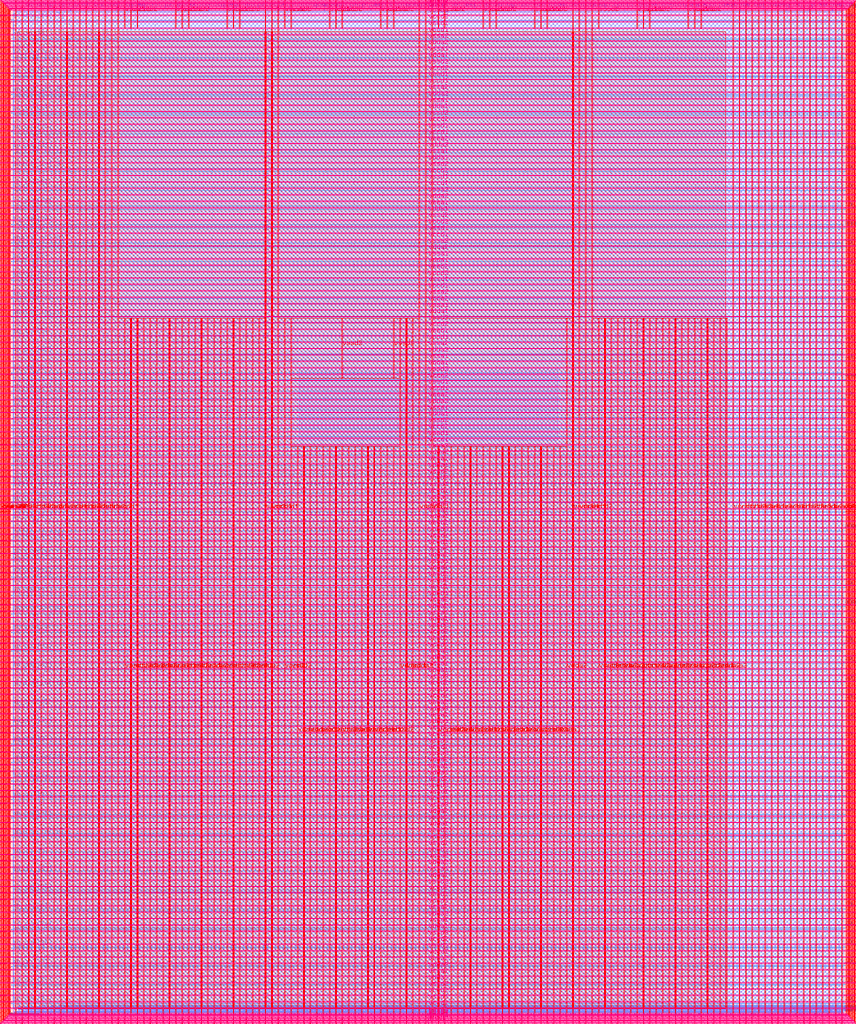
<source format=lef>
VERSION 5.7 ;
  NOWIREEXTENSIONATPIN ON ;
  DIVIDERCHAR "/" ;
  BUSBITCHARS "[]" ;
MACRO user_project_wrapper
  CLASS BLOCK ;
  FOREIGN user_project_wrapper ;
  ORIGIN 0.000 0.000 ;
  SIZE 2920.000 BY 3520.000 ;
  PIN analog_io[0]
    DIRECTION INOUT ;
    USE SIGNAL ;
    PORT
      LAYER met3 ;
        RECT 2917.600 1426.380 2924.800 1427.580 ;
    END
  END analog_io[0]
  PIN analog_io[10]
    DIRECTION INOUT ;
    USE SIGNAL ;
    PORT
      LAYER met2 ;
        RECT 2230.490 3517.600 2231.050 3524.800 ;
    END
  END analog_io[10]
  PIN analog_io[11]
    DIRECTION INOUT ;
    USE SIGNAL ;
    PORT
      LAYER met2 ;
        RECT 1905.730 3517.600 1906.290 3524.800 ;
    END
  END analog_io[11]
  PIN analog_io[12]
    DIRECTION INOUT ;
    USE SIGNAL ;
    PORT
      LAYER met2 ;
        RECT 1581.430 3517.600 1581.990 3524.800 ;
    END
  END analog_io[12]
  PIN analog_io[13]
    DIRECTION INOUT ;
    USE SIGNAL ;
    PORT
      LAYER met2 ;
        RECT 1257.130 3517.600 1257.690 3524.800 ;
    END
  END analog_io[13]
  PIN analog_io[14]
    DIRECTION INOUT ;
    USE SIGNAL ;
    PORT
      LAYER met2 ;
        RECT 932.370 3517.600 932.930 3524.800 ;
    END
  END analog_io[14]
  PIN analog_io[15]
    DIRECTION INOUT ;
    USE SIGNAL ;
    PORT
      LAYER met2 ;
        RECT 608.070 3517.600 608.630 3524.800 ;
    END
  END analog_io[15]
  PIN analog_io[16]
    DIRECTION INOUT ;
    USE SIGNAL ;
    PORT
      LAYER met2 ;
        RECT 283.770 3517.600 284.330 3524.800 ;
    END
  END analog_io[16]
  PIN analog_io[17]
    DIRECTION INOUT ;
    USE SIGNAL ;
    PORT
      LAYER met3 ;
        RECT -4.800 3486.100 2.400 3487.300 ;
    END
  END analog_io[17]
  PIN analog_io[18]
    DIRECTION INOUT ;
    USE SIGNAL ;
    PORT
      LAYER met3 ;
        RECT -4.800 3224.980 2.400 3226.180 ;
    END
  END analog_io[18]
  PIN analog_io[19]
    DIRECTION INOUT ;
    USE SIGNAL ;
    PORT
      LAYER met3 ;
        RECT -4.800 2964.540 2.400 2965.740 ;
    END
  END analog_io[19]
  PIN analog_io[1]
    DIRECTION INOUT ;
    USE SIGNAL ;
    PORT
      LAYER met3 ;
        RECT 2917.600 1692.260 2924.800 1693.460 ;
    END
  END analog_io[1]
  PIN analog_io[20]
    DIRECTION INOUT ;
    USE SIGNAL ;
    PORT
      LAYER met3 ;
        RECT -4.800 2703.420 2.400 2704.620 ;
    END
  END analog_io[20]
  PIN analog_io[21]
    DIRECTION INOUT ;
    USE SIGNAL ;
    PORT
      LAYER met3 ;
        RECT -4.800 2442.980 2.400 2444.180 ;
    END
  END analog_io[21]
  PIN analog_io[22]
    DIRECTION INOUT ;
    USE SIGNAL ;
    PORT
      LAYER met3 ;
        RECT -4.800 2182.540 2.400 2183.740 ;
    END
  END analog_io[22]
  PIN analog_io[23]
    DIRECTION INOUT ;
    USE SIGNAL ;
    PORT
      LAYER met3 ;
        RECT -4.800 1921.420 2.400 1922.620 ;
    END
  END analog_io[23]
  PIN analog_io[24]
    DIRECTION INOUT ;
    USE SIGNAL ;
    PORT
      LAYER met3 ;
        RECT -4.800 1660.980 2.400 1662.180 ;
    END
  END analog_io[24]
  PIN analog_io[25]
    DIRECTION INOUT ;
    USE SIGNAL ;
    PORT
      LAYER met3 ;
        RECT -4.800 1399.860 2.400 1401.060 ;
    END
  END analog_io[25]
  PIN analog_io[26]
    DIRECTION INOUT ;
    USE SIGNAL ;
    PORT
      LAYER met3 ;
        RECT -4.800 1139.420 2.400 1140.620 ;
    END
  END analog_io[26]
  PIN analog_io[27]
    DIRECTION INOUT ;
    USE SIGNAL ;
    PORT
      LAYER met3 ;
        RECT -4.800 878.980 2.400 880.180 ;
    END
  END analog_io[27]
  PIN analog_io[28]
    DIRECTION INOUT ;
    USE SIGNAL ;
    PORT
      LAYER met3 ;
        RECT -4.800 617.860 2.400 619.060 ;
    END
  END analog_io[28]
  PIN analog_io[2]
    DIRECTION INOUT ;
    USE SIGNAL ;
    PORT
      LAYER met3 ;
        RECT 2917.600 1958.140 2924.800 1959.340 ;
    END
  END analog_io[2]
  PIN analog_io[3]
    DIRECTION INOUT ;
    USE SIGNAL ;
    PORT
      LAYER met3 ;
        RECT 2917.600 2223.340 2924.800 2224.540 ;
    END
  END analog_io[3]
  PIN analog_io[4]
    DIRECTION INOUT ;
    USE SIGNAL ;
    PORT
      LAYER met3 ;
        RECT 2917.600 2489.220 2924.800 2490.420 ;
    END
  END analog_io[4]
  PIN analog_io[5]
    DIRECTION INOUT ;
    USE SIGNAL ;
    PORT
      LAYER met3 ;
        RECT 2917.600 2755.100 2924.800 2756.300 ;
    END
  END analog_io[5]
  PIN analog_io[6]
    DIRECTION INOUT ;
    USE SIGNAL ;
    PORT
      LAYER met3 ;
        RECT 2917.600 3020.300 2924.800 3021.500 ;
    END
  END analog_io[6]
  PIN analog_io[7]
    DIRECTION INOUT ;
    USE SIGNAL ;
    PORT
      LAYER met3 ;
        RECT 2917.600 3286.180 2924.800 3287.380 ;
    END
  END analog_io[7]
  PIN analog_io[8]
    DIRECTION INOUT ;
    USE SIGNAL ;
    PORT
      LAYER met2 ;
        RECT 2879.090 3517.600 2879.650 3524.800 ;
    END
  END analog_io[8]
  PIN analog_io[9]
    DIRECTION INOUT ;
    USE SIGNAL ;
    PORT
      LAYER met2 ;
        RECT 2554.790 3517.600 2555.350 3524.800 ;
    END
  END analog_io[9]
  PIN io_in[0]
    DIRECTION INPUT ;
    USE SIGNAL ;
    PORT
      LAYER met3 ;
        RECT 2917.600 32.380 2924.800 33.580 ;
    END
  END io_in[0]
  PIN io_in[10]
    DIRECTION INPUT ;
    USE SIGNAL ;
    PORT
      LAYER met3 ;
        RECT 2917.600 2289.980 2924.800 2291.180 ;
    END
  END io_in[10]
  PIN io_in[11]
    DIRECTION INPUT ;
    USE SIGNAL ;
    PORT
      LAYER met3 ;
        RECT 2917.600 2555.860 2924.800 2557.060 ;
    END
  END io_in[11]
  PIN io_in[12]
    DIRECTION INPUT ;
    USE SIGNAL ;
    PORT
      LAYER met3 ;
        RECT 2917.600 2821.060 2924.800 2822.260 ;
    END
  END io_in[12]
  PIN io_in[13]
    DIRECTION INPUT ;
    USE SIGNAL ;
    PORT
      LAYER met3 ;
        RECT 2917.600 3086.940 2924.800 3088.140 ;
    END
  END io_in[13]
  PIN io_in[14]
    DIRECTION INPUT ;
    USE SIGNAL ;
    PORT
      LAYER met3 ;
        RECT 2917.600 3352.820 2924.800 3354.020 ;
    END
  END io_in[14]
  PIN io_in[15]
    DIRECTION INPUT ;
    USE SIGNAL ;
    PORT
      LAYER met2 ;
        RECT 2798.130 3517.600 2798.690 3524.800 ;
    END
  END io_in[15]
  PIN io_in[16]
    DIRECTION INPUT ;
    USE SIGNAL ;
    PORT
      LAYER met2 ;
        RECT 2473.830 3517.600 2474.390 3524.800 ;
    END
  END io_in[16]
  PIN io_in[17]
    DIRECTION INPUT ;
    USE SIGNAL ;
    PORT
      LAYER met2 ;
        RECT 2149.070 3517.600 2149.630 3524.800 ;
    END
  END io_in[17]
  PIN io_in[18]
    DIRECTION INPUT ;
    USE SIGNAL ;
    PORT
      LAYER met2 ;
        RECT 1824.770 3517.600 1825.330 3524.800 ;
    END
  END io_in[18]
  PIN io_in[19]
    DIRECTION INPUT ;
    USE SIGNAL ;
    PORT
      LAYER met2 ;
        RECT 1500.470 3517.600 1501.030 3524.800 ;
    END
  END io_in[19]
  PIN io_in[1]
    DIRECTION INPUT ;
    USE SIGNAL ;
    PORT
      LAYER met3 ;
        RECT 2917.600 230.940 2924.800 232.140 ;
    END
  END io_in[1]
  PIN io_in[20]
    DIRECTION INPUT ;
    USE SIGNAL ;
    PORT
      LAYER met2 ;
        RECT 1175.710 3517.600 1176.270 3524.800 ;
    END
  END io_in[20]
  PIN io_in[21]
    DIRECTION INPUT ;
    USE SIGNAL ;
    PORT
      LAYER met2 ;
        RECT 851.410 3517.600 851.970 3524.800 ;
    END
  END io_in[21]
  PIN io_in[22]
    DIRECTION INPUT ;
    USE SIGNAL ;
    PORT
      LAYER met2 ;
        RECT 527.110 3517.600 527.670 3524.800 ;
    END
  END io_in[22]
  PIN io_in[23]
    DIRECTION INPUT ;
    USE SIGNAL ;
    PORT
      LAYER met2 ;
        RECT 202.350 3517.600 202.910 3524.800 ;
    END
  END io_in[23]
  PIN io_in[24]
    DIRECTION INPUT ;
    USE SIGNAL ;
    PORT
      LAYER met3 ;
        RECT -4.800 3420.820 2.400 3422.020 ;
    END
  END io_in[24]
  PIN io_in[25]
    DIRECTION INPUT ;
    USE SIGNAL ;
    PORT
      LAYER met3 ;
        RECT -4.800 3159.700 2.400 3160.900 ;
    END
  END io_in[25]
  PIN io_in[26]
    DIRECTION INPUT ;
    USE SIGNAL ;
    PORT
      LAYER met3 ;
        RECT -4.800 2899.260 2.400 2900.460 ;
    END
  END io_in[26]
  PIN io_in[27]
    DIRECTION INPUT ;
    USE SIGNAL ;
    PORT
      LAYER met3 ;
        RECT -4.800 2638.820 2.400 2640.020 ;
    END
  END io_in[27]
  PIN io_in[28]
    DIRECTION INPUT ;
    USE SIGNAL ;
    PORT
      LAYER met3 ;
        RECT -4.800 2377.700 2.400 2378.900 ;
    END
  END io_in[28]
  PIN io_in[29]
    DIRECTION INPUT ;
    USE SIGNAL ;
    PORT
      LAYER met3 ;
        RECT -4.800 2117.260 2.400 2118.460 ;
    END
  END io_in[29]
  PIN io_in[2]
    DIRECTION INPUT ;
    USE SIGNAL ;
    PORT
      LAYER met3 ;
        RECT 2917.600 430.180 2924.800 431.380 ;
    END
  END io_in[2]
  PIN io_in[30]
    DIRECTION INPUT ;
    USE SIGNAL ;
    PORT
      LAYER met3 ;
        RECT -4.800 1856.140 2.400 1857.340 ;
    END
  END io_in[30]
  PIN io_in[31]
    DIRECTION INPUT ;
    USE SIGNAL ;
    PORT
      LAYER met3 ;
        RECT -4.800 1595.700 2.400 1596.900 ;
    END
  END io_in[31]
  PIN io_in[32]
    DIRECTION INPUT ;
    USE SIGNAL ;
    PORT
      LAYER met3 ;
        RECT -4.800 1335.260 2.400 1336.460 ;
    END
  END io_in[32]
  PIN io_in[33]
    DIRECTION INPUT ;
    USE SIGNAL ;
    PORT
      LAYER met3 ;
        RECT -4.800 1074.140 2.400 1075.340 ;
    END
  END io_in[33]
  PIN io_in[34]
    DIRECTION INPUT ;
    USE SIGNAL ;
    PORT
      LAYER met3 ;
        RECT -4.800 813.700 2.400 814.900 ;
    END
  END io_in[34]
  PIN io_in[35]
    DIRECTION INPUT ;
    USE SIGNAL ;
    PORT
      LAYER met3 ;
        RECT -4.800 552.580 2.400 553.780 ;
    END
  END io_in[35]
  PIN io_in[36]
    DIRECTION INPUT ;
    USE SIGNAL ;
    PORT
      LAYER met3 ;
        RECT -4.800 357.420 2.400 358.620 ;
    END
  END io_in[36]
  PIN io_in[37]
    DIRECTION INPUT ;
    USE SIGNAL ;
    PORT
      LAYER met3 ;
        RECT -4.800 161.580 2.400 162.780 ;
    END
  END io_in[37]
  PIN io_in[3]
    DIRECTION INPUT ;
    USE SIGNAL ;
    PORT
      LAYER met3 ;
        RECT 2917.600 629.420 2924.800 630.620 ;
    END
  END io_in[3]
  PIN io_in[4]
    DIRECTION INPUT ;
    USE SIGNAL ;
    PORT
      LAYER met3 ;
        RECT 2917.600 828.660 2924.800 829.860 ;
    END
  END io_in[4]
  PIN io_in[5]
    DIRECTION INPUT ;
    USE SIGNAL ;
    PORT
      LAYER met3 ;
        RECT 2917.600 1027.900 2924.800 1029.100 ;
    END
  END io_in[5]
  PIN io_in[6]
    DIRECTION INPUT ;
    USE SIGNAL ;
    PORT
      LAYER met3 ;
        RECT 2917.600 1227.140 2924.800 1228.340 ;
    END
  END io_in[6]
  PIN io_in[7]
    DIRECTION INPUT ;
    USE SIGNAL ;
    PORT
      LAYER met3 ;
        RECT 2917.600 1493.020 2924.800 1494.220 ;
    END
  END io_in[7]
  PIN io_in[8]
    DIRECTION INPUT ;
    USE SIGNAL ;
    PORT
      LAYER met3 ;
        RECT 2917.600 1758.900 2924.800 1760.100 ;
    END
  END io_in[8]
  PIN io_in[9]
    DIRECTION INPUT ;
    USE SIGNAL ;
    PORT
      LAYER met3 ;
        RECT 2917.600 2024.100 2924.800 2025.300 ;
    END
  END io_in[9]
  PIN io_oeb[0]
    DIRECTION OUTPUT TRISTATE ;
    USE SIGNAL ;
    PORT
      LAYER met3 ;
        RECT 2917.600 164.980 2924.800 166.180 ;
    END
  END io_oeb[0]
  PIN io_oeb[10]
    DIRECTION OUTPUT TRISTATE ;
    USE SIGNAL ;
    PORT
      LAYER met3 ;
        RECT 2917.600 2422.580 2924.800 2423.780 ;
    END
  END io_oeb[10]
  PIN io_oeb[11]
    DIRECTION OUTPUT TRISTATE ;
    USE SIGNAL ;
    PORT
      LAYER met3 ;
        RECT 2917.600 2688.460 2924.800 2689.660 ;
    END
  END io_oeb[11]
  PIN io_oeb[12]
    DIRECTION OUTPUT TRISTATE ;
    USE SIGNAL ;
    PORT
      LAYER met3 ;
        RECT 2917.600 2954.340 2924.800 2955.540 ;
    END
  END io_oeb[12]
  PIN io_oeb[13]
    DIRECTION OUTPUT TRISTATE ;
    USE SIGNAL ;
    PORT
      LAYER met3 ;
        RECT 2917.600 3219.540 2924.800 3220.740 ;
    END
  END io_oeb[13]
  PIN io_oeb[14]
    DIRECTION OUTPUT TRISTATE ;
    USE SIGNAL ;
    PORT
      LAYER met3 ;
        RECT 2917.600 3485.420 2924.800 3486.620 ;
    END
  END io_oeb[14]
  PIN io_oeb[15]
    DIRECTION OUTPUT TRISTATE ;
    USE SIGNAL ;
    PORT
      LAYER met2 ;
        RECT 2635.750 3517.600 2636.310 3524.800 ;
    END
  END io_oeb[15]
  PIN io_oeb[16]
    DIRECTION OUTPUT TRISTATE ;
    USE SIGNAL ;
    PORT
      LAYER met2 ;
        RECT 2311.450 3517.600 2312.010 3524.800 ;
    END
  END io_oeb[16]
  PIN io_oeb[17]
    DIRECTION OUTPUT TRISTATE ;
    USE SIGNAL ;
    PORT
      LAYER met2 ;
        RECT 1987.150 3517.600 1987.710 3524.800 ;
    END
  END io_oeb[17]
  PIN io_oeb[18]
    DIRECTION OUTPUT TRISTATE ;
    USE SIGNAL ;
    PORT
      LAYER met2 ;
        RECT 1662.390 3517.600 1662.950 3524.800 ;
    END
  END io_oeb[18]
  PIN io_oeb[19]
    DIRECTION OUTPUT TRISTATE ;
    USE SIGNAL ;
    PORT
      LAYER met2 ;
        RECT 1338.090 3517.600 1338.650 3524.800 ;
    END
  END io_oeb[19]
  PIN io_oeb[1]
    DIRECTION OUTPUT TRISTATE ;
    USE SIGNAL ;
    PORT
      LAYER met3 ;
        RECT 2917.600 364.220 2924.800 365.420 ;
    END
  END io_oeb[1]
  PIN io_oeb[20]
    DIRECTION OUTPUT TRISTATE ;
    USE SIGNAL ;
    PORT
      LAYER met2 ;
        RECT 1013.790 3517.600 1014.350 3524.800 ;
    END
  END io_oeb[20]
  PIN io_oeb[21]
    DIRECTION OUTPUT TRISTATE ;
    USE SIGNAL ;
    PORT
      LAYER met2 ;
        RECT 689.030 3517.600 689.590 3524.800 ;
    END
  END io_oeb[21]
  PIN io_oeb[22]
    DIRECTION OUTPUT TRISTATE ;
    USE SIGNAL ;
    PORT
      LAYER met2 ;
        RECT 364.730 3517.600 365.290 3524.800 ;
    END
  END io_oeb[22]
  PIN io_oeb[23]
    DIRECTION OUTPUT TRISTATE ;
    USE SIGNAL ;
    PORT
      LAYER met2 ;
        RECT 40.430 3517.600 40.990 3524.800 ;
    END
  END io_oeb[23]
  PIN io_oeb[24]
    DIRECTION OUTPUT TRISTATE ;
    USE SIGNAL ;
    PORT
      LAYER met3 ;
        RECT -4.800 3290.260 2.400 3291.460 ;
    END
  END io_oeb[24]
  PIN io_oeb[25]
    DIRECTION OUTPUT TRISTATE ;
    USE SIGNAL ;
    PORT
      LAYER met3 ;
        RECT -4.800 3029.820 2.400 3031.020 ;
    END
  END io_oeb[25]
  PIN io_oeb[26]
    DIRECTION OUTPUT TRISTATE ;
    USE SIGNAL ;
    PORT
      LAYER met3 ;
        RECT -4.800 2768.700 2.400 2769.900 ;
    END
  END io_oeb[26]
  PIN io_oeb[27]
    DIRECTION OUTPUT TRISTATE ;
    USE SIGNAL ;
    PORT
      LAYER met3 ;
        RECT -4.800 2508.260 2.400 2509.460 ;
    END
  END io_oeb[27]
  PIN io_oeb[28]
    DIRECTION OUTPUT TRISTATE ;
    USE SIGNAL ;
    PORT
      LAYER met3 ;
        RECT -4.800 2247.140 2.400 2248.340 ;
    END
  END io_oeb[28]
  PIN io_oeb[29]
    DIRECTION OUTPUT TRISTATE ;
    USE SIGNAL ;
    PORT
      LAYER met3 ;
        RECT -4.800 1986.700 2.400 1987.900 ;
    END
  END io_oeb[29]
  PIN io_oeb[2]
    DIRECTION OUTPUT TRISTATE ;
    USE SIGNAL ;
    PORT
      LAYER met3 ;
        RECT 2917.600 563.460 2924.800 564.660 ;
    END
  END io_oeb[2]
  PIN io_oeb[30]
    DIRECTION OUTPUT TRISTATE ;
    USE SIGNAL ;
    PORT
      LAYER met3 ;
        RECT -4.800 1726.260 2.400 1727.460 ;
    END
  END io_oeb[30]
  PIN io_oeb[31]
    DIRECTION OUTPUT TRISTATE ;
    USE SIGNAL ;
    PORT
      LAYER met3 ;
        RECT -4.800 1465.140 2.400 1466.340 ;
    END
  END io_oeb[31]
  PIN io_oeb[32]
    DIRECTION OUTPUT TRISTATE ;
    USE SIGNAL ;
    PORT
      LAYER met3 ;
        RECT -4.800 1204.700 2.400 1205.900 ;
    END
  END io_oeb[32]
  PIN io_oeb[33]
    DIRECTION OUTPUT TRISTATE ;
    USE SIGNAL ;
    PORT
      LAYER met3 ;
        RECT -4.800 943.580 2.400 944.780 ;
    END
  END io_oeb[33]
  PIN io_oeb[34]
    DIRECTION OUTPUT TRISTATE ;
    USE SIGNAL ;
    PORT
      LAYER met3 ;
        RECT -4.800 683.140 2.400 684.340 ;
    END
  END io_oeb[34]
  PIN io_oeb[35]
    DIRECTION OUTPUT TRISTATE ;
    USE SIGNAL ;
    PORT
      LAYER met3 ;
        RECT -4.800 422.700 2.400 423.900 ;
    END
  END io_oeb[35]
  PIN io_oeb[36]
    DIRECTION OUTPUT TRISTATE ;
    USE SIGNAL ;
    PORT
      LAYER met3 ;
        RECT -4.800 226.860 2.400 228.060 ;
    END
  END io_oeb[36]
  PIN io_oeb[37]
    DIRECTION OUTPUT TRISTATE ;
    USE SIGNAL ;
    PORT
      LAYER met3 ;
        RECT -4.800 31.700 2.400 32.900 ;
    END
  END io_oeb[37]
  PIN io_oeb[3]
    DIRECTION OUTPUT TRISTATE ;
    USE SIGNAL ;
    PORT
      LAYER met3 ;
        RECT 2917.600 762.700 2924.800 763.900 ;
    END
  END io_oeb[3]
  PIN io_oeb[4]
    DIRECTION OUTPUT TRISTATE ;
    USE SIGNAL ;
    PORT
      LAYER met3 ;
        RECT 2917.600 961.940 2924.800 963.140 ;
    END
  END io_oeb[4]
  PIN io_oeb[5]
    DIRECTION OUTPUT TRISTATE ;
    USE SIGNAL ;
    PORT
      LAYER met3 ;
        RECT 2917.600 1161.180 2924.800 1162.380 ;
    END
  END io_oeb[5]
  PIN io_oeb[6]
    DIRECTION OUTPUT TRISTATE ;
    USE SIGNAL ;
    PORT
      LAYER met3 ;
        RECT 2917.600 1360.420 2924.800 1361.620 ;
    END
  END io_oeb[6]
  PIN io_oeb[7]
    DIRECTION OUTPUT TRISTATE ;
    USE SIGNAL ;
    PORT
      LAYER met3 ;
        RECT 2917.600 1625.620 2924.800 1626.820 ;
    END
  END io_oeb[7]
  PIN io_oeb[8]
    DIRECTION OUTPUT TRISTATE ;
    USE SIGNAL ;
    PORT
      LAYER met3 ;
        RECT 2917.600 1891.500 2924.800 1892.700 ;
    END
  END io_oeb[8]
  PIN io_oeb[9]
    DIRECTION OUTPUT TRISTATE ;
    USE SIGNAL ;
    PORT
      LAYER met3 ;
        RECT 2917.600 2157.380 2924.800 2158.580 ;
    END
  END io_oeb[9]
  PIN io_out[0]
    DIRECTION OUTPUT TRISTATE ;
    USE SIGNAL ;
    PORT
      LAYER met3 ;
        RECT 2917.600 98.340 2924.800 99.540 ;
    END
  END io_out[0]
  PIN io_out[10]
    DIRECTION OUTPUT TRISTATE ;
    USE SIGNAL ;
    PORT
      LAYER met3 ;
        RECT 2917.600 2356.620 2924.800 2357.820 ;
    END
  END io_out[10]
  PIN io_out[11]
    DIRECTION OUTPUT TRISTATE ;
    USE SIGNAL ;
    PORT
      LAYER met3 ;
        RECT 2917.600 2621.820 2924.800 2623.020 ;
    END
  END io_out[11]
  PIN io_out[12]
    DIRECTION OUTPUT TRISTATE ;
    USE SIGNAL ;
    PORT
      LAYER met3 ;
        RECT 2917.600 2887.700 2924.800 2888.900 ;
    END
  END io_out[12]
  PIN io_out[13]
    DIRECTION OUTPUT TRISTATE ;
    USE SIGNAL ;
    PORT
      LAYER met3 ;
        RECT 2917.600 3153.580 2924.800 3154.780 ;
    END
  END io_out[13]
  PIN io_out[14]
    DIRECTION OUTPUT TRISTATE ;
    USE SIGNAL ;
    PORT
      LAYER met3 ;
        RECT 2917.600 3418.780 2924.800 3419.980 ;
    END
  END io_out[14]
  PIN io_out[15]
    DIRECTION OUTPUT TRISTATE ;
    USE SIGNAL ;
    PORT
      LAYER met2 ;
        RECT 2717.170 3517.600 2717.730 3524.800 ;
    END
  END io_out[15]
  PIN io_out[16]
    DIRECTION OUTPUT TRISTATE ;
    USE SIGNAL ;
    PORT
      LAYER met2 ;
        RECT 2392.410 3517.600 2392.970 3524.800 ;
    END
  END io_out[16]
  PIN io_out[17]
    DIRECTION OUTPUT TRISTATE ;
    USE SIGNAL ;
    PORT
      LAYER met2 ;
        RECT 2068.110 3517.600 2068.670 3524.800 ;
    END
  END io_out[17]
  PIN io_out[18]
    DIRECTION OUTPUT TRISTATE ;
    USE SIGNAL ;
    PORT
      LAYER met2 ;
        RECT 1743.810 3517.600 1744.370 3524.800 ;
    END
  END io_out[18]
  PIN io_out[19]
    DIRECTION OUTPUT TRISTATE ;
    USE SIGNAL ;
    PORT
      LAYER met2 ;
        RECT 1419.050 3517.600 1419.610 3524.800 ;
    END
  END io_out[19]
  PIN io_out[1]
    DIRECTION OUTPUT TRISTATE ;
    USE SIGNAL ;
    PORT
      LAYER met3 ;
        RECT 2917.600 297.580 2924.800 298.780 ;
    END
  END io_out[1]
  PIN io_out[20]
    DIRECTION OUTPUT TRISTATE ;
    USE SIGNAL ;
    PORT
      LAYER met2 ;
        RECT 1094.750 3517.600 1095.310 3524.800 ;
    END
  END io_out[20]
  PIN io_out[21]
    DIRECTION OUTPUT TRISTATE ;
    USE SIGNAL ;
    PORT
      LAYER met2 ;
        RECT 770.450 3517.600 771.010 3524.800 ;
    END
  END io_out[21]
  PIN io_out[22]
    DIRECTION OUTPUT TRISTATE ;
    USE SIGNAL ;
    PORT
      LAYER met2 ;
        RECT 445.690 3517.600 446.250 3524.800 ;
    END
  END io_out[22]
  PIN io_out[23]
    DIRECTION OUTPUT TRISTATE ;
    USE SIGNAL ;
    PORT
      LAYER met2 ;
        RECT 121.390 3517.600 121.950 3524.800 ;
    END
  END io_out[23]
  PIN io_out[24]
    DIRECTION OUTPUT TRISTATE ;
    USE SIGNAL ;
    PORT
      LAYER met3 ;
        RECT -4.800 3355.540 2.400 3356.740 ;
    END
  END io_out[24]
  PIN io_out[25]
    DIRECTION OUTPUT TRISTATE ;
    USE SIGNAL ;
    PORT
      LAYER met3 ;
        RECT -4.800 3095.100 2.400 3096.300 ;
    END
  END io_out[25]
  PIN io_out[26]
    DIRECTION OUTPUT TRISTATE ;
    USE SIGNAL ;
    PORT
      LAYER met3 ;
        RECT -4.800 2833.980 2.400 2835.180 ;
    END
  END io_out[26]
  PIN io_out[27]
    DIRECTION OUTPUT TRISTATE ;
    USE SIGNAL ;
    PORT
      LAYER met3 ;
        RECT -4.800 2573.540 2.400 2574.740 ;
    END
  END io_out[27]
  PIN io_out[28]
    DIRECTION OUTPUT TRISTATE ;
    USE SIGNAL ;
    PORT
      LAYER met3 ;
        RECT -4.800 2312.420 2.400 2313.620 ;
    END
  END io_out[28]
  PIN io_out[29]
    DIRECTION OUTPUT TRISTATE ;
    USE SIGNAL ;
    PORT
      LAYER met3 ;
        RECT -4.800 2051.980 2.400 2053.180 ;
    END
  END io_out[29]
  PIN io_out[2]
    DIRECTION OUTPUT TRISTATE ;
    USE SIGNAL ;
    PORT
      LAYER met3 ;
        RECT 2917.600 496.820 2924.800 498.020 ;
    END
  END io_out[2]
  PIN io_out[30]
    DIRECTION OUTPUT TRISTATE ;
    USE SIGNAL ;
    PORT
      LAYER met3 ;
        RECT -4.800 1791.540 2.400 1792.740 ;
    END
  END io_out[30]
  PIN io_out[31]
    DIRECTION OUTPUT TRISTATE ;
    USE SIGNAL ;
    PORT
      LAYER met3 ;
        RECT -4.800 1530.420 2.400 1531.620 ;
    END
  END io_out[31]
  PIN io_out[32]
    DIRECTION OUTPUT TRISTATE ;
    USE SIGNAL ;
    PORT
      LAYER met3 ;
        RECT -4.800 1269.980 2.400 1271.180 ;
    END
  END io_out[32]
  PIN io_out[33]
    DIRECTION OUTPUT TRISTATE ;
    USE SIGNAL ;
    PORT
      LAYER met3 ;
        RECT -4.800 1008.860 2.400 1010.060 ;
    END
  END io_out[33]
  PIN io_out[34]
    DIRECTION OUTPUT TRISTATE ;
    USE SIGNAL ;
    PORT
      LAYER met3 ;
        RECT -4.800 748.420 2.400 749.620 ;
    END
  END io_out[34]
  PIN io_out[35]
    DIRECTION OUTPUT TRISTATE ;
    USE SIGNAL ;
    PORT
      LAYER met3 ;
        RECT -4.800 487.300 2.400 488.500 ;
    END
  END io_out[35]
  PIN io_out[36]
    DIRECTION OUTPUT TRISTATE ;
    USE SIGNAL ;
    PORT
      LAYER met3 ;
        RECT -4.800 292.140 2.400 293.340 ;
    END
  END io_out[36]
  PIN io_out[37]
    DIRECTION OUTPUT TRISTATE ;
    USE SIGNAL ;
    PORT
      LAYER met3 ;
        RECT -4.800 96.300 2.400 97.500 ;
    END
  END io_out[37]
  PIN io_out[3]
    DIRECTION OUTPUT TRISTATE ;
    USE SIGNAL ;
    PORT
      LAYER met3 ;
        RECT 2917.600 696.060 2924.800 697.260 ;
    END
  END io_out[3]
  PIN io_out[4]
    DIRECTION OUTPUT TRISTATE ;
    USE SIGNAL ;
    PORT
      LAYER met3 ;
        RECT 2917.600 895.300 2924.800 896.500 ;
    END
  END io_out[4]
  PIN io_out[5]
    DIRECTION OUTPUT TRISTATE ;
    USE SIGNAL ;
    PORT
      LAYER met3 ;
        RECT 2917.600 1094.540 2924.800 1095.740 ;
    END
  END io_out[5]
  PIN io_out[6]
    DIRECTION OUTPUT TRISTATE ;
    USE SIGNAL ;
    PORT
      LAYER met3 ;
        RECT 2917.600 1293.780 2924.800 1294.980 ;
    END
  END io_out[6]
  PIN io_out[7]
    DIRECTION OUTPUT TRISTATE ;
    USE SIGNAL ;
    PORT
      LAYER met3 ;
        RECT 2917.600 1559.660 2924.800 1560.860 ;
    END
  END io_out[7]
  PIN io_out[8]
    DIRECTION OUTPUT TRISTATE ;
    USE SIGNAL ;
    PORT
      LAYER met3 ;
        RECT 2917.600 1824.860 2924.800 1826.060 ;
    END
  END io_out[8]
  PIN io_out[9]
    DIRECTION OUTPUT TRISTATE ;
    USE SIGNAL ;
    PORT
      LAYER met3 ;
        RECT 2917.600 2090.740 2924.800 2091.940 ;
    END
  END io_out[9]
  PIN la_data_in[0]
    DIRECTION INPUT ;
    USE SIGNAL ;
    PORT
      LAYER met2 ;
        RECT 629.230 -4.800 629.790 2.400 ;
    END
  END la_data_in[0]
  PIN la_data_in[100]
    DIRECTION INPUT ;
    USE SIGNAL ;
    PORT
      LAYER met2 ;
        RECT 2402.530 -4.800 2403.090 2.400 ;
    END
  END la_data_in[100]
  PIN la_data_in[101]
    DIRECTION INPUT ;
    USE SIGNAL ;
    PORT
      LAYER met2 ;
        RECT 2420.010 -4.800 2420.570 2.400 ;
    END
  END la_data_in[101]
  PIN la_data_in[102]
    DIRECTION INPUT ;
    USE SIGNAL ;
    PORT
      LAYER met2 ;
        RECT 2437.950 -4.800 2438.510 2.400 ;
    END
  END la_data_in[102]
  PIN la_data_in[103]
    DIRECTION INPUT ;
    USE SIGNAL ;
    PORT
      LAYER met2 ;
        RECT 2455.430 -4.800 2455.990 2.400 ;
    END
  END la_data_in[103]
  PIN la_data_in[104]
    DIRECTION INPUT ;
    USE SIGNAL ;
    PORT
      LAYER met2 ;
        RECT 2473.370 -4.800 2473.930 2.400 ;
    END
  END la_data_in[104]
  PIN la_data_in[105]
    DIRECTION INPUT ;
    USE SIGNAL ;
    PORT
      LAYER met2 ;
        RECT 2490.850 -4.800 2491.410 2.400 ;
    END
  END la_data_in[105]
  PIN la_data_in[106]
    DIRECTION INPUT ;
    USE SIGNAL ;
    PORT
      LAYER met2 ;
        RECT 2508.790 -4.800 2509.350 2.400 ;
    END
  END la_data_in[106]
  PIN la_data_in[107]
    DIRECTION INPUT ;
    USE SIGNAL ;
    PORT
      LAYER met2 ;
        RECT 2526.730 -4.800 2527.290 2.400 ;
    END
  END la_data_in[107]
  PIN la_data_in[108]
    DIRECTION INPUT ;
    USE SIGNAL ;
    PORT
      LAYER met2 ;
        RECT 2544.210 -4.800 2544.770 2.400 ;
    END
  END la_data_in[108]
  PIN la_data_in[109]
    DIRECTION INPUT ;
    USE SIGNAL ;
    PORT
      LAYER met2 ;
        RECT 2562.150 -4.800 2562.710 2.400 ;
    END
  END la_data_in[109]
  PIN la_data_in[10]
    DIRECTION INPUT ;
    USE SIGNAL ;
    PORT
      LAYER met2 ;
        RECT 806.330 -4.800 806.890 2.400 ;
    END
  END la_data_in[10]
  PIN la_data_in[110]
    DIRECTION INPUT ;
    USE SIGNAL ;
    PORT
      LAYER met2 ;
        RECT 2579.630 -4.800 2580.190 2.400 ;
    END
  END la_data_in[110]
  PIN la_data_in[111]
    DIRECTION INPUT ;
    USE SIGNAL ;
    PORT
      LAYER met2 ;
        RECT 2597.570 -4.800 2598.130 2.400 ;
    END
  END la_data_in[111]
  PIN la_data_in[112]
    DIRECTION INPUT ;
    USE SIGNAL ;
    PORT
      LAYER met2 ;
        RECT 2615.050 -4.800 2615.610 2.400 ;
    END
  END la_data_in[112]
  PIN la_data_in[113]
    DIRECTION INPUT ;
    USE SIGNAL ;
    PORT
      LAYER met2 ;
        RECT 2632.990 -4.800 2633.550 2.400 ;
    END
  END la_data_in[113]
  PIN la_data_in[114]
    DIRECTION INPUT ;
    USE SIGNAL ;
    PORT
      LAYER met2 ;
        RECT 2650.470 -4.800 2651.030 2.400 ;
    END
  END la_data_in[114]
  PIN la_data_in[115]
    DIRECTION INPUT ;
    USE SIGNAL ;
    PORT
      LAYER met2 ;
        RECT 2668.410 -4.800 2668.970 2.400 ;
    END
  END la_data_in[115]
  PIN la_data_in[116]
    DIRECTION INPUT ;
    USE SIGNAL ;
    PORT
      LAYER met2 ;
        RECT 2685.890 -4.800 2686.450 2.400 ;
    END
  END la_data_in[116]
  PIN la_data_in[117]
    DIRECTION INPUT ;
    USE SIGNAL ;
    PORT
      LAYER met2 ;
        RECT 2703.830 -4.800 2704.390 2.400 ;
    END
  END la_data_in[117]
  PIN la_data_in[118]
    DIRECTION INPUT ;
    USE SIGNAL ;
    PORT
      LAYER met2 ;
        RECT 2721.770 -4.800 2722.330 2.400 ;
    END
  END la_data_in[118]
  PIN la_data_in[119]
    DIRECTION INPUT ;
    USE SIGNAL ;
    PORT
      LAYER met2 ;
        RECT 2739.250 -4.800 2739.810 2.400 ;
    END
  END la_data_in[119]
  PIN la_data_in[11]
    DIRECTION INPUT ;
    USE SIGNAL ;
    PORT
      LAYER met2 ;
        RECT 824.270 -4.800 824.830 2.400 ;
    END
  END la_data_in[11]
  PIN la_data_in[120]
    DIRECTION INPUT ;
    USE SIGNAL ;
    PORT
      LAYER met2 ;
        RECT 2757.190 -4.800 2757.750 2.400 ;
    END
  END la_data_in[120]
  PIN la_data_in[121]
    DIRECTION INPUT ;
    USE SIGNAL ;
    PORT
      LAYER met2 ;
        RECT 2774.670 -4.800 2775.230 2.400 ;
    END
  END la_data_in[121]
  PIN la_data_in[122]
    DIRECTION INPUT ;
    USE SIGNAL ;
    PORT
      LAYER met2 ;
        RECT 2792.610 -4.800 2793.170 2.400 ;
    END
  END la_data_in[122]
  PIN la_data_in[123]
    DIRECTION INPUT ;
    USE SIGNAL ;
    PORT
      LAYER met2 ;
        RECT 2810.090 -4.800 2810.650 2.400 ;
    END
  END la_data_in[123]
  PIN la_data_in[124]
    DIRECTION INPUT ;
    USE SIGNAL ;
    PORT
      LAYER met2 ;
        RECT 2828.030 -4.800 2828.590 2.400 ;
    END
  END la_data_in[124]
  PIN la_data_in[125]
    DIRECTION INPUT ;
    USE SIGNAL ;
    PORT
      LAYER met2 ;
        RECT 2845.510 -4.800 2846.070 2.400 ;
    END
  END la_data_in[125]
  PIN la_data_in[126]
    DIRECTION INPUT ;
    USE SIGNAL ;
    PORT
      LAYER met2 ;
        RECT 2863.450 -4.800 2864.010 2.400 ;
    END
  END la_data_in[126]
  PIN la_data_in[127]
    DIRECTION INPUT ;
    USE SIGNAL ;
    PORT
      LAYER met2 ;
        RECT 2881.390 -4.800 2881.950 2.400 ;
    END
  END la_data_in[127]
  PIN la_data_in[12]
    DIRECTION INPUT ;
    USE SIGNAL ;
    PORT
      LAYER met2 ;
        RECT 841.750 -4.800 842.310 2.400 ;
    END
  END la_data_in[12]
  PIN la_data_in[13]
    DIRECTION INPUT ;
    USE SIGNAL ;
    PORT
      LAYER met2 ;
        RECT 859.690 -4.800 860.250 2.400 ;
    END
  END la_data_in[13]
  PIN la_data_in[14]
    DIRECTION INPUT ;
    USE SIGNAL ;
    PORT
      LAYER met2 ;
        RECT 877.170 -4.800 877.730 2.400 ;
    END
  END la_data_in[14]
  PIN la_data_in[15]
    DIRECTION INPUT ;
    USE SIGNAL ;
    PORT
      LAYER met2 ;
        RECT 895.110 -4.800 895.670 2.400 ;
    END
  END la_data_in[15]
  PIN la_data_in[16]
    DIRECTION INPUT ;
    USE SIGNAL ;
    PORT
      LAYER met2 ;
        RECT 912.590 -4.800 913.150 2.400 ;
    END
  END la_data_in[16]
  PIN la_data_in[17]
    DIRECTION INPUT ;
    USE SIGNAL ;
    PORT
      LAYER met2 ;
        RECT 930.530 -4.800 931.090 2.400 ;
    END
  END la_data_in[17]
  PIN la_data_in[18]
    DIRECTION INPUT ;
    USE SIGNAL ;
    PORT
      LAYER met2 ;
        RECT 948.470 -4.800 949.030 2.400 ;
    END
  END la_data_in[18]
  PIN la_data_in[19]
    DIRECTION INPUT ;
    USE SIGNAL ;
    PORT
      LAYER met2 ;
        RECT 965.950 -4.800 966.510 2.400 ;
    END
  END la_data_in[19]
  PIN la_data_in[1]
    DIRECTION INPUT ;
    USE SIGNAL ;
    PORT
      LAYER met2 ;
        RECT 646.710 -4.800 647.270 2.400 ;
    END
  END la_data_in[1]
  PIN la_data_in[20]
    DIRECTION INPUT ;
    USE SIGNAL ;
    PORT
      LAYER met2 ;
        RECT 983.890 -4.800 984.450 2.400 ;
    END
  END la_data_in[20]
  PIN la_data_in[21]
    DIRECTION INPUT ;
    USE SIGNAL ;
    PORT
      LAYER met2 ;
        RECT 1001.370 -4.800 1001.930 2.400 ;
    END
  END la_data_in[21]
  PIN la_data_in[22]
    DIRECTION INPUT ;
    USE SIGNAL ;
    PORT
      LAYER met2 ;
        RECT 1019.310 -4.800 1019.870 2.400 ;
    END
  END la_data_in[22]
  PIN la_data_in[23]
    DIRECTION INPUT ;
    USE SIGNAL ;
    PORT
      LAYER met2 ;
        RECT 1036.790 -4.800 1037.350 2.400 ;
    END
  END la_data_in[23]
  PIN la_data_in[24]
    DIRECTION INPUT ;
    USE SIGNAL ;
    PORT
      LAYER met2 ;
        RECT 1054.730 -4.800 1055.290 2.400 ;
    END
  END la_data_in[24]
  PIN la_data_in[25]
    DIRECTION INPUT ;
    USE SIGNAL ;
    PORT
      LAYER met2 ;
        RECT 1072.210 -4.800 1072.770 2.400 ;
    END
  END la_data_in[25]
  PIN la_data_in[26]
    DIRECTION INPUT ;
    USE SIGNAL ;
    PORT
      LAYER met2 ;
        RECT 1090.150 -4.800 1090.710 2.400 ;
    END
  END la_data_in[26]
  PIN la_data_in[27]
    DIRECTION INPUT ;
    USE SIGNAL ;
    PORT
      LAYER met2 ;
        RECT 1107.630 -4.800 1108.190 2.400 ;
    END
  END la_data_in[27]
  PIN la_data_in[28]
    DIRECTION INPUT ;
    USE SIGNAL ;
    PORT
      LAYER met2 ;
        RECT 1125.570 -4.800 1126.130 2.400 ;
    END
  END la_data_in[28]
  PIN la_data_in[29]
    DIRECTION INPUT ;
    USE SIGNAL ;
    PORT
      LAYER met2 ;
        RECT 1143.510 -4.800 1144.070 2.400 ;
    END
  END la_data_in[29]
  PIN la_data_in[2]
    DIRECTION INPUT ;
    USE SIGNAL ;
    PORT
      LAYER met2 ;
        RECT 664.650 -4.800 665.210 2.400 ;
    END
  END la_data_in[2]
  PIN la_data_in[30]
    DIRECTION INPUT ;
    USE SIGNAL ;
    PORT
      LAYER met2 ;
        RECT 1160.990 -4.800 1161.550 2.400 ;
    END
  END la_data_in[30]
  PIN la_data_in[31]
    DIRECTION INPUT ;
    USE SIGNAL ;
    PORT
      LAYER met2 ;
        RECT 1178.930 -4.800 1179.490 2.400 ;
    END
  END la_data_in[31]
  PIN la_data_in[32]
    DIRECTION INPUT ;
    USE SIGNAL ;
    PORT
      LAYER met2 ;
        RECT 1196.410 -4.800 1196.970 2.400 ;
    END
  END la_data_in[32]
  PIN la_data_in[33]
    DIRECTION INPUT ;
    USE SIGNAL ;
    PORT
      LAYER met2 ;
        RECT 1214.350 -4.800 1214.910 2.400 ;
    END
  END la_data_in[33]
  PIN la_data_in[34]
    DIRECTION INPUT ;
    USE SIGNAL ;
    PORT
      LAYER met2 ;
        RECT 1231.830 -4.800 1232.390 2.400 ;
    END
  END la_data_in[34]
  PIN la_data_in[35]
    DIRECTION INPUT ;
    USE SIGNAL ;
    PORT
      LAYER met2 ;
        RECT 1249.770 -4.800 1250.330 2.400 ;
    END
  END la_data_in[35]
  PIN la_data_in[36]
    DIRECTION INPUT ;
    USE SIGNAL ;
    PORT
      LAYER met2 ;
        RECT 1267.250 -4.800 1267.810 2.400 ;
    END
  END la_data_in[36]
  PIN la_data_in[37]
    DIRECTION INPUT ;
    USE SIGNAL ;
    PORT
      LAYER met2 ;
        RECT 1285.190 -4.800 1285.750 2.400 ;
    END
  END la_data_in[37]
  PIN la_data_in[38]
    DIRECTION INPUT ;
    USE SIGNAL ;
    PORT
      LAYER met2 ;
        RECT 1303.130 -4.800 1303.690 2.400 ;
    END
  END la_data_in[38]
  PIN la_data_in[39]
    DIRECTION INPUT ;
    USE SIGNAL ;
    PORT
      LAYER met2 ;
        RECT 1320.610 -4.800 1321.170 2.400 ;
    END
  END la_data_in[39]
  PIN la_data_in[3]
    DIRECTION INPUT ;
    USE SIGNAL ;
    PORT
      LAYER met2 ;
        RECT 682.130 -4.800 682.690 2.400 ;
    END
  END la_data_in[3]
  PIN la_data_in[40]
    DIRECTION INPUT ;
    USE SIGNAL ;
    PORT
      LAYER met2 ;
        RECT 1338.550 -4.800 1339.110 2.400 ;
    END
  END la_data_in[40]
  PIN la_data_in[41]
    DIRECTION INPUT ;
    USE SIGNAL ;
    PORT
      LAYER met2 ;
        RECT 1356.030 -4.800 1356.590 2.400 ;
    END
  END la_data_in[41]
  PIN la_data_in[42]
    DIRECTION INPUT ;
    USE SIGNAL ;
    PORT
      LAYER met2 ;
        RECT 1373.970 -4.800 1374.530 2.400 ;
    END
  END la_data_in[42]
  PIN la_data_in[43]
    DIRECTION INPUT ;
    USE SIGNAL ;
    PORT
      LAYER met2 ;
        RECT 1391.450 -4.800 1392.010 2.400 ;
    END
  END la_data_in[43]
  PIN la_data_in[44]
    DIRECTION INPUT ;
    USE SIGNAL ;
    PORT
      LAYER met2 ;
        RECT 1409.390 -4.800 1409.950 2.400 ;
    END
  END la_data_in[44]
  PIN la_data_in[45]
    DIRECTION INPUT ;
    USE SIGNAL ;
    PORT
      LAYER met2 ;
        RECT 1426.870 -4.800 1427.430 2.400 ;
    END
  END la_data_in[45]
  PIN la_data_in[46]
    DIRECTION INPUT ;
    USE SIGNAL ;
    PORT
      LAYER met2 ;
        RECT 1444.810 -4.800 1445.370 2.400 ;
    END
  END la_data_in[46]
  PIN la_data_in[47]
    DIRECTION INPUT ;
    USE SIGNAL ;
    PORT
      LAYER met2 ;
        RECT 1462.750 -4.800 1463.310 2.400 ;
    END
  END la_data_in[47]
  PIN la_data_in[48]
    DIRECTION INPUT ;
    USE SIGNAL ;
    PORT
      LAYER met2 ;
        RECT 1480.230 -4.800 1480.790 2.400 ;
    END
  END la_data_in[48]
  PIN la_data_in[49]
    DIRECTION INPUT ;
    USE SIGNAL ;
    PORT
      LAYER met2 ;
        RECT 1498.170 -4.800 1498.730 2.400 ;
    END
  END la_data_in[49]
  PIN la_data_in[4]
    DIRECTION INPUT ;
    USE SIGNAL ;
    PORT
      LAYER met2 ;
        RECT 700.070 -4.800 700.630 2.400 ;
    END
  END la_data_in[4]
  PIN la_data_in[50]
    DIRECTION INPUT ;
    USE SIGNAL ;
    PORT
      LAYER met2 ;
        RECT 1515.650 -4.800 1516.210 2.400 ;
    END
  END la_data_in[50]
  PIN la_data_in[51]
    DIRECTION INPUT ;
    USE SIGNAL ;
    PORT
      LAYER met2 ;
        RECT 1533.590 -4.800 1534.150 2.400 ;
    END
  END la_data_in[51]
  PIN la_data_in[52]
    DIRECTION INPUT ;
    USE SIGNAL ;
    PORT
      LAYER met2 ;
        RECT 1551.070 -4.800 1551.630 2.400 ;
    END
  END la_data_in[52]
  PIN la_data_in[53]
    DIRECTION INPUT ;
    USE SIGNAL ;
    PORT
      LAYER met2 ;
        RECT 1569.010 -4.800 1569.570 2.400 ;
    END
  END la_data_in[53]
  PIN la_data_in[54]
    DIRECTION INPUT ;
    USE SIGNAL ;
    PORT
      LAYER met2 ;
        RECT 1586.490 -4.800 1587.050 2.400 ;
    END
  END la_data_in[54]
  PIN la_data_in[55]
    DIRECTION INPUT ;
    USE SIGNAL ;
    PORT
      LAYER met2 ;
        RECT 1604.430 -4.800 1604.990 2.400 ;
    END
  END la_data_in[55]
  PIN la_data_in[56]
    DIRECTION INPUT ;
    USE SIGNAL ;
    PORT
      LAYER met2 ;
        RECT 1621.910 -4.800 1622.470 2.400 ;
    END
  END la_data_in[56]
  PIN la_data_in[57]
    DIRECTION INPUT ;
    USE SIGNAL ;
    PORT
      LAYER met2 ;
        RECT 1639.850 -4.800 1640.410 2.400 ;
    END
  END la_data_in[57]
  PIN la_data_in[58]
    DIRECTION INPUT ;
    USE SIGNAL ;
    PORT
      LAYER met2 ;
        RECT 1657.790 -4.800 1658.350 2.400 ;
    END
  END la_data_in[58]
  PIN la_data_in[59]
    DIRECTION INPUT ;
    USE SIGNAL ;
    PORT
      LAYER met2 ;
        RECT 1675.270 -4.800 1675.830 2.400 ;
    END
  END la_data_in[59]
  PIN la_data_in[5]
    DIRECTION INPUT ;
    USE SIGNAL ;
    PORT
      LAYER met2 ;
        RECT 717.550 -4.800 718.110 2.400 ;
    END
  END la_data_in[5]
  PIN la_data_in[60]
    DIRECTION INPUT ;
    USE SIGNAL ;
    PORT
      LAYER met2 ;
        RECT 1693.210 -4.800 1693.770 2.400 ;
    END
  END la_data_in[60]
  PIN la_data_in[61]
    DIRECTION INPUT ;
    USE SIGNAL ;
    PORT
      LAYER met2 ;
        RECT 1710.690 -4.800 1711.250 2.400 ;
    END
  END la_data_in[61]
  PIN la_data_in[62]
    DIRECTION INPUT ;
    USE SIGNAL ;
    PORT
      LAYER met2 ;
        RECT 1728.630 -4.800 1729.190 2.400 ;
    END
  END la_data_in[62]
  PIN la_data_in[63]
    DIRECTION INPUT ;
    USE SIGNAL ;
    PORT
      LAYER met2 ;
        RECT 1746.110 -4.800 1746.670 2.400 ;
    END
  END la_data_in[63]
  PIN la_data_in[64]
    DIRECTION INPUT ;
    USE SIGNAL ;
    PORT
      LAYER met2 ;
        RECT 1764.050 -4.800 1764.610 2.400 ;
    END
  END la_data_in[64]
  PIN la_data_in[65]
    DIRECTION INPUT ;
    USE SIGNAL ;
    PORT
      LAYER met2 ;
        RECT 1781.530 -4.800 1782.090 2.400 ;
    END
  END la_data_in[65]
  PIN la_data_in[66]
    DIRECTION INPUT ;
    USE SIGNAL ;
    PORT
      LAYER met2 ;
        RECT 1799.470 -4.800 1800.030 2.400 ;
    END
  END la_data_in[66]
  PIN la_data_in[67]
    DIRECTION INPUT ;
    USE SIGNAL ;
    PORT
      LAYER met2 ;
        RECT 1817.410 -4.800 1817.970 2.400 ;
    END
  END la_data_in[67]
  PIN la_data_in[68]
    DIRECTION INPUT ;
    USE SIGNAL ;
    PORT
      LAYER met2 ;
        RECT 1834.890 -4.800 1835.450 2.400 ;
    END
  END la_data_in[68]
  PIN la_data_in[69]
    DIRECTION INPUT ;
    USE SIGNAL ;
    PORT
      LAYER met2 ;
        RECT 1852.830 -4.800 1853.390 2.400 ;
    END
  END la_data_in[69]
  PIN la_data_in[6]
    DIRECTION INPUT ;
    USE SIGNAL ;
    PORT
      LAYER met2 ;
        RECT 735.490 -4.800 736.050 2.400 ;
    END
  END la_data_in[6]
  PIN la_data_in[70]
    DIRECTION INPUT ;
    USE SIGNAL ;
    PORT
      LAYER met2 ;
        RECT 1870.310 -4.800 1870.870 2.400 ;
    END
  END la_data_in[70]
  PIN la_data_in[71]
    DIRECTION INPUT ;
    USE SIGNAL ;
    PORT
      LAYER met2 ;
        RECT 1888.250 -4.800 1888.810 2.400 ;
    END
  END la_data_in[71]
  PIN la_data_in[72]
    DIRECTION INPUT ;
    USE SIGNAL ;
    PORT
      LAYER met2 ;
        RECT 1905.730 -4.800 1906.290 2.400 ;
    END
  END la_data_in[72]
  PIN la_data_in[73]
    DIRECTION INPUT ;
    USE SIGNAL ;
    PORT
      LAYER met2 ;
        RECT 1923.670 -4.800 1924.230 2.400 ;
    END
  END la_data_in[73]
  PIN la_data_in[74]
    DIRECTION INPUT ;
    USE SIGNAL ;
    PORT
      LAYER met2 ;
        RECT 1941.150 -4.800 1941.710 2.400 ;
    END
  END la_data_in[74]
  PIN la_data_in[75]
    DIRECTION INPUT ;
    USE SIGNAL ;
    PORT
      LAYER met2 ;
        RECT 1959.090 -4.800 1959.650 2.400 ;
    END
  END la_data_in[75]
  PIN la_data_in[76]
    DIRECTION INPUT ;
    USE SIGNAL ;
    PORT
      LAYER met2 ;
        RECT 1976.570 -4.800 1977.130 2.400 ;
    END
  END la_data_in[76]
  PIN la_data_in[77]
    DIRECTION INPUT ;
    USE SIGNAL ;
    PORT
      LAYER met2 ;
        RECT 1994.510 -4.800 1995.070 2.400 ;
    END
  END la_data_in[77]
  PIN la_data_in[78]
    DIRECTION INPUT ;
    USE SIGNAL ;
    PORT
      LAYER met2 ;
        RECT 2012.450 -4.800 2013.010 2.400 ;
    END
  END la_data_in[78]
  PIN la_data_in[79]
    DIRECTION INPUT ;
    USE SIGNAL ;
    PORT
      LAYER met2 ;
        RECT 2029.930 -4.800 2030.490 2.400 ;
    END
  END la_data_in[79]
  PIN la_data_in[7]
    DIRECTION INPUT ;
    USE SIGNAL ;
    PORT
      LAYER met2 ;
        RECT 752.970 -4.800 753.530 2.400 ;
    END
  END la_data_in[7]
  PIN la_data_in[80]
    DIRECTION INPUT ;
    USE SIGNAL ;
    PORT
      LAYER met2 ;
        RECT 2047.870 -4.800 2048.430 2.400 ;
    END
  END la_data_in[80]
  PIN la_data_in[81]
    DIRECTION INPUT ;
    USE SIGNAL ;
    PORT
      LAYER met2 ;
        RECT 2065.350 -4.800 2065.910 2.400 ;
    END
  END la_data_in[81]
  PIN la_data_in[82]
    DIRECTION INPUT ;
    USE SIGNAL ;
    PORT
      LAYER met2 ;
        RECT 2083.290 -4.800 2083.850 2.400 ;
    END
  END la_data_in[82]
  PIN la_data_in[83]
    DIRECTION INPUT ;
    USE SIGNAL ;
    PORT
      LAYER met2 ;
        RECT 2100.770 -4.800 2101.330 2.400 ;
    END
  END la_data_in[83]
  PIN la_data_in[84]
    DIRECTION INPUT ;
    USE SIGNAL ;
    PORT
      LAYER met2 ;
        RECT 2118.710 -4.800 2119.270 2.400 ;
    END
  END la_data_in[84]
  PIN la_data_in[85]
    DIRECTION INPUT ;
    USE SIGNAL ;
    PORT
      LAYER met2 ;
        RECT 2136.190 -4.800 2136.750 2.400 ;
    END
  END la_data_in[85]
  PIN la_data_in[86]
    DIRECTION INPUT ;
    USE SIGNAL ;
    PORT
      LAYER met2 ;
        RECT 2154.130 -4.800 2154.690 2.400 ;
    END
  END la_data_in[86]
  PIN la_data_in[87]
    DIRECTION INPUT ;
    USE SIGNAL ;
    PORT
      LAYER met2 ;
        RECT 2172.070 -4.800 2172.630 2.400 ;
    END
  END la_data_in[87]
  PIN la_data_in[88]
    DIRECTION INPUT ;
    USE SIGNAL ;
    PORT
      LAYER met2 ;
        RECT 2189.550 -4.800 2190.110 2.400 ;
    END
  END la_data_in[88]
  PIN la_data_in[89]
    DIRECTION INPUT ;
    USE SIGNAL ;
    PORT
      LAYER met2 ;
        RECT 2207.490 -4.800 2208.050 2.400 ;
    END
  END la_data_in[89]
  PIN la_data_in[8]
    DIRECTION INPUT ;
    USE SIGNAL ;
    PORT
      LAYER met2 ;
        RECT 770.910 -4.800 771.470 2.400 ;
    END
  END la_data_in[8]
  PIN la_data_in[90]
    DIRECTION INPUT ;
    USE SIGNAL ;
    PORT
      LAYER met2 ;
        RECT 2224.970 -4.800 2225.530 2.400 ;
    END
  END la_data_in[90]
  PIN la_data_in[91]
    DIRECTION INPUT ;
    USE SIGNAL ;
    PORT
      LAYER met2 ;
        RECT 2242.910 -4.800 2243.470 2.400 ;
    END
  END la_data_in[91]
  PIN la_data_in[92]
    DIRECTION INPUT ;
    USE SIGNAL ;
    PORT
      LAYER met2 ;
        RECT 2260.390 -4.800 2260.950 2.400 ;
    END
  END la_data_in[92]
  PIN la_data_in[93]
    DIRECTION INPUT ;
    USE SIGNAL ;
    PORT
      LAYER met2 ;
        RECT 2278.330 -4.800 2278.890 2.400 ;
    END
  END la_data_in[93]
  PIN la_data_in[94]
    DIRECTION INPUT ;
    USE SIGNAL ;
    PORT
      LAYER met2 ;
        RECT 2295.810 -4.800 2296.370 2.400 ;
    END
  END la_data_in[94]
  PIN la_data_in[95]
    DIRECTION INPUT ;
    USE SIGNAL ;
    PORT
      LAYER met2 ;
        RECT 2313.750 -4.800 2314.310 2.400 ;
    END
  END la_data_in[95]
  PIN la_data_in[96]
    DIRECTION INPUT ;
    USE SIGNAL ;
    PORT
      LAYER met2 ;
        RECT 2331.230 -4.800 2331.790 2.400 ;
    END
  END la_data_in[96]
  PIN la_data_in[97]
    DIRECTION INPUT ;
    USE SIGNAL ;
    PORT
      LAYER met2 ;
        RECT 2349.170 -4.800 2349.730 2.400 ;
    END
  END la_data_in[97]
  PIN la_data_in[98]
    DIRECTION INPUT ;
    USE SIGNAL ;
    PORT
      LAYER met2 ;
        RECT 2367.110 -4.800 2367.670 2.400 ;
    END
  END la_data_in[98]
  PIN la_data_in[99]
    DIRECTION INPUT ;
    USE SIGNAL ;
    PORT
      LAYER met2 ;
        RECT 2384.590 -4.800 2385.150 2.400 ;
    END
  END la_data_in[99]
  PIN la_data_in[9]
    DIRECTION INPUT ;
    USE SIGNAL ;
    PORT
      LAYER met2 ;
        RECT 788.850 -4.800 789.410 2.400 ;
    END
  END la_data_in[9]
  PIN la_data_out[0]
    DIRECTION OUTPUT TRISTATE ;
    USE SIGNAL ;
    PORT
      LAYER met2 ;
        RECT 634.750 -4.800 635.310 2.400 ;
    END
  END la_data_out[0]
  PIN la_data_out[100]
    DIRECTION OUTPUT TRISTATE ;
    USE SIGNAL ;
    PORT
      LAYER met2 ;
        RECT 2408.510 -4.800 2409.070 2.400 ;
    END
  END la_data_out[100]
  PIN la_data_out[101]
    DIRECTION OUTPUT TRISTATE ;
    USE SIGNAL ;
    PORT
      LAYER met2 ;
        RECT 2425.990 -4.800 2426.550 2.400 ;
    END
  END la_data_out[101]
  PIN la_data_out[102]
    DIRECTION OUTPUT TRISTATE ;
    USE SIGNAL ;
    PORT
      LAYER met2 ;
        RECT 2443.930 -4.800 2444.490 2.400 ;
    END
  END la_data_out[102]
  PIN la_data_out[103]
    DIRECTION OUTPUT TRISTATE ;
    USE SIGNAL ;
    PORT
      LAYER met2 ;
        RECT 2461.410 -4.800 2461.970 2.400 ;
    END
  END la_data_out[103]
  PIN la_data_out[104]
    DIRECTION OUTPUT TRISTATE ;
    USE SIGNAL ;
    PORT
      LAYER met2 ;
        RECT 2479.350 -4.800 2479.910 2.400 ;
    END
  END la_data_out[104]
  PIN la_data_out[105]
    DIRECTION OUTPUT TRISTATE ;
    USE SIGNAL ;
    PORT
      LAYER met2 ;
        RECT 2496.830 -4.800 2497.390 2.400 ;
    END
  END la_data_out[105]
  PIN la_data_out[106]
    DIRECTION OUTPUT TRISTATE ;
    USE SIGNAL ;
    PORT
      LAYER met2 ;
        RECT 2514.770 -4.800 2515.330 2.400 ;
    END
  END la_data_out[106]
  PIN la_data_out[107]
    DIRECTION OUTPUT TRISTATE ;
    USE SIGNAL ;
    PORT
      LAYER met2 ;
        RECT 2532.250 -4.800 2532.810 2.400 ;
    END
  END la_data_out[107]
  PIN la_data_out[108]
    DIRECTION OUTPUT TRISTATE ;
    USE SIGNAL ;
    PORT
      LAYER met2 ;
        RECT 2550.190 -4.800 2550.750 2.400 ;
    END
  END la_data_out[108]
  PIN la_data_out[109]
    DIRECTION OUTPUT TRISTATE ;
    USE SIGNAL ;
    PORT
      LAYER met2 ;
        RECT 2567.670 -4.800 2568.230 2.400 ;
    END
  END la_data_out[109]
  PIN la_data_out[10]
    DIRECTION OUTPUT TRISTATE ;
    USE SIGNAL ;
    PORT
      LAYER met2 ;
        RECT 812.310 -4.800 812.870 2.400 ;
    END
  END la_data_out[10]
  PIN la_data_out[110]
    DIRECTION OUTPUT TRISTATE ;
    USE SIGNAL ;
    PORT
      LAYER met2 ;
        RECT 2585.610 -4.800 2586.170 2.400 ;
    END
  END la_data_out[110]
  PIN la_data_out[111]
    DIRECTION OUTPUT TRISTATE ;
    USE SIGNAL ;
    PORT
      LAYER met2 ;
        RECT 2603.550 -4.800 2604.110 2.400 ;
    END
  END la_data_out[111]
  PIN la_data_out[112]
    DIRECTION OUTPUT TRISTATE ;
    USE SIGNAL ;
    PORT
      LAYER met2 ;
        RECT 2621.030 -4.800 2621.590 2.400 ;
    END
  END la_data_out[112]
  PIN la_data_out[113]
    DIRECTION OUTPUT TRISTATE ;
    USE SIGNAL ;
    PORT
      LAYER met2 ;
        RECT 2638.970 -4.800 2639.530 2.400 ;
    END
  END la_data_out[113]
  PIN la_data_out[114]
    DIRECTION OUTPUT TRISTATE ;
    USE SIGNAL ;
    PORT
      LAYER met2 ;
        RECT 2656.450 -4.800 2657.010 2.400 ;
    END
  END la_data_out[114]
  PIN la_data_out[115]
    DIRECTION OUTPUT TRISTATE ;
    USE SIGNAL ;
    PORT
      LAYER met2 ;
        RECT 2674.390 -4.800 2674.950 2.400 ;
    END
  END la_data_out[115]
  PIN la_data_out[116]
    DIRECTION OUTPUT TRISTATE ;
    USE SIGNAL ;
    PORT
      LAYER met2 ;
        RECT 2691.870 -4.800 2692.430 2.400 ;
    END
  END la_data_out[116]
  PIN la_data_out[117]
    DIRECTION OUTPUT TRISTATE ;
    USE SIGNAL ;
    PORT
      LAYER met2 ;
        RECT 2709.810 -4.800 2710.370 2.400 ;
    END
  END la_data_out[117]
  PIN la_data_out[118]
    DIRECTION OUTPUT TRISTATE ;
    USE SIGNAL ;
    PORT
      LAYER met2 ;
        RECT 2727.290 -4.800 2727.850 2.400 ;
    END
  END la_data_out[118]
  PIN la_data_out[119]
    DIRECTION OUTPUT TRISTATE ;
    USE SIGNAL ;
    PORT
      LAYER met2 ;
        RECT 2745.230 -4.800 2745.790 2.400 ;
    END
  END la_data_out[119]
  PIN la_data_out[11]
    DIRECTION OUTPUT TRISTATE ;
    USE SIGNAL ;
    PORT
      LAYER met2 ;
        RECT 830.250 -4.800 830.810 2.400 ;
    END
  END la_data_out[11]
  PIN la_data_out[120]
    DIRECTION OUTPUT TRISTATE ;
    USE SIGNAL ;
    PORT
      LAYER met2 ;
        RECT 2763.170 -4.800 2763.730 2.400 ;
    END
  END la_data_out[120]
  PIN la_data_out[121]
    DIRECTION OUTPUT TRISTATE ;
    USE SIGNAL ;
    PORT
      LAYER met2 ;
        RECT 2780.650 -4.800 2781.210 2.400 ;
    END
  END la_data_out[121]
  PIN la_data_out[122]
    DIRECTION OUTPUT TRISTATE ;
    USE SIGNAL ;
    PORT
      LAYER met2 ;
        RECT 2798.590 -4.800 2799.150 2.400 ;
    END
  END la_data_out[122]
  PIN la_data_out[123]
    DIRECTION OUTPUT TRISTATE ;
    USE SIGNAL ;
    PORT
      LAYER met2 ;
        RECT 2816.070 -4.800 2816.630 2.400 ;
    END
  END la_data_out[123]
  PIN la_data_out[124]
    DIRECTION OUTPUT TRISTATE ;
    USE SIGNAL ;
    PORT
      LAYER met2 ;
        RECT 2834.010 -4.800 2834.570 2.400 ;
    END
  END la_data_out[124]
  PIN la_data_out[125]
    DIRECTION OUTPUT TRISTATE ;
    USE SIGNAL ;
    PORT
      LAYER met2 ;
        RECT 2851.490 -4.800 2852.050 2.400 ;
    END
  END la_data_out[125]
  PIN la_data_out[126]
    DIRECTION OUTPUT TRISTATE ;
    USE SIGNAL ;
    PORT
      LAYER met2 ;
        RECT 2869.430 -4.800 2869.990 2.400 ;
    END
  END la_data_out[126]
  PIN la_data_out[127]
    DIRECTION OUTPUT TRISTATE ;
    USE SIGNAL ;
    PORT
      LAYER met2 ;
        RECT 2886.910 -4.800 2887.470 2.400 ;
    END
  END la_data_out[127]
  PIN la_data_out[12]
    DIRECTION OUTPUT TRISTATE ;
    USE SIGNAL ;
    PORT
      LAYER met2 ;
        RECT 847.730 -4.800 848.290 2.400 ;
    END
  END la_data_out[12]
  PIN la_data_out[13]
    DIRECTION OUTPUT TRISTATE ;
    USE SIGNAL ;
    PORT
      LAYER met2 ;
        RECT 865.670 -4.800 866.230 2.400 ;
    END
  END la_data_out[13]
  PIN la_data_out[14]
    DIRECTION OUTPUT TRISTATE ;
    USE SIGNAL ;
    PORT
      LAYER met2 ;
        RECT 883.150 -4.800 883.710 2.400 ;
    END
  END la_data_out[14]
  PIN la_data_out[15]
    DIRECTION OUTPUT TRISTATE ;
    USE SIGNAL ;
    PORT
      LAYER met2 ;
        RECT 901.090 -4.800 901.650 2.400 ;
    END
  END la_data_out[15]
  PIN la_data_out[16]
    DIRECTION OUTPUT TRISTATE ;
    USE SIGNAL ;
    PORT
      LAYER met2 ;
        RECT 918.570 -4.800 919.130 2.400 ;
    END
  END la_data_out[16]
  PIN la_data_out[17]
    DIRECTION OUTPUT TRISTATE ;
    USE SIGNAL ;
    PORT
      LAYER met2 ;
        RECT 936.510 -4.800 937.070 2.400 ;
    END
  END la_data_out[17]
  PIN la_data_out[18]
    DIRECTION OUTPUT TRISTATE ;
    USE SIGNAL ;
    PORT
      LAYER met2 ;
        RECT 953.990 -4.800 954.550 2.400 ;
    END
  END la_data_out[18]
  PIN la_data_out[19]
    DIRECTION OUTPUT TRISTATE ;
    USE SIGNAL ;
    PORT
      LAYER met2 ;
        RECT 971.930 -4.800 972.490 2.400 ;
    END
  END la_data_out[19]
  PIN la_data_out[1]
    DIRECTION OUTPUT TRISTATE ;
    USE SIGNAL ;
    PORT
      LAYER met2 ;
        RECT 652.690 -4.800 653.250 2.400 ;
    END
  END la_data_out[1]
  PIN la_data_out[20]
    DIRECTION OUTPUT TRISTATE ;
    USE SIGNAL ;
    PORT
      LAYER met2 ;
        RECT 989.410 -4.800 989.970 2.400 ;
    END
  END la_data_out[20]
  PIN la_data_out[21]
    DIRECTION OUTPUT TRISTATE ;
    USE SIGNAL ;
    PORT
      LAYER met2 ;
        RECT 1007.350 -4.800 1007.910 2.400 ;
    END
  END la_data_out[21]
  PIN la_data_out[22]
    DIRECTION OUTPUT TRISTATE ;
    USE SIGNAL ;
    PORT
      LAYER met2 ;
        RECT 1025.290 -4.800 1025.850 2.400 ;
    END
  END la_data_out[22]
  PIN la_data_out[23]
    DIRECTION OUTPUT TRISTATE ;
    USE SIGNAL ;
    PORT
      LAYER met2 ;
        RECT 1042.770 -4.800 1043.330 2.400 ;
    END
  END la_data_out[23]
  PIN la_data_out[24]
    DIRECTION OUTPUT TRISTATE ;
    USE SIGNAL ;
    PORT
      LAYER met2 ;
        RECT 1060.710 -4.800 1061.270 2.400 ;
    END
  END la_data_out[24]
  PIN la_data_out[25]
    DIRECTION OUTPUT TRISTATE ;
    USE SIGNAL ;
    PORT
      LAYER met2 ;
        RECT 1078.190 -4.800 1078.750 2.400 ;
    END
  END la_data_out[25]
  PIN la_data_out[26]
    DIRECTION OUTPUT TRISTATE ;
    USE SIGNAL ;
    PORT
      LAYER met2 ;
        RECT 1096.130 -4.800 1096.690 2.400 ;
    END
  END la_data_out[26]
  PIN la_data_out[27]
    DIRECTION OUTPUT TRISTATE ;
    USE SIGNAL ;
    PORT
      LAYER met2 ;
        RECT 1113.610 -4.800 1114.170 2.400 ;
    END
  END la_data_out[27]
  PIN la_data_out[28]
    DIRECTION OUTPUT TRISTATE ;
    USE SIGNAL ;
    PORT
      LAYER met2 ;
        RECT 1131.550 -4.800 1132.110 2.400 ;
    END
  END la_data_out[28]
  PIN la_data_out[29]
    DIRECTION OUTPUT TRISTATE ;
    USE SIGNAL ;
    PORT
      LAYER met2 ;
        RECT 1149.030 -4.800 1149.590 2.400 ;
    END
  END la_data_out[29]
  PIN la_data_out[2]
    DIRECTION OUTPUT TRISTATE ;
    USE SIGNAL ;
    PORT
      LAYER met2 ;
        RECT 670.630 -4.800 671.190 2.400 ;
    END
  END la_data_out[2]
  PIN la_data_out[30]
    DIRECTION OUTPUT TRISTATE ;
    USE SIGNAL ;
    PORT
      LAYER met2 ;
        RECT 1166.970 -4.800 1167.530 2.400 ;
    END
  END la_data_out[30]
  PIN la_data_out[31]
    DIRECTION OUTPUT TRISTATE ;
    USE SIGNAL ;
    PORT
      LAYER met2 ;
        RECT 1184.910 -4.800 1185.470 2.400 ;
    END
  END la_data_out[31]
  PIN la_data_out[32]
    DIRECTION OUTPUT TRISTATE ;
    USE SIGNAL ;
    PORT
      LAYER met2 ;
        RECT 1202.390 -4.800 1202.950 2.400 ;
    END
  END la_data_out[32]
  PIN la_data_out[33]
    DIRECTION OUTPUT TRISTATE ;
    USE SIGNAL ;
    PORT
      LAYER met2 ;
        RECT 1220.330 -4.800 1220.890 2.400 ;
    END
  END la_data_out[33]
  PIN la_data_out[34]
    DIRECTION OUTPUT TRISTATE ;
    USE SIGNAL ;
    PORT
      LAYER met2 ;
        RECT 1237.810 -4.800 1238.370 2.400 ;
    END
  END la_data_out[34]
  PIN la_data_out[35]
    DIRECTION OUTPUT TRISTATE ;
    USE SIGNAL ;
    PORT
      LAYER met2 ;
        RECT 1255.750 -4.800 1256.310 2.400 ;
    END
  END la_data_out[35]
  PIN la_data_out[36]
    DIRECTION OUTPUT TRISTATE ;
    USE SIGNAL ;
    PORT
      LAYER met2 ;
        RECT 1273.230 -4.800 1273.790 2.400 ;
    END
  END la_data_out[36]
  PIN la_data_out[37]
    DIRECTION OUTPUT TRISTATE ;
    USE SIGNAL ;
    PORT
      LAYER met2 ;
        RECT 1291.170 -4.800 1291.730 2.400 ;
    END
  END la_data_out[37]
  PIN la_data_out[38]
    DIRECTION OUTPUT TRISTATE ;
    USE SIGNAL ;
    PORT
      LAYER met2 ;
        RECT 1308.650 -4.800 1309.210 2.400 ;
    END
  END la_data_out[38]
  PIN la_data_out[39]
    DIRECTION OUTPUT TRISTATE ;
    USE SIGNAL ;
    PORT
      LAYER met2 ;
        RECT 1326.590 -4.800 1327.150 2.400 ;
    END
  END la_data_out[39]
  PIN la_data_out[3]
    DIRECTION OUTPUT TRISTATE ;
    USE SIGNAL ;
    PORT
      LAYER met2 ;
        RECT 688.110 -4.800 688.670 2.400 ;
    END
  END la_data_out[3]
  PIN la_data_out[40]
    DIRECTION OUTPUT TRISTATE ;
    USE SIGNAL ;
    PORT
      LAYER met2 ;
        RECT 1344.070 -4.800 1344.630 2.400 ;
    END
  END la_data_out[40]
  PIN la_data_out[41]
    DIRECTION OUTPUT TRISTATE ;
    USE SIGNAL ;
    PORT
      LAYER met2 ;
        RECT 1362.010 -4.800 1362.570 2.400 ;
    END
  END la_data_out[41]
  PIN la_data_out[42]
    DIRECTION OUTPUT TRISTATE ;
    USE SIGNAL ;
    PORT
      LAYER met2 ;
        RECT 1379.950 -4.800 1380.510 2.400 ;
    END
  END la_data_out[42]
  PIN la_data_out[43]
    DIRECTION OUTPUT TRISTATE ;
    USE SIGNAL ;
    PORT
      LAYER met2 ;
        RECT 1397.430 -4.800 1397.990 2.400 ;
    END
  END la_data_out[43]
  PIN la_data_out[44]
    DIRECTION OUTPUT TRISTATE ;
    USE SIGNAL ;
    PORT
      LAYER met2 ;
        RECT 1415.370 -4.800 1415.930 2.400 ;
    END
  END la_data_out[44]
  PIN la_data_out[45]
    DIRECTION OUTPUT TRISTATE ;
    USE SIGNAL ;
    PORT
      LAYER met2 ;
        RECT 1432.850 -4.800 1433.410 2.400 ;
    END
  END la_data_out[45]
  PIN la_data_out[46]
    DIRECTION OUTPUT TRISTATE ;
    USE SIGNAL ;
    PORT
      LAYER met2 ;
        RECT 1450.790 -4.800 1451.350 2.400 ;
    END
  END la_data_out[46]
  PIN la_data_out[47]
    DIRECTION OUTPUT TRISTATE ;
    USE SIGNAL ;
    PORT
      LAYER met2 ;
        RECT 1468.270 -4.800 1468.830 2.400 ;
    END
  END la_data_out[47]
  PIN la_data_out[48]
    DIRECTION OUTPUT TRISTATE ;
    USE SIGNAL ;
    PORT
      LAYER met2 ;
        RECT 1486.210 -4.800 1486.770 2.400 ;
    END
  END la_data_out[48]
  PIN la_data_out[49]
    DIRECTION OUTPUT TRISTATE ;
    USE SIGNAL ;
    PORT
      LAYER met2 ;
        RECT 1503.690 -4.800 1504.250 2.400 ;
    END
  END la_data_out[49]
  PIN la_data_out[4]
    DIRECTION OUTPUT TRISTATE ;
    USE SIGNAL ;
    PORT
      LAYER met2 ;
        RECT 706.050 -4.800 706.610 2.400 ;
    END
  END la_data_out[4]
  PIN la_data_out[50]
    DIRECTION OUTPUT TRISTATE ;
    USE SIGNAL ;
    PORT
      LAYER met2 ;
        RECT 1521.630 -4.800 1522.190 2.400 ;
    END
  END la_data_out[50]
  PIN la_data_out[51]
    DIRECTION OUTPUT TRISTATE ;
    USE SIGNAL ;
    PORT
      LAYER met2 ;
        RECT 1539.570 -4.800 1540.130 2.400 ;
    END
  END la_data_out[51]
  PIN la_data_out[52]
    DIRECTION OUTPUT TRISTATE ;
    USE SIGNAL ;
    PORT
      LAYER met2 ;
        RECT 1557.050 -4.800 1557.610 2.400 ;
    END
  END la_data_out[52]
  PIN la_data_out[53]
    DIRECTION OUTPUT TRISTATE ;
    USE SIGNAL ;
    PORT
      LAYER met2 ;
        RECT 1574.990 -4.800 1575.550 2.400 ;
    END
  END la_data_out[53]
  PIN la_data_out[54]
    DIRECTION OUTPUT TRISTATE ;
    USE SIGNAL ;
    PORT
      LAYER met2 ;
        RECT 1592.470 -4.800 1593.030 2.400 ;
    END
  END la_data_out[54]
  PIN la_data_out[55]
    DIRECTION OUTPUT TRISTATE ;
    USE SIGNAL ;
    PORT
      LAYER met2 ;
        RECT 1610.410 -4.800 1610.970 2.400 ;
    END
  END la_data_out[55]
  PIN la_data_out[56]
    DIRECTION OUTPUT TRISTATE ;
    USE SIGNAL ;
    PORT
      LAYER met2 ;
        RECT 1627.890 -4.800 1628.450 2.400 ;
    END
  END la_data_out[56]
  PIN la_data_out[57]
    DIRECTION OUTPUT TRISTATE ;
    USE SIGNAL ;
    PORT
      LAYER met2 ;
        RECT 1645.830 -4.800 1646.390 2.400 ;
    END
  END la_data_out[57]
  PIN la_data_out[58]
    DIRECTION OUTPUT TRISTATE ;
    USE SIGNAL ;
    PORT
      LAYER met2 ;
        RECT 1663.310 -4.800 1663.870 2.400 ;
    END
  END la_data_out[58]
  PIN la_data_out[59]
    DIRECTION OUTPUT TRISTATE ;
    USE SIGNAL ;
    PORT
      LAYER met2 ;
        RECT 1681.250 -4.800 1681.810 2.400 ;
    END
  END la_data_out[59]
  PIN la_data_out[5]
    DIRECTION OUTPUT TRISTATE ;
    USE SIGNAL ;
    PORT
      LAYER met2 ;
        RECT 723.530 -4.800 724.090 2.400 ;
    END
  END la_data_out[5]
  PIN la_data_out[60]
    DIRECTION OUTPUT TRISTATE ;
    USE SIGNAL ;
    PORT
      LAYER met2 ;
        RECT 1699.190 -4.800 1699.750 2.400 ;
    END
  END la_data_out[60]
  PIN la_data_out[61]
    DIRECTION OUTPUT TRISTATE ;
    USE SIGNAL ;
    PORT
      LAYER met2 ;
        RECT 1716.670 -4.800 1717.230 2.400 ;
    END
  END la_data_out[61]
  PIN la_data_out[62]
    DIRECTION OUTPUT TRISTATE ;
    USE SIGNAL ;
    PORT
      LAYER met2 ;
        RECT 1734.610 -4.800 1735.170 2.400 ;
    END
  END la_data_out[62]
  PIN la_data_out[63]
    DIRECTION OUTPUT TRISTATE ;
    USE SIGNAL ;
    PORT
      LAYER met2 ;
        RECT 1752.090 -4.800 1752.650 2.400 ;
    END
  END la_data_out[63]
  PIN la_data_out[64]
    DIRECTION OUTPUT TRISTATE ;
    USE SIGNAL ;
    PORT
      LAYER met2 ;
        RECT 1770.030 -4.800 1770.590 2.400 ;
    END
  END la_data_out[64]
  PIN la_data_out[65]
    DIRECTION OUTPUT TRISTATE ;
    USE SIGNAL ;
    PORT
      LAYER met2 ;
        RECT 1787.510 -4.800 1788.070 2.400 ;
    END
  END la_data_out[65]
  PIN la_data_out[66]
    DIRECTION OUTPUT TRISTATE ;
    USE SIGNAL ;
    PORT
      LAYER met2 ;
        RECT 1805.450 -4.800 1806.010 2.400 ;
    END
  END la_data_out[66]
  PIN la_data_out[67]
    DIRECTION OUTPUT TRISTATE ;
    USE SIGNAL ;
    PORT
      LAYER met2 ;
        RECT 1822.930 -4.800 1823.490 2.400 ;
    END
  END la_data_out[67]
  PIN la_data_out[68]
    DIRECTION OUTPUT TRISTATE ;
    USE SIGNAL ;
    PORT
      LAYER met2 ;
        RECT 1840.870 -4.800 1841.430 2.400 ;
    END
  END la_data_out[68]
  PIN la_data_out[69]
    DIRECTION OUTPUT TRISTATE ;
    USE SIGNAL ;
    PORT
      LAYER met2 ;
        RECT 1858.350 -4.800 1858.910 2.400 ;
    END
  END la_data_out[69]
  PIN la_data_out[6]
    DIRECTION OUTPUT TRISTATE ;
    USE SIGNAL ;
    PORT
      LAYER met2 ;
        RECT 741.470 -4.800 742.030 2.400 ;
    END
  END la_data_out[6]
  PIN la_data_out[70]
    DIRECTION OUTPUT TRISTATE ;
    USE SIGNAL ;
    PORT
      LAYER met2 ;
        RECT 1876.290 -4.800 1876.850 2.400 ;
    END
  END la_data_out[70]
  PIN la_data_out[71]
    DIRECTION OUTPUT TRISTATE ;
    USE SIGNAL ;
    PORT
      LAYER met2 ;
        RECT 1894.230 -4.800 1894.790 2.400 ;
    END
  END la_data_out[71]
  PIN la_data_out[72]
    DIRECTION OUTPUT TRISTATE ;
    USE SIGNAL ;
    PORT
      LAYER met2 ;
        RECT 1911.710 -4.800 1912.270 2.400 ;
    END
  END la_data_out[72]
  PIN la_data_out[73]
    DIRECTION OUTPUT TRISTATE ;
    USE SIGNAL ;
    PORT
      LAYER met2 ;
        RECT 1929.650 -4.800 1930.210 2.400 ;
    END
  END la_data_out[73]
  PIN la_data_out[74]
    DIRECTION OUTPUT TRISTATE ;
    USE SIGNAL ;
    PORT
      LAYER met2 ;
        RECT 1947.130 -4.800 1947.690 2.400 ;
    END
  END la_data_out[74]
  PIN la_data_out[75]
    DIRECTION OUTPUT TRISTATE ;
    USE SIGNAL ;
    PORT
      LAYER met2 ;
        RECT 1965.070 -4.800 1965.630 2.400 ;
    END
  END la_data_out[75]
  PIN la_data_out[76]
    DIRECTION OUTPUT TRISTATE ;
    USE SIGNAL ;
    PORT
      LAYER met2 ;
        RECT 1982.550 -4.800 1983.110 2.400 ;
    END
  END la_data_out[76]
  PIN la_data_out[77]
    DIRECTION OUTPUT TRISTATE ;
    USE SIGNAL ;
    PORT
      LAYER met2 ;
        RECT 2000.490 -4.800 2001.050 2.400 ;
    END
  END la_data_out[77]
  PIN la_data_out[78]
    DIRECTION OUTPUT TRISTATE ;
    USE SIGNAL ;
    PORT
      LAYER met2 ;
        RECT 2017.970 -4.800 2018.530 2.400 ;
    END
  END la_data_out[78]
  PIN la_data_out[79]
    DIRECTION OUTPUT TRISTATE ;
    USE SIGNAL ;
    PORT
      LAYER met2 ;
        RECT 2035.910 -4.800 2036.470 2.400 ;
    END
  END la_data_out[79]
  PIN la_data_out[7]
    DIRECTION OUTPUT TRISTATE ;
    USE SIGNAL ;
    PORT
      LAYER met2 ;
        RECT 758.950 -4.800 759.510 2.400 ;
    END
  END la_data_out[7]
  PIN la_data_out[80]
    DIRECTION OUTPUT TRISTATE ;
    USE SIGNAL ;
    PORT
      LAYER met2 ;
        RECT 2053.850 -4.800 2054.410 2.400 ;
    END
  END la_data_out[80]
  PIN la_data_out[81]
    DIRECTION OUTPUT TRISTATE ;
    USE SIGNAL ;
    PORT
      LAYER met2 ;
        RECT 2071.330 -4.800 2071.890 2.400 ;
    END
  END la_data_out[81]
  PIN la_data_out[82]
    DIRECTION OUTPUT TRISTATE ;
    USE SIGNAL ;
    PORT
      LAYER met2 ;
        RECT 2089.270 -4.800 2089.830 2.400 ;
    END
  END la_data_out[82]
  PIN la_data_out[83]
    DIRECTION OUTPUT TRISTATE ;
    USE SIGNAL ;
    PORT
      LAYER met2 ;
        RECT 2106.750 -4.800 2107.310 2.400 ;
    END
  END la_data_out[83]
  PIN la_data_out[84]
    DIRECTION OUTPUT TRISTATE ;
    USE SIGNAL ;
    PORT
      LAYER met2 ;
        RECT 2124.690 -4.800 2125.250 2.400 ;
    END
  END la_data_out[84]
  PIN la_data_out[85]
    DIRECTION OUTPUT TRISTATE ;
    USE SIGNAL ;
    PORT
      LAYER met2 ;
        RECT 2142.170 -4.800 2142.730 2.400 ;
    END
  END la_data_out[85]
  PIN la_data_out[86]
    DIRECTION OUTPUT TRISTATE ;
    USE SIGNAL ;
    PORT
      LAYER met2 ;
        RECT 2160.110 -4.800 2160.670 2.400 ;
    END
  END la_data_out[86]
  PIN la_data_out[87]
    DIRECTION OUTPUT TRISTATE ;
    USE SIGNAL ;
    PORT
      LAYER met2 ;
        RECT 2177.590 -4.800 2178.150 2.400 ;
    END
  END la_data_out[87]
  PIN la_data_out[88]
    DIRECTION OUTPUT TRISTATE ;
    USE SIGNAL ;
    PORT
      LAYER met2 ;
        RECT 2195.530 -4.800 2196.090 2.400 ;
    END
  END la_data_out[88]
  PIN la_data_out[89]
    DIRECTION OUTPUT TRISTATE ;
    USE SIGNAL ;
    PORT
      LAYER met2 ;
        RECT 2213.010 -4.800 2213.570 2.400 ;
    END
  END la_data_out[89]
  PIN la_data_out[8]
    DIRECTION OUTPUT TRISTATE ;
    USE SIGNAL ;
    PORT
      LAYER met2 ;
        RECT 776.890 -4.800 777.450 2.400 ;
    END
  END la_data_out[8]
  PIN la_data_out[90]
    DIRECTION OUTPUT TRISTATE ;
    USE SIGNAL ;
    PORT
      LAYER met2 ;
        RECT 2230.950 -4.800 2231.510 2.400 ;
    END
  END la_data_out[90]
  PIN la_data_out[91]
    DIRECTION OUTPUT TRISTATE ;
    USE SIGNAL ;
    PORT
      LAYER met2 ;
        RECT 2248.890 -4.800 2249.450 2.400 ;
    END
  END la_data_out[91]
  PIN la_data_out[92]
    DIRECTION OUTPUT TRISTATE ;
    USE SIGNAL ;
    PORT
      LAYER met2 ;
        RECT 2266.370 -4.800 2266.930 2.400 ;
    END
  END la_data_out[92]
  PIN la_data_out[93]
    DIRECTION OUTPUT TRISTATE ;
    USE SIGNAL ;
    PORT
      LAYER met2 ;
        RECT 2284.310 -4.800 2284.870 2.400 ;
    END
  END la_data_out[93]
  PIN la_data_out[94]
    DIRECTION OUTPUT TRISTATE ;
    USE SIGNAL ;
    PORT
      LAYER met2 ;
        RECT 2301.790 -4.800 2302.350 2.400 ;
    END
  END la_data_out[94]
  PIN la_data_out[95]
    DIRECTION OUTPUT TRISTATE ;
    USE SIGNAL ;
    PORT
      LAYER met2 ;
        RECT 2319.730 -4.800 2320.290 2.400 ;
    END
  END la_data_out[95]
  PIN la_data_out[96]
    DIRECTION OUTPUT TRISTATE ;
    USE SIGNAL ;
    PORT
      LAYER met2 ;
        RECT 2337.210 -4.800 2337.770 2.400 ;
    END
  END la_data_out[96]
  PIN la_data_out[97]
    DIRECTION OUTPUT TRISTATE ;
    USE SIGNAL ;
    PORT
      LAYER met2 ;
        RECT 2355.150 -4.800 2355.710 2.400 ;
    END
  END la_data_out[97]
  PIN la_data_out[98]
    DIRECTION OUTPUT TRISTATE ;
    USE SIGNAL ;
    PORT
      LAYER met2 ;
        RECT 2372.630 -4.800 2373.190 2.400 ;
    END
  END la_data_out[98]
  PIN la_data_out[99]
    DIRECTION OUTPUT TRISTATE ;
    USE SIGNAL ;
    PORT
      LAYER met2 ;
        RECT 2390.570 -4.800 2391.130 2.400 ;
    END
  END la_data_out[99]
  PIN la_data_out[9]
    DIRECTION OUTPUT TRISTATE ;
    USE SIGNAL ;
    PORT
      LAYER met2 ;
        RECT 794.370 -4.800 794.930 2.400 ;
    END
  END la_data_out[9]
  PIN la_oenb[0]
    DIRECTION INPUT ;
    USE SIGNAL ;
    PORT
      LAYER met2 ;
        RECT 640.730 -4.800 641.290 2.400 ;
    END
  END la_oenb[0]
  PIN la_oenb[100]
    DIRECTION INPUT ;
    USE SIGNAL ;
    PORT
      LAYER met2 ;
        RECT 2414.030 -4.800 2414.590 2.400 ;
    END
  END la_oenb[100]
  PIN la_oenb[101]
    DIRECTION INPUT ;
    USE SIGNAL ;
    PORT
      LAYER met2 ;
        RECT 2431.970 -4.800 2432.530 2.400 ;
    END
  END la_oenb[101]
  PIN la_oenb[102]
    DIRECTION INPUT ;
    USE SIGNAL ;
    PORT
      LAYER met2 ;
        RECT 2449.450 -4.800 2450.010 2.400 ;
    END
  END la_oenb[102]
  PIN la_oenb[103]
    DIRECTION INPUT ;
    USE SIGNAL ;
    PORT
      LAYER met2 ;
        RECT 2467.390 -4.800 2467.950 2.400 ;
    END
  END la_oenb[103]
  PIN la_oenb[104]
    DIRECTION INPUT ;
    USE SIGNAL ;
    PORT
      LAYER met2 ;
        RECT 2485.330 -4.800 2485.890 2.400 ;
    END
  END la_oenb[104]
  PIN la_oenb[105]
    DIRECTION INPUT ;
    USE SIGNAL ;
    PORT
      LAYER met2 ;
        RECT 2502.810 -4.800 2503.370 2.400 ;
    END
  END la_oenb[105]
  PIN la_oenb[106]
    DIRECTION INPUT ;
    USE SIGNAL ;
    PORT
      LAYER met2 ;
        RECT 2520.750 -4.800 2521.310 2.400 ;
    END
  END la_oenb[106]
  PIN la_oenb[107]
    DIRECTION INPUT ;
    USE SIGNAL ;
    PORT
      LAYER met2 ;
        RECT 2538.230 -4.800 2538.790 2.400 ;
    END
  END la_oenb[107]
  PIN la_oenb[108]
    DIRECTION INPUT ;
    USE SIGNAL ;
    PORT
      LAYER met2 ;
        RECT 2556.170 -4.800 2556.730 2.400 ;
    END
  END la_oenb[108]
  PIN la_oenb[109]
    DIRECTION INPUT ;
    USE SIGNAL ;
    PORT
      LAYER met2 ;
        RECT 2573.650 -4.800 2574.210 2.400 ;
    END
  END la_oenb[109]
  PIN la_oenb[10]
    DIRECTION INPUT ;
    USE SIGNAL ;
    PORT
      LAYER met2 ;
        RECT 818.290 -4.800 818.850 2.400 ;
    END
  END la_oenb[10]
  PIN la_oenb[110]
    DIRECTION INPUT ;
    USE SIGNAL ;
    PORT
      LAYER met2 ;
        RECT 2591.590 -4.800 2592.150 2.400 ;
    END
  END la_oenb[110]
  PIN la_oenb[111]
    DIRECTION INPUT ;
    USE SIGNAL ;
    PORT
      LAYER met2 ;
        RECT 2609.070 -4.800 2609.630 2.400 ;
    END
  END la_oenb[111]
  PIN la_oenb[112]
    DIRECTION INPUT ;
    USE SIGNAL ;
    PORT
      LAYER met2 ;
        RECT 2627.010 -4.800 2627.570 2.400 ;
    END
  END la_oenb[112]
  PIN la_oenb[113]
    DIRECTION INPUT ;
    USE SIGNAL ;
    PORT
      LAYER met2 ;
        RECT 2644.950 -4.800 2645.510 2.400 ;
    END
  END la_oenb[113]
  PIN la_oenb[114]
    DIRECTION INPUT ;
    USE SIGNAL ;
    PORT
      LAYER met2 ;
        RECT 2662.430 -4.800 2662.990 2.400 ;
    END
  END la_oenb[114]
  PIN la_oenb[115]
    DIRECTION INPUT ;
    USE SIGNAL ;
    PORT
      LAYER met2 ;
        RECT 2680.370 -4.800 2680.930 2.400 ;
    END
  END la_oenb[115]
  PIN la_oenb[116]
    DIRECTION INPUT ;
    USE SIGNAL ;
    PORT
      LAYER met2 ;
        RECT 2697.850 -4.800 2698.410 2.400 ;
    END
  END la_oenb[116]
  PIN la_oenb[117]
    DIRECTION INPUT ;
    USE SIGNAL ;
    PORT
      LAYER met2 ;
        RECT 2715.790 -4.800 2716.350 2.400 ;
    END
  END la_oenb[117]
  PIN la_oenb[118]
    DIRECTION INPUT ;
    USE SIGNAL ;
    PORT
      LAYER met2 ;
        RECT 2733.270 -4.800 2733.830 2.400 ;
    END
  END la_oenb[118]
  PIN la_oenb[119]
    DIRECTION INPUT ;
    USE SIGNAL ;
    PORT
      LAYER met2 ;
        RECT 2751.210 -4.800 2751.770 2.400 ;
    END
  END la_oenb[119]
  PIN la_oenb[11]
    DIRECTION INPUT ;
    USE SIGNAL ;
    PORT
      LAYER met2 ;
        RECT 835.770 -4.800 836.330 2.400 ;
    END
  END la_oenb[11]
  PIN la_oenb[120]
    DIRECTION INPUT ;
    USE SIGNAL ;
    PORT
      LAYER met2 ;
        RECT 2768.690 -4.800 2769.250 2.400 ;
    END
  END la_oenb[120]
  PIN la_oenb[121]
    DIRECTION INPUT ;
    USE SIGNAL ;
    PORT
      LAYER met2 ;
        RECT 2786.630 -4.800 2787.190 2.400 ;
    END
  END la_oenb[121]
  PIN la_oenb[122]
    DIRECTION INPUT ;
    USE SIGNAL ;
    PORT
      LAYER met2 ;
        RECT 2804.110 -4.800 2804.670 2.400 ;
    END
  END la_oenb[122]
  PIN la_oenb[123]
    DIRECTION INPUT ;
    USE SIGNAL ;
    PORT
      LAYER met2 ;
        RECT 2822.050 -4.800 2822.610 2.400 ;
    END
  END la_oenb[123]
  PIN la_oenb[124]
    DIRECTION INPUT ;
    USE SIGNAL ;
    PORT
      LAYER met2 ;
        RECT 2839.990 -4.800 2840.550 2.400 ;
    END
  END la_oenb[124]
  PIN la_oenb[125]
    DIRECTION INPUT ;
    USE SIGNAL ;
    PORT
      LAYER met2 ;
        RECT 2857.470 -4.800 2858.030 2.400 ;
    END
  END la_oenb[125]
  PIN la_oenb[126]
    DIRECTION INPUT ;
    USE SIGNAL ;
    PORT
      LAYER met2 ;
        RECT 2875.410 -4.800 2875.970 2.400 ;
    END
  END la_oenb[126]
  PIN la_oenb[127]
    DIRECTION INPUT ;
    USE SIGNAL ;
    PORT
      LAYER met2 ;
        RECT 2892.890 -4.800 2893.450 2.400 ;
    END
  END la_oenb[127]
  PIN la_oenb[12]
    DIRECTION INPUT ;
    USE SIGNAL ;
    PORT
      LAYER met2 ;
        RECT 853.710 -4.800 854.270 2.400 ;
    END
  END la_oenb[12]
  PIN la_oenb[13]
    DIRECTION INPUT ;
    USE SIGNAL ;
    PORT
      LAYER met2 ;
        RECT 871.190 -4.800 871.750 2.400 ;
    END
  END la_oenb[13]
  PIN la_oenb[14]
    DIRECTION INPUT ;
    USE SIGNAL ;
    PORT
      LAYER met2 ;
        RECT 889.130 -4.800 889.690 2.400 ;
    END
  END la_oenb[14]
  PIN la_oenb[15]
    DIRECTION INPUT ;
    USE SIGNAL ;
    PORT
      LAYER met2 ;
        RECT 907.070 -4.800 907.630 2.400 ;
    END
  END la_oenb[15]
  PIN la_oenb[16]
    DIRECTION INPUT ;
    USE SIGNAL ;
    PORT
      LAYER met2 ;
        RECT 924.550 -4.800 925.110 2.400 ;
    END
  END la_oenb[16]
  PIN la_oenb[17]
    DIRECTION INPUT ;
    USE SIGNAL ;
    PORT
      LAYER met2 ;
        RECT 942.490 -4.800 943.050 2.400 ;
    END
  END la_oenb[17]
  PIN la_oenb[18]
    DIRECTION INPUT ;
    USE SIGNAL ;
    PORT
      LAYER met2 ;
        RECT 959.970 -4.800 960.530 2.400 ;
    END
  END la_oenb[18]
  PIN la_oenb[19]
    DIRECTION INPUT ;
    USE SIGNAL ;
    PORT
      LAYER met2 ;
        RECT 977.910 -4.800 978.470 2.400 ;
    END
  END la_oenb[19]
  PIN la_oenb[1]
    DIRECTION INPUT ;
    USE SIGNAL ;
    PORT
      LAYER met2 ;
        RECT 658.670 -4.800 659.230 2.400 ;
    END
  END la_oenb[1]
  PIN la_oenb[20]
    DIRECTION INPUT ;
    USE SIGNAL ;
    PORT
      LAYER met2 ;
        RECT 995.390 -4.800 995.950 2.400 ;
    END
  END la_oenb[20]
  PIN la_oenb[21]
    DIRECTION INPUT ;
    USE SIGNAL ;
    PORT
      LAYER met2 ;
        RECT 1013.330 -4.800 1013.890 2.400 ;
    END
  END la_oenb[21]
  PIN la_oenb[22]
    DIRECTION INPUT ;
    USE SIGNAL ;
    PORT
      LAYER met2 ;
        RECT 1030.810 -4.800 1031.370 2.400 ;
    END
  END la_oenb[22]
  PIN la_oenb[23]
    DIRECTION INPUT ;
    USE SIGNAL ;
    PORT
      LAYER met2 ;
        RECT 1048.750 -4.800 1049.310 2.400 ;
    END
  END la_oenb[23]
  PIN la_oenb[24]
    DIRECTION INPUT ;
    USE SIGNAL ;
    PORT
      LAYER met2 ;
        RECT 1066.690 -4.800 1067.250 2.400 ;
    END
  END la_oenb[24]
  PIN la_oenb[25]
    DIRECTION INPUT ;
    USE SIGNAL ;
    PORT
      LAYER met2 ;
        RECT 1084.170 -4.800 1084.730 2.400 ;
    END
  END la_oenb[25]
  PIN la_oenb[26]
    DIRECTION INPUT ;
    USE SIGNAL ;
    PORT
      LAYER met2 ;
        RECT 1102.110 -4.800 1102.670 2.400 ;
    END
  END la_oenb[26]
  PIN la_oenb[27]
    DIRECTION INPUT ;
    USE SIGNAL ;
    PORT
      LAYER met2 ;
        RECT 1119.590 -4.800 1120.150 2.400 ;
    END
  END la_oenb[27]
  PIN la_oenb[28]
    DIRECTION INPUT ;
    USE SIGNAL ;
    PORT
      LAYER met2 ;
        RECT 1137.530 -4.800 1138.090 2.400 ;
    END
  END la_oenb[28]
  PIN la_oenb[29]
    DIRECTION INPUT ;
    USE SIGNAL ;
    PORT
      LAYER met2 ;
        RECT 1155.010 -4.800 1155.570 2.400 ;
    END
  END la_oenb[29]
  PIN la_oenb[2]
    DIRECTION INPUT ;
    USE SIGNAL ;
    PORT
      LAYER met2 ;
        RECT 676.150 -4.800 676.710 2.400 ;
    END
  END la_oenb[2]
  PIN la_oenb[30]
    DIRECTION INPUT ;
    USE SIGNAL ;
    PORT
      LAYER met2 ;
        RECT 1172.950 -4.800 1173.510 2.400 ;
    END
  END la_oenb[30]
  PIN la_oenb[31]
    DIRECTION INPUT ;
    USE SIGNAL ;
    PORT
      LAYER met2 ;
        RECT 1190.430 -4.800 1190.990 2.400 ;
    END
  END la_oenb[31]
  PIN la_oenb[32]
    DIRECTION INPUT ;
    USE SIGNAL ;
    PORT
      LAYER met2 ;
        RECT 1208.370 -4.800 1208.930 2.400 ;
    END
  END la_oenb[32]
  PIN la_oenb[33]
    DIRECTION INPUT ;
    USE SIGNAL ;
    PORT
      LAYER met2 ;
        RECT 1225.850 -4.800 1226.410 2.400 ;
    END
  END la_oenb[33]
  PIN la_oenb[34]
    DIRECTION INPUT ;
    USE SIGNAL ;
    PORT
      LAYER met2 ;
        RECT 1243.790 -4.800 1244.350 2.400 ;
    END
  END la_oenb[34]
  PIN la_oenb[35]
    DIRECTION INPUT ;
    USE SIGNAL ;
    PORT
      LAYER met2 ;
        RECT 1261.730 -4.800 1262.290 2.400 ;
    END
  END la_oenb[35]
  PIN la_oenb[36]
    DIRECTION INPUT ;
    USE SIGNAL ;
    PORT
      LAYER met2 ;
        RECT 1279.210 -4.800 1279.770 2.400 ;
    END
  END la_oenb[36]
  PIN la_oenb[37]
    DIRECTION INPUT ;
    USE SIGNAL ;
    PORT
      LAYER met2 ;
        RECT 1297.150 -4.800 1297.710 2.400 ;
    END
  END la_oenb[37]
  PIN la_oenb[38]
    DIRECTION INPUT ;
    USE SIGNAL ;
    PORT
      LAYER met2 ;
        RECT 1314.630 -4.800 1315.190 2.400 ;
    END
  END la_oenb[38]
  PIN la_oenb[39]
    DIRECTION INPUT ;
    USE SIGNAL ;
    PORT
      LAYER met2 ;
        RECT 1332.570 -4.800 1333.130 2.400 ;
    END
  END la_oenb[39]
  PIN la_oenb[3]
    DIRECTION INPUT ;
    USE SIGNAL ;
    PORT
      LAYER met2 ;
        RECT 694.090 -4.800 694.650 2.400 ;
    END
  END la_oenb[3]
  PIN la_oenb[40]
    DIRECTION INPUT ;
    USE SIGNAL ;
    PORT
      LAYER met2 ;
        RECT 1350.050 -4.800 1350.610 2.400 ;
    END
  END la_oenb[40]
  PIN la_oenb[41]
    DIRECTION INPUT ;
    USE SIGNAL ;
    PORT
      LAYER met2 ;
        RECT 1367.990 -4.800 1368.550 2.400 ;
    END
  END la_oenb[41]
  PIN la_oenb[42]
    DIRECTION INPUT ;
    USE SIGNAL ;
    PORT
      LAYER met2 ;
        RECT 1385.470 -4.800 1386.030 2.400 ;
    END
  END la_oenb[42]
  PIN la_oenb[43]
    DIRECTION INPUT ;
    USE SIGNAL ;
    PORT
      LAYER met2 ;
        RECT 1403.410 -4.800 1403.970 2.400 ;
    END
  END la_oenb[43]
  PIN la_oenb[44]
    DIRECTION INPUT ;
    USE SIGNAL ;
    PORT
      LAYER met2 ;
        RECT 1421.350 -4.800 1421.910 2.400 ;
    END
  END la_oenb[44]
  PIN la_oenb[45]
    DIRECTION INPUT ;
    USE SIGNAL ;
    PORT
      LAYER met2 ;
        RECT 1438.830 -4.800 1439.390 2.400 ;
    END
  END la_oenb[45]
  PIN la_oenb[46]
    DIRECTION INPUT ;
    USE SIGNAL ;
    PORT
      LAYER met2 ;
        RECT 1456.770 -4.800 1457.330 2.400 ;
    END
  END la_oenb[46]
  PIN la_oenb[47]
    DIRECTION INPUT ;
    USE SIGNAL ;
    PORT
      LAYER met2 ;
        RECT 1474.250 -4.800 1474.810 2.400 ;
    END
  END la_oenb[47]
  PIN la_oenb[48]
    DIRECTION INPUT ;
    USE SIGNAL ;
    PORT
      LAYER met2 ;
        RECT 1492.190 -4.800 1492.750 2.400 ;
    END
  END la_oenb[48]
  PIN la_oenb[49]
    DIRECTION INPUT ;
    USE SIGNAL ;
    PORT
      LAYER met2 ;
        RECT 1509.670 -4.800 1510.230 2.400 ;
    END
  END la_oenb[49]
  PIN la_oenb[4]
    DIRECTION INPUT ;
    USE SIGNAL ;
    PORT
      LAYER met2 ;
        RECT 712.030 -4.800 712.590 2.400 ;
    END
  END la_oenb[4]
  PIN la_oenb[50]
    DIRECTION INPUT ;
    USE SIGNAL ;
    PORT
      LAYER met2 ;
        RECT 1527.610 -4.800 1528.170 2.400 ;
    END
  END la_oenb[50]
  PIN la_oenb[51]
    DIRECTION INPUT ;
    USE SIGNAL ;
    PORT
      LAYER met2 ;
        RECT 1545.090 -4.800 1545.650 2.400 ;
    END
  END la_oenb[51]
  PIN la_oenb[52]
    DIRECTION INPUT ;
    USE SIGNAL ;
    PORT
      LAYER met2 ;
        RECT 1563.030 -4.800 1563.590 2.400 ;
    END
  END la_oenb[52]
  PIN la_oenb[53]
    DIRECTION INPUT ;
    USE SIGNAL ;
    PORT
      LAYER met2 ;
        RECT 1580.970 -4.800 1581.530 2.400 ;
    END
  END la_oenb[53]
  PIN la_oenb[54]
    DIRECTION INPUT ;
    USE SIGNAL ;
    PORT
      LAYER met2 ;
        RECT 1598.450 -4.800 1599.010 2.400 ;
    END
  END la_oenb[54]
  PIN la_oenb[55]
    DIRECTION INPUT ;
    USE SIGNAL ;
    PORT
      LAYER met2 ;
        RECT 1616.390 -4.800 1616.950 2.400 ;
    END
  END la_oenb[55]
  PIN la_oenb[56]
    DIRECTION INPUT ;
    USE SIGNAL ;
    PORT
      LAYER met2 ;
        RECT 1633.870 -4.800 1634.430 2.400 ;
    END
  END la_oenb[56]
  PIN la_oenb[57]
    DIRECTION INPUT ;
    USE SIGNAL ;
    PORT
      LAYER met2 ;
        RECT 1651.810 -4.800 1652.370 2.400 ;
    END
  END la_oenb[57]
  PIN la_oenb[58]
    DIRECTION INPUT ;
    USE SIGNAL ;
    PORT
      LAYER met2 ;
        RECT 1669.290 -4.800 1669.850 2.400 ;
    END
  END la_oenb[58]
  PIN la_oenb[59]
    DIRECTION INPUT ;
    USE SIGNAL ;
    PORT
      LAYER met2 ;
        RECT 1687.230 -4.800 1687.790 2.400 ;
    END
  END la_oenb[59]
  PIN la_oenb[5]
    DIRECTION INPUT ;
    USE SIGNAL ;
    PORT
      LAYER met2 ;
        RECT 729.510 -4.800 730.070 2.400 ;
    END
  END la_oenb[5]
  PIN la_oenb[60]
    DIRECTION INPUT ;
    USE SIGNAL ;
    PORT
      LAYER met2 ;
        RECT 1704.710 -4.800 1705.270 2.400 ;
    END
  END la_oenb[60]
  PIN la_oenb[61]
    DIRECTION INPUT ;
    USE SIGNAL ;
    PORT
      LAYER met2 ;
        RECT 1722.650 -4.800 1723.210 2.400 ;
    END
  END la_oenb[61]
  PIN la_oenb[62]
    DIRECTION INPUT ;
    USE SIGNAL ;
    PORT
      LAYER met2 ;
        RECT 1740.130 -4.800 1740.690 2.400 ;
    END
  END la_oenb[62]
  PIN la_oenb[63]
    DIRECTION INPUT ;
    USE SIGNAL ;
    PORT
      LAYER met2 ;
        RECT 1758.070 -4.800 1758.630 2.400 ;
    END
  END la_oenb[63]
  PIN la_oenb[64]
    DIRECTION INPUT ;
    USE SIGNAL ;
    PORT
      LAYER met2 ;
        RECT 1776.010 -4.800 1776.570 2.400 ;
    END
  END la_oenb[64]
  PIN la_oenb[65]
    DIRECTION INPUT ;
    USE SIGNAL ;
    PORT
      LAYER met2 ;
        RECT 1793.490 -4.800 1794.050 2.400 ;
    END
  END la_oenb[65]
  PIN la_oenb[66]
    DIRECTION INPUT ;
    USE SIGNAL ;
    PORT
      LAYER met2 ;
        RECT 1811.430 -4.800 1811.990 2.400 ;
    END
  END la_oenb[66]
  PIN la_oenb[67]
    DIRECTION INPUT ;
    USE SIGNAL ;
    PORT
      LAYER met2 ;
        RECT 1828.910 -4.800 1829.470 2.400 ;
    END
  END la_oenb[67]
  PIN la_oenb[68]
    DIRECTION INPUT ;
    USE SIGNAL ;
    PORT
      LAYER met2 ;
        RECT 1846.850 -4.800 1847.410 2.400 ;
    END
  END la_oenb[68]
  PIN la_oenb[69]
    DIRECTION INPUT ;
    USE SIGNAL ;
    PORT
      LAYER met2 ;
        RECT 1864.330 -4.800 1864.890 2.400 ;
    END
  END la_oenb[69]
  PIN la_oenb[6]
    DIRECTION INPUT ;
    USE SIGNAL ;
    PORT
      LAYER met2 ;
        RECT 747.450 -4.800 748.010 2.400 ;
    END
  END la_oenb[6]
  PIN la_oenb[70]
    DIRECTION INPUT ;
    USE SIGNAL ;
    PORT
      LAYER met2 ;
        RECT 1882.270 -4.800 1882.830 2.400 ;
    END
  END la_oenb[70]
  PIN la_oenb[71]
    DIRECTION INPUT ;
    USE SIGNAL ;
    PORT
      LAYER met2 ;
        RECT 1899.750 -4.800 1900.310 2.400 ;
    END
  END la_oenb[71]
  PIN la_oenb[72]
    DIRECTION INPUT ;
    USE SIGNAL ;
    PORT
      LAYER met2 ;
        RECT 1917.690 -4.800 1918.250 2.400 ;
    END
  END la_oenb[72]
  PIN la_oenb[73]
    DIRECTION INPUT ;
    USE SIGNAL ;
    PORT
      LAYER met2 ;
        RECT 1935.630 -4.800 1936.190 2.400 ;
    END
  END la_oenb[73]
  PIN la_oenb[74]
    DIRECTION INPUT ;
    USE SIGNAL ;
    PORT
      LAYER met2 ;
        RECT 1953.110 -4.800 1953.670 2.400 ;
    END
  END la_oenb[74]
  PIN la_oenb[75]
    DIRECTION INPUT ;
    USE SIGNAL ;
    PORT
      LAYER met2 ;
        RECT 1971.050 -4.800 1971.610 2.400 ;
    END
  END la_oenb[75]
  PIN la_oenb[76]
    DIRECTION INPUT ;
    USE SIGNAL ;
    PORT
      LAYER met2 ;
        RECT 1988.530 -4.800 1989.090 2.400 ;
    END
  END la_oenb[76]
  PIN la_oenb[77]
    DIRECTION INPUT ;
    USE SIGNAL ;
    PORT
      LAYER met2 ;
        RECT 2006.470 -4.800 2007.030 2.400 ;
    END
  END la_oenb[77]
  PIN la_oenb[78]
    DIRECTION INPUT ;
    USE SIGNAL ;
    PORT
      LAYER met2 ;
        RECT 2023.950 -4.800 2024.510 2.400 ;
    END
  END la_oenb[78]
  PIN la_oenb[79]
    DIRECTION INPUT ;
    USE SIGNAL ;
    PORT
      LAYER met2 ;
        RECT 2041.890 -4.800 2042.450 2.400 ;
    END
  END la_oenb[79]
  PIN la_oenb[7]
    DIRECTION INPUT ;
    USE SIGNAL ;
    PORT
      LAYER met2 ;
        RECT 764.930 -4.800 765.490 2.400 ;
    END
  END la_oenb[7]
  PIN la_oenb[80]
    DIRECTION INPUT ;
    USE SIGNAL ;
    PORT
      LAYER met2 ;
        RECT 2059.370 -4.800 2059.930 2.400 ;
    END
  END la_oenb[80]
  PIN la_oenb[81]
    DIRECTION INPUT ;
    USE SIGNAL ;
    PORT
      LAYER met2 ;
        RECT 2077.310 -4.800 2077.870 2.400 ;
    END
  END la_oenb[81]
  PIN la_oenb[82]
    DIRECTION INPUT ;
    USE SIGNAL ;
    PORT
      LAYER met2 ;
        RECT 2094.790 -4.800 2095.350 2.400 ;
    END
  END la_oenb[82]
  PIN la_oenb[83]
    DIRECTION INPUT ;
    USE SIGNAL ;
    PORT
      LAYER met2 ;
        RECT 2112.730 -4.800 2113.290 2.400 ;
    END
  END la_oenb[83]
  PIN la_oenb[84]
    DIRECTION INPUT ;
    USE SIGNAL ;
    PORT
      LAYER met2 ;
        RECT 2130.670 -4.800 2131.230 2.400 ;
    END
  END la_oenb[84]
  PIN la_oenb[85]
    DIRECTION INPUT ;
    USE SIGNAL ;
    PORT
      LAYER met2 ;
        RECT 2148.150 -4.800 2148.710 2.400 ;
    END
  END la_oenb[85]
  PIN la_oenb[86]
    DIRECTION INPUT ;
    USE SIGNAL ;
    PORT
      LAYER met2 ;
        RECT 2166.090 -4.800 2166.650 2.400 ;
    END
  END la_oenb[86]
  PIN la_oenb[87]
    DIRECTION INPUT ;
    USE SIGNAL ;
    PORT
      LAYER met2 ;
        RECT 2183.570 -4.800 2184.130 2.400 ;
    END
  END la_oenb[87]
  PIN la_oenb[88]
    DIRECTION INPUT ;
    USE SIGNAL ;
    PORT
      LAYER met2 ;
        RECT 2201.510 -4.800 2202.070 2.400 ;
    END
  END la_oenb[88]
  PIN la_oenb[89]
    DIRECTION INPUT ;
    USE SIGNAL ;
    PORT
      LAYER met2 ;
        RECT 2218.990 -4.800 2219.550 2.400 ;
    END
  END la_oenb[89]
  PIN la_oenb[8]
    DIRECTION INPUT ;
    USE SIGNAL ;
    PORT
      LAYER met2 ;
        RECT 782.870 -4.800 783.430 2.400 ;
    END
  END la_oenb[8]
  PIN la_oenb[90]
    DIRECTION INPUT ;
    USE SIGNAL ;
    PORT
      LAYER met2 ;
        RECT 2236.930 -4.800 2237.490 2.400 ;
    END
  END la_oenb[90]
  PIN la_oenb[91]
    DIRECTION INPUT ;
    USE SIGNAL ;
    PORT
      LAYER met2 ;
        RECT 2254.410 -4.800 2254.970 2.400 ;
    END
  END la_oenb[91]
  PIN la_oenb[92]
    DIRECTION INPUT ;
    USE SIGNAL ;
    PORT
      LAYER met2 ;
        RECT 2272.350 -4.800 2272.910 2.400 ;
    END
  END la_oenb[92]
  PIN la_oenb[93]
    DIRECTION INPUT ;
    USE SIGNAL ;
    PORT
      LAYER met2 ;
        RECT 2290.290 -4.800 2290.850 2.400 ;
    END
  END la_oenb[93]
  PIN la_oenb[94]
    DIRECTION INPUT ;
    USE SIGNAL ;
    PORT
      LAYER met2 ;
        RECT 2307.770 -4.800 2308.330 2.400 ;
    END
  END la_oenb[94]
  PIN la_oenb[95]
    DIRECTION INPUT ;
    USE SIGNAL ;
    PORT
      LAYER met2 ;
        RECT 2325.710 -4.800 2326.270 2.400 ;
    END
  END la_oenb[95]
  PIN la_oenb[96]
    DIRECTION INPUT ;
    USE SIGNAL ;
    PORT
      LAYER met2 ;
        RECT 2343.190 -4.800 2343.750 2.400 ;
    END
  END la_oenb[96]
  PIN la_oenb[97]
    DIRECTION INPUT ;
    USE SIGNAL ;
    PORT
      LAYER met2 ;
        RECT 2361.130 -4.800 2361.690 2.400 ;
    END
  END la_oenb[97]
  PIN la_oenb[98]
    DIRECTION INPUT ;
    USE SIGNAL ;
    PORT
      LAYER met2 ;
        RECT 2378.610 -4.800 2379.170 2.400 ;
    END
  END la_oenb[98]
  PIN la_oenb[99]
    DIRECTION INPUT ;
    USE SIGNAL ;
    PORT
      LAYER met2 ;
        RECT 2396.550 -4.800 2397.110 2.400 ;
    END
  END la_oenb[99]
  PIN la_oenb[9]
    DIRECTION INPUT ;
    USE SIGNAL ;
    PORT
      LAYER met2 ;
        RECT 800.350 -4.800 800.910 2.400 ;
    END
  END la_oenb[9]
  PIN user_clock2
    DIRECTION INPUT ;
    USE SIGNAL ;
    PORT
      LAYER met2 ;
        RECT 2898.870 -4.800 2899.430 2.400 ;
    END
  END user_clock2
  PIN user_irq[0]
    DIRECTION OUTPUT TRISTATE ;
    USE SIGNAL ;
    PORT
      LAYER met2 ;
        RECT 2904.850 -4.800 2905.410 2.400 ;
    END
  END user_irq[0]
  PIN user_irq[1]
    DIRECTION OUTPUT TRISTATE ;
    USE SIGNAL ;
    PORT
      LAYER met2 ;
        RECT 2910.830 -4.800 2911.390 2.400 ;
    END
  END user_irq[1]
  PIN user_irq[2]
    DIRECTION OUTPUT TRISTATE ;
    USE SIGNAL ;
    PORT
      LAYER met2 ;
        RECT 2916.810 -4.800 2917.370 2.400 ;
    END
  END user_irq[2]
  PIN vccd1
    DIRECTION INOUT ;
    USE POWER ;
    PORT
      LAYER met4 ;
        RECT -10.030 -4.670 -6.930 3524.350 ;
    END
    PORT
      LAYER met5 ;
        RECT -10.030 -4.670 2929.650 -1.570 ;
    END
    PORT
      LAYER met5 ;
        RECT -10.030 3521.250 2929.650 3524.350 ;
    END
    PORT
      LAYER met4 ;
        RECT 2926.550 -4.670 2929.650 3524.350 ;
    END
    PORT
      LAYER met4 ;
        RECT 8.970 -38.270 12.070 3557.950 ;
    END
    PORT
      LAYER met4 ;
        RECT 188.970 -38.270 192.070 3557.950 ;
    END
    PORT
      LAYER met4 ;
        RECT 368.970 -38.270 372.070 3557.950 ;
    END
    PORT
      LAYER met4 ;
        RECT 548.970 -38.270 552.070 2440.000 ;
    END
    PORT
      LAYER met4 ;
        RECT 728.970 -38.270 732.070 2440.000 ;
    END
    PORT
      LAYER met4 ;
        RECT 908.970 -38.270 912.070 3557.950 ;
    END
    PORT
      LAYER met4 ;
        RECT 1088.970 -38.270 1092.070 1990.000 ;
    END
    PORT
      LAYER met4 ;
        RECT 1268.970 -38.270 1272.070 1990.000 ;
    END
    PORT
      LAYER met4 ;
        RECT 1448.970 -38.270 1452.070 3557.950 ;
    END
    PORT
      LAYER met4 ;
        RECT 1628.970 -38.270 1632.070 1990.000 ;
    END
    PORT
      LAYER met4 ;
        RECT 1808.970 -38.270 1812.070 1990.000 ;
    END
    PORT
      LAYER met4 ;
        RECT 1988.970 -38.270 1992.070 3557.950 ;
    END
    PORT
      LAYER met4 ;
        RECT 2168.970 -38.270 2172.070 2440.000 ;
    END
    PORT
      LAYER met4 ;
        RECT 2348.970 -38.270 2352.070 2440.000 ;
    END
    PORT
      LAYER met4 ;
        RECT 2528.970 -38.270 2532.070 3557.950 ;
    END
    PORT
      LAYER met4 ;
        RECT 2708.970 -38.270 2712.070 3557.950 ;
    END
    PORT
      LAYER met4 ;
        RECT 2888.970 -38.270 2892.070 3557.950 ;
    END
    PORT
      LAYER met5 ;
        RECT -43.630 14.330 2963.250 17.430 ;
    END
    PORT
      LAYER met5 ;
        RECT -43.630 194.330 2963.250 197.430 ;
    END
    PORT
      LAYER met5 ;
        RECT -43.630 374.330 2963.250 377.430 ;
    END
    PORT
      LAYER met5 ;
        RECT -43.630 554.330 2963.250 557.430 ;
    END
    PORT
      LAYER met5 ;
        RECT -43.630 734.330 2963.250 737.430 ;
    END
    PORT
      LAYER met5 ;
        RECT -43.630 914.330 2963.250 917.430 ;
    END
    PORT
      LAYER met5 ;
        RECT -43.630 1094.330 2963.250 1097.430 ;
    END
    PORT
      LAYER met5 ;
        RECT -43.630 1274.330 2963.250 1277.430 ;
    END
    PORT
      LAYER met5 ;
        RECT -43.630 1454.330 2963.250 1457.430 ;
    END
    PORT
      LAYER met5 ;
        RECT -43.630 1634.330 2963.250 1637.430 ;
    END
    PORT
      LAYER met5 ;
        RECT -43.630 1814.330 2963.250 1817.430 ;
    END
    PORT
      LAYER met5 ;
        RECT -43.630 1994.330 2963.250 1997.430 ;
    END
    PORT
      LAYER met5 ;
        RECT -43.630 2174.330 2963.250 2177.430 ;
    END
    PORT
      LAYER met5 ;
        RECT -43.630 2354.330 2963.250 2357.430 ;
    END
    PORT
      LAYER met5 ;
        RECT -43.630 2534.330 2963.250 2537.430 ;
    END
    PORT
      LAYER met5 ;
        RECT -43.630 2714.330 2963.250 2717.430 ;
    END
    PORT
      LAYER met5 ;
        RECT -43.630 2894.330 2963.250 2897.430 ;
    END
    PORT
      LAYER met5 ;
        RECT -43.630 3074.330 2963.250 3077.430 ;
    END
    PORT
      LAYER met5 ;
        RECT -43.630 3254.330 2963.250 3257.430 ;
    END
    PORT
      LAYER met5 ;
        RECT -43.630 3434.330 2963.250 3437.430 ;
    END
  END vccd1
  PIN vccd2
    DIRECTION INOUT ;
    USE POWER ;
    PORT
      LAYER met4 ;
        RECT -19.630 -14.270 -16.530 3533.950 ;
    END
    PORT
      LAYER met5 ;
        RECT -19.630 -14.270 2939.250 -11.170 ;
    END
    PORT
      LAYER met5 ;
        RECT -19.630 3530.850 2939.250 3533.950 ;
    END
    PORT
      LAYER met4 ;
        RECT 2936.150 -14.270 2939.250 3533.950 ;
    END
    PORT
      LAYER met4 ;
        RECT 53.970 -38.270 57.070 3557.950 ;
    END
    PORT
      LAYER met4 ;
        RECT 233.970 -38.270 237.070 3557.950 ;
    END
    PORT
      LAYER met4 ;
        RECT 413.970 -38.270 417.070 2440.000 ;
    END
    PORT
      LAYER met4 ;
        RECT 413.970 3456.460 417.070 3557.950 ;
    END
    PORT
      LAYER met4 ;
        RECT 593.970 -38.270 597.070 2440.000 ;
    END
    PORT
      LAYER met4 ;
        RECT 593.970 3456.460 597.070 3557.950 ;
    END
    PORT
      LAYER met4 ;
        RECT 773.970 -38.270 777.070 2440.000 ;
    END
    PORT
      LAYER met4 ;
        RECT 773.970 3456.460 777.070 3557.950 ;
    END
    PORT
      LAYER met4 ;
        RECT 953.970 -38.270 957.070 2440.000 ;
    END
    PORT
      LAYER met4 ;
        RECT 953.970 3456.460 957.070 3557.950 ;
    END
    PORT
      LAYER met4 ;
        RECT 1133.970 -38.270 1137.070 1990.000 ;
    END
    PORT
      LAYER met4 ;
        RECT 1133.970 3456.460 1137.070 3557.950 ;
    END
    PORT
      LAYER met4 ;
        RECT 1313.970 -38.270 1317.070 1990.000 ;
    END
    PORT
      LAYER met4 ;
        RECT 1313.970 3456.460 1317.070 3557.950 ;
    END
    PORT
      LAYER met4 ;
        RECT 1493.970 -38.270 1497.070 1990.000 ;
    END
    PORT
      LAYER met4 ;
        RECT 1493.970 3456.460 1497.070 3557.950 ;
    END
    PORT
      LAYER met4 ;
        RECT 1673.970 -38.270 1677.070 1990.000 ;
    END
    PORT
      LAYER met4 ;
        RECT 1673.970 3456.460 1677.070 3557.950 ;
    END
    PORT
      LAYER met4 ;
        RECT 1853.970 -38.270 1857.070 1990.000 ;
    END
    PORT
      LAYER met4 ;
        RECT 1853.970 3456.460 1857.070 3557.950 ;
    END
    PORT
      LAYER met4 ;
        RECT 2033.970 -38.270 2037.070 3557.950 ;
    END
    PORT
      LAYER met4 ;
        RECT 2213.970 -38.270 2217.070 2440.000 ;
    END
    PORT
      LAYER met4 ;
        RECT 2213.970 3456.460 2217.070 3557.950 ;
    END
    PORT
      LAYER met4 ;
        RECT 2393.970 -38.270 2397.070 2440.000 ;
    END
    PORT
      LAYER met4 ;
        RECT 2393.970 3456.460 2397.070 3557.950 ;
    END
    PORT
      LAYER met4 ;
        RECT 2573.970 -38.270 2577.070 3557.950 ;
    END
    PORT
      LAYER met4 ;
        RECT 2753.970 -38.270 2757.070 3557.950 ;
    END
    PORT
      LAYER met5 ;
        RECT -43.630 59.330 2963.250 62.430 ;
    END
    PORT
      LAYER met5 ;
        RECT -43.630 239.330 2963.250 242.430 ;
    END
    PORT
      LAYER met5 ;
        RECT -43.630 419.330 2963.250 422.430 ;
    END
    PORT
      LAYER met5 ;
        RECT -43.630 599.330 2963.250 602.430 ;
    END
    PORT
      LAYER met5 ;
        RECT -43.630 779.330 2963.250 782.430 ;
    END
    PORT
      LAYER met5 ;
        RECT -43.630 959.330 2963.250 962.430 ;
    END
    PORT
      LAYER met5 ;
        RECT -43.630 1139.330 2963.250 1142.430 ;
    END
    PORT
      LAYER met5 ;
        RECT -43.630 1319.330 2963.250 1322.430 ;
    END
    PORT
      LAYER met5 ;
        RECT -43.630 1499.330 2963.250 1502.430 ;
    END
    PORT
      LAYER met5 ;
        RECT -43.630 1679.330 2963.250 1682.430 ;
    END
    PORT
      LAYER met5 ;
        RECT -43.630 1859.330 2963.250 1862.430 ;
    END
    PORT
      LAYER met5 ;
        RECT -43.630 2039.330 2963.250 2042.430 ;
    END
    PORT
      LAYER met5 ;
        RECT -43.630 2219.330 2963.250 2222.430 ;
    END
    PORT
      LAYER met5 ;
        RECT -43.630 2399.330 2963.250 2402.430 ;
    END
    PORT
      LAYER met5 ;
        RECT -43.630 2579.330 2963.250 2582.430 ;
    END
    PORT
      LAYER met5 ;
        RECT -43.630 2759.330 2963.250 2762.430 ;
    END
    PORT
      LAYER met5 ;
        RECT -43.630 2939.330 2963.250 2942.430 ;
    END
    PORT
      LAYER met5 ;
        RECT -43.630 3119.330 2963.250 3122.430 ;
    END
    PORT
      LAYER met5 ;
        RECT -43.630 3299.330 2963.250 3302.430 ;
    END
    PORT
      LAYER met5 ;
        RECT -43.630 3479.330 2963.250 3482.430 ;
    END
  END vccd2
  PIN vdda1
    DIRECTION INOUT ;
    USE POWER ;
    PORT
      LAYER met4 ;
        RECT -29.230 -23.870 -26.130 3543.550 ;
    END
    PORT
      LAYER met5 ;
        RECT -29.230 -23.870 2948.850 -20.770 ;
    END
    PORT
      LAYER met5 ;
        RECT -29.230 3540.450 2948.850 3543.550 ;
    END
    PORT
      LAYER met4 ;
        RECT 2945.750 -23.870 2948.850 3543.550 ;
    END
    PORT
      LAYER met4 ;
        RECT 98.970 -38.270 102.070 3557.950 ;
    END
    PORT
      LAYER met4 ;
        RECT 278.970 -38.270 282.070 3557.950 ;
    END
    PORT
      LAYER met4 ;
        RECT 458.970 -38.270 462.070 2440.000 ;
    END
    PORT
      LAYER met4 ;
        RECT 638.970 -38.270 642.070 2440.000 ;
    END
    PORT
      LAYER met4 ;
        RECT 818.970 -38.270 822.070 2440.000 ;
    END
    PORT
      LAYER met4 ;
        RECT 998.970 -38.270 1002.070 1990.000 ;
    END
    PORT
      LAYER met4 ;
        RECT 1178.970 -38.270 1182.070 1990.000 ;
    END
    PORT
      LAYER met4 ;
        RECT 1358.970 -38.270 1362.070 2440.000 ;
    END
    PORT
      LAYER met4 ;
        RECT 1538.970 -38.270 1542.070 1990.000 ;
    END
    PORT
      LAYER met4 ;
        RECT 1718.970 -38.270 1722.070 1990.000 ;
    END
    PORT
      LAYER met4 ;
        RECT 1898.970 -38.270 1902.070 1990.000 ;
    END
    PORT
      LAYER met4 ;
        RECT 2078.970 -38.270 2082.070 2440.000 ;
    END
    PORT
      LAYER met4 ;
        RECT 2258.970 -38.270 2262.070 2440.000 ;
    END
    PORT
      LAYER met4 ;
        RECT 2438.970 -38.270 2442.070 2440.000 ;
    END
    PORT
      LAYER met4 ;
        RECT 2618.970 -38.270 2622.070 3557.950 ;
    END
    PORT
      LAYER met4 ;
        RECT 2798.970 -38.270 2802.070 3557.950 ;
    END
    PORT
      LAYER met5 ;
        RECT -43.630 104.330 2963.250 107.430 ;
    END
    PORT
      LAYER met5 ;
        RECT -43.630 284.330 2963.250 287.430 ;
    END
    PORT
      LAYER met5 ;
        RECT -43.630 464.330 2963.250 467.430 ;
    END
    PORT
      LAYER met5 ;
        RECT -43.630 644.330 2963.250 647.430 ;
    END
    PORT
      LAYER met5 ;
        RECT -43.630 824.330 2963.250 827.430 ;
    END
    PORT
      LAYER met5 ;
        RECT -43.630 1004.330 2963.250 1007.430 ;
    END
    PORT
      LAYER met5 ;
        RECT -43.630 1184.330 2963.250 1187.430 ;
    END
    PORT
      LAYER met5 ;
        RECT -43.630 1364.330 2963.250 1367.430 ;
    END
    PORT
      LAYER met5 ;
        RECT -43.630 1544.330 2963.250 1547.430 ;
    END
    PORT
      LAYER met5 ;
        RECT -43.630 1724.330 2963.250 1727.430 ;
    END
    PORT
      LAYER met5 ;
        RECT -43.630 1904.330 2963.250 1907.430 ;
    END
    PORT
      LAYER met5 ;
        RECT -43.630 2084.330 2963.250 2087.430 ;
    END
    PORT
      LAYER met5 ;
        RECT -43.630 2264.330 2963.250 2267.430 ;
    END
    PORT
      LAYER met5 ;
        RECT -43.630 2444.330 2963.250 2447.430 ;
    END
    PORT
      LAYER met5 ;
        RECT -43.630 2624.330 2963.250 2627.430 ;
    END
    PORT
      LAYER met5 ;
        RECT -43.630 2804.330 2963.250 2807.430 ;
    END
    PORT
      LAYER met5 ;
        RECT -43.630 2984.330 2963.250 2987.430 ;
    END
    PORT
      LAYER met5 ;
        RECT -43.630 3164.330 2963.250 3167.430 ;
    END
    PORT
      LAYER met5 ;
        RECT -43.630 3344.330 2963.250 3347.430 ;
    END
  END vdda1
  PIN vdda2
    DIRECTION INOUT ;
    USE POWER ;
    PORT
      LAYER met4 ;
        RECT -38.830 -33.470 -35.730 3553.150 ;
    END
    PORT
      LAYER met5 ;
        RECT -38.830 -33.470 2958.450 -30.370 ;
    END
    PORT
      LAYER met5 ;
        RECT -38.830 3550.050 2958.450 3553.150 ;
    END
    PORT
      LAYER met4 ;
        RECT 2955.350 -33.470 2958.450 3553.150 ;
    END
    PORT
      LAYER met4 ;
        RECT 143.970 -38.270 147.070 3557.950 ;
    END
    PORT
      LAYER met4 ;
        RECT 323.970 -38.270 327.070 3557.950 ;
    END
    PORT
      LAYER met4 ;
        RECT 503.970 -38.270 507.070 2440.000 ;
    END
    PORT
      LAYER met4 ;
        RECT 683.970 -38.270 687.070 2440.000 ;
    END
    PORT
      LAYER met4 ;
        RECT 863.970 -38.270 867.070 2440.000 ;
    END
    PORT
      LAYER met4 ;
        RECT 1043.970 -38.270 1047.070 1990.000 ;
    END
    PORT
      LAYER met4 ;
        RECT 1223.970 -38.270 1227.070 1990.000 ;
    END
    PORT
      LAYER met4 ;
        RECT 1403.970 -38.270 1407.070 2440.000 ;
    END
    PORT
      LAYER met4 ;
        RECT 1583.970 -38.270 1587.070 1990.000 ;
    END
    PORT
      LAYER met4 ;
        RECT 1763.970 -38.270 1767.070 1990.000 ;
    END
    PORT
      LAYER met4 ;
        RECT 1943.970 -38.270 1947.070 2440.000 ;
    END
    PORT
      LAYER met4 ;
        RECT 2123.970 -38.270 2127.070 2440.000 ;
    END
    PORT
      LAYER met4 ;
        RECT 2303.970 -38.270 2307.070 2440.000 ;
    END
    PORT
      LAYER met4 ;
        RECT 2483.970 -38.270 2487.070 2440.000 ;
    END
    PORT
      LAYER met4 ;
        RECT 2663.970 -38.270 2667.070 3557.950 ;
    END
    PORT
      LAYER met4 ;
        RECT 2843.970 -38.270 2847.070 3557.950 ;
    END
    PORT
      LAYER met5 ;
        RECT -43.630 149.330 2963.250 152.430 ;
    END
    PORT
      LAYER met5 ;
        RECT -43.630 329.330 2963.250 332.430 ;
    END
    PORT
      LAYER met5 ;
        RECT -43.630 509.330 2963.250 512.430 ;
    END
    PORT
      LAYER met5 ;
        RECT -43.630 689.330 2963.250 692.430 ;
    END
    PORT
      LAYER met5 ;
        RECT -43.630 869.330 2963.250 872.430 ;
    END
    PORT
      LAYER met5 ;
        RECT -43.630 1049.330 2963.250 1052.430 ;
    END
    PORT
      LAYER met5 ;
        RECT -43.630 1229.330 2963.250 1232.430 ;
    END
    PORT
      LAYER met5 ;
        RECT -43.630 1409.330 2963.250 1412.430 ;
    END
    PORT
      LAYER met5 ;
        RECT -43.630 1589.330 2963.250 1592.430 ;
    END
    PORT
      LAYER met5 ;
        RECT -43.630 1769.330 2963.250 1772.430 ;
    END
    PORT
      LAYER met5 ;
        RECT -43.630 1949.330 2963.250 1952.430 ;
    END
    PORT
      LAYER met5 ;
        RECT -43.630 2129.330 2963.250 2132.430 ;
    END
    PORT
      LAYER met5 ;
        RECT -43.630 2309.330 2963.250 2312.430 ;
    END
    PORT
      LAYER met5 ;
        RECT -43.630 2489.330 2963.250 2492.430 ;
    END
    PORT
      LAYER met5 ;
        RECT -43.630 2669.330 2963.250 2672.430 ;
    END
    PORT
      LAYER met5 ;
        RECT -43.630 2849.330 2963.250 2852.430 ;
    END
    PORT
      LAYER met5 ;
        RECT -43.630 3029.330 2963.250 3032.430 ;
    END
    PORT
      LAYER met5 ;
        RECT -43.630 3209.330 2963.250 3212.430 ;
    END
    PORT
      LAYER met5 ;
        RECT -43.630 3389.330 2963.250 3392.430 ;
    END
  END vdda2
  PIN vssa1
    DIRECTION INOUT ;
    USE GROUND ;
    PORT
      LAYER met4 ;
        RECT -34.030 -28.670 -30.930 3548.350 ;
    END
    PORT
      LAYER met5 ;
        RECT -34.030 -28.670 2953.650 -25.570 ;
    END
    PORT
      LAYER met5 ;
        RECT -34.030 3545.250 2953.650 3548.350 ;
    END
    PORT
      LAYER met4 ;
        RECT 2950.550 -28.670 2953.650 3548.350 ;
    END
    PORT
      LAYER met4 ;
        RECT 121.470 -38.270 124.570 3557.950 ;
    END
    PORT
      LAYER met4 ;
        RECT 301.470 -38.270 304.570 3557.950 ;
    END
    PORT
      LAYER met4 ;
        RECT 481.470 -38.270 484.570 2440.000 ;
    END
    PORT
      LAYER met4 ;
        RECT 661.470 -38.270 664.570 2440.000 ;
    END
    PORT
      LAYER met4 ;
        RECT 841.470 -38.270 844.570 2440.000 ;
    END
    PORT
      LAYER met4 ;
        RECT 1021.470 -38.270 1024.570 1990.000 ;
    END
    PORT
      LAYER met4 ;
        RECT 1201.470 -38.270 1204.570 1990.000 ;
    END
    PORT
      LAYER met4 ;
        RECT 1381.470 -38.270 1384.570 2440.000 ;
    END
    PORT
      LAYER met4 ;
        RECT 1561.470 -38.270 1564.570 1990.000 ;
    END
    PORT
      LAYER met4 ;
        RECT 1741.470 -38.270 1744.570 1990.000 ;
    END
    PORT
      LAYER met4 ;
        RECT 1921.470 -38.270 1924.570 1990.000 ;
    END
    PORT
      LAYER met4 ;
        RECT 2101.470 -38.270 2104.570 2440.000 ;
    END
    PORT
      LAYER met4 ;
        RECT 2281.470 -38.270 2284.570 2440.000 ;
    END
    PORT
      LAYER met4 ;
        RECT 2461.470 -38.270 2464.570 2440.000 ;
    END
    PORT
      LAYER met4 ;
        RECT 2641.470 -38.270 2644.570 3557.950 ;
    END
    PORT
      LAYER met4 ;
        RECT 2821.470 -38.270 2824.570 3557.950 ;
    END
    PORT
      LAYER met5 ;
        RECT -43.630 126.830 2963.250 129.930 ;
    END
    PORT
      LAYER met5 ;
        RECT -43.630 306.830 2963.250 309.930 ;
    END
    PORT
      LAYER met5 ;
        RECT -43.630 486.830 2963.250 489.930 ;
    END
    PORT
      LAYER met5 ;
        RECT -43.630 666.830 2963.250 669.930 ;
    END
    PORT
      LAYER met5 ;
        RECT -43.630 846.830 2963.250 849.930 ;
    END
    PORT
      LAYER met5 ;
        RECT -43.630 1026.830 2963.250 1029.930 ;
    END
    PORT
      LAYER met5 ;
        RECT -43.630 1206.830 2963.250 1209.930 ;
    END
    PORT
      LAYER met5 ;
        RECT -43.630 1386.830 2963.250 1389.930 ;
    END
    PORT
      LAYER met5 ;
        RECT -43.630 1566.830 2963.250 1569.930 ;
    END
    PORT
      LAYER met5 ;
        RECT -43.630 1746.830 2963.250 1749.930 ;
    END
    PORT
      LAYER met5 ;
        RECT -43.630 1926.830 2963.250 1929.930 ;
    END
    PORT
      LAYER met5 ;
        RECT -43.630 2106.830 2963.250 2109.930 ;
    END
    PORT
      LAYER met5 ;
        RECT -43.630 2286.830 2963.250 2289.930 ;
    END
    PORT
      LAYER met5 ;
        RECT -43.630 2466.830 2963.250 2469.930 ;
    END
    PORT
      LAYER met5 ;
        RECT -43.630 2646.830 2963.250 2649.930 ;
    END
    PORT
      LAYER met5 ;
        RECT -43.630 2826.830 2963.250 2829.930 ;
    END
    PORT
      LAYER met5 ;
        RECT -43.630 3006.830 2963.250 3009.930 ;
    END
    PORT
      LAYER met5 ;
        RECT -43.630 3186.830 2963.250 3189.930 ;
    END
    PORT
      LAYER met5 ;
        RECT -43.630 3366.830 2963.250 3369.930 ;
    END
  END vssa1
  PIN vssa2
    DIRECTION INOUT ;
    USE GROUND ;
    PORT
      LAYER met4 ;
        RECT -43.630 -38.270 -40.530 3557.950 ;
    END
    PORT
      LAYER met5 ;
        RECT -43.630 -38.270 2963.250 -35.170 ;
    END
    PORT
      LAYER met5 ;
        RECT -43.630 3554.850 2963.250 3557.950 ;
    END
    PORT
      LAYER met4 ;
        RECT 2960.150 -38.270 2963.250 3557.950 ;
    END
    PORT
      LAYER met4 ;
        RECT 166.470 -38.270 169.570 3557.950 ;
    END
    PORT
      LAYER met4 ;
        RECT 346.470 -38.270 349.570 3557.950 ;
    END
    PORT
      LAYER met4 ;
        RECT 526.470 -38.270 529.570 2440.000 ;
    END
    PORT
      LAYER met4 ;
        RECT 706.470 -38.270 709.570 2440.000 ;
    END
    PORT
      LAYER met4 ;
        RECT 886.470 -38.270 889.570 3557.950 ;
    END
    PORT
      LAYER met4 ;
        RECT 1066.470 -38.270 1069.570 1990.000 ;
    END
    PORT
      LAYER met4 ;
        RECT 1246.470 -38.270 1249.570 1990.000 ;
    END
    PORT
      LAYER met4 ;
        RECT 1426.470 -38.270 1429.570 3557.950 ;
    END
    PORT
      LAYER met4 ;
        RECT 1606.470 -38.270 1609.570 1990.000 ;
    END
    PORT
      LAYER met4 ;
        RECT 1786.470 -38.270 1789.570 1990.000 ;
    END
    PORT
      LAYER met4 ;
        RECT 1966.470 -38.270 1969.570 3557.950 ;
    END
    PORT
      LAYER met4 ;
        RECT 2146.470 -38.270 2149.570 2440.000 ;
    END
    PORT
      LAYER met4 ;
        RECT 2326.470 -38.270 2329.570 2440.000 ;
    END
    PORT
      LAYER met4 ;
        RECT 2506.470 -38.270 2509.570 2440.000 ;
    END
    PORT
      LAYER met4 ;
        RECT 2686.470 -38.270 2689.570 3557.950 ;
    END
    PORT
      LAYER met4 ;
        RECT 2866.470 -38.270 2869.570 3557.950 ;
    END
    PORT
      LAYER met5 ;
        RECT -43.630 171.830 2963.250 174.930 ;
    END
    PORT
      LAYER met5 ;
        RECT -43.630 351.830 2963.250 354.930 ;
    END
    PORT
      LAYER met5 ;
        RECT -43.630 531.830 2963.250 534.930 ;
    END
    PORT
      LAYER met5 ;
        RECT -43.630 711.830 2963.250 714.930 ;
    END
    PORT
      LAYER met5 ;
        RECT -43.630 891.830 2963.250 894.930 ;
    END
    PORT
      LAYER met5 ;
        RECT -43.630 1071.830 2963.250 1074.930 ;
    END
    PORT
      LAYER met5 ;
        RECT -43.630 1251.830 2963.250 1254.930 ;
    END
    PORT
      LAYER met5 ;
        RECT -43.630 1431.830 2963.250 1434.930 ;
    END
    PORT
      LAYER met5 ;
        RECT -43.630 1611.830 2963.250 1614.930 ;
    END
    PORT
      LAYER met5 ;
        RECT -43.630 1791.830 2963.250 1794.930 ;
    END
    PORT
      LAYER met5 ;
        RECT -43.630 1971.830 2963.250 1974.930 ;
    END
    PORT
      LAYER met5 ;
        RECT -43.630 2151.830 2963.250 2154.930 ;
    END
    PORT
      LAYER met5 ;
        RECT -43.630 2331.830 2963.250 2334.930 ;
    END
    PORT
      LAYER met5 ;
        RECT -43.630 2511.830 2963.250 2514.930 ;
    END
    PORT
      LAYER met5 ;
        RECT -43.630 2691.830 2963.250 2694.930 ;
    END
    PORT
      LAYER met5 ;
        RECT -43.630 2871.830 2963.250 2874.930 ;
    END
    PORT
      LAYER met5 ;
        RECT -43.630 3051.830 2963.250 3054.930 ;
    END
    PORT
      LAYER met5 ;
        RECT -43.630 3231.830 2963.250 3234.930 ;
    END
    PORT
      LAYER met5 ;
        RECT -43.630 3411.830 2963.250 3414.930 ;
    END
  END vssa2
  PIN vssd1
    DIRECTION INOUT ;
    USE GROUND ;
    PORT
      LAYER met4 ;
        RECT -14.830 -9.470 -11.730 3529.150 ;
    END
    PORT
      LAYER met5 ;
        RECT -14.830 -9.470 2934.450 -6.370 ;
    END
    PORT
      LAYER met5 ;
        RECT -14.830 3526.050 2934.450 3529.150 ;
    END
    PORT
      LAYER met4 ;
        RECT 2931.350 -9.470 2934.450 3529.150 ;
    END
    PORT
      LAYER met4 ;
        RECT 31.470 -38.270 34.570 3557.950 ;
    END
    PORT
      LAYER met4 ;
        RECT 211.470 -38.270 214.570 3557.950 ;
    END
    PORT
      LAYER met4 ;
        RECT 391.470 -38.270 394.570 2440.000 ;
    END
    PORT
      LAYER met4 ;
        RECT 391.470 3456.460 394.570 3557.950 ;
    END
    PORT
      LAYER met4 ;
        RECT 571.470 -38.270 574.570 2440.000 ;
    END
    PORT
      LAYER met4 ;
        RECT 571.470 3456.460 574.570 3557.950 ;
    END
    PORT
      LAYER met4 ;
        RECT 751.470 -38.270 754.570 2440.000 ;
    END
    PORT
      LAYER met4 ;
        RECT 751.470 3456.460 754.570 3557.950 ;
    END
    PORT
      LAYER met4 ;
        RECT 931.470 -38.270 934.570 3557.950 ;
    END
    PORT
      LAYER met4 ;
        RECT 1111.470 -38.270 1114.570 1990.000 ;
    END
    PORT
      LAYER met4 ;
        RECT 1111.470 3456.460 1114.570 3557.950 ;
    END
    PORT
      LAYER met4 ;
        RECT 1291.470 -38.270 1294.570 1990.000 ;
    END
    PORT
      LAYER met4 ;
        RECT 1291.470 3456.460 1294.570 3557.950 ;
    END
    PORT
      LAYER met4 ;
        RECT 1471.470 -38.270 1474.570 3557.950 ;
    END
    PORT
      LAYER met4 ;
        RECT 1651.470 -38.270 1654.570 1990.000 ;
    END
    PORT
      LAYER met4 ;
        RECT 1651.470 3456.460 1654.570 3557.950 ;
    END
    PORT
      LAYER met4 ;
        RECT 1831.470 -38.270 1834.570 1990.000 ;
    END
    PORT
      LAYER met4 ;
        RECT 1831.470 3456.460 1834.570 3557.950 ;
    END
    PORT
      LAYER met4 ;
        RECT 2011.470 -38.270 2014.570 3557.950 ;
    END
    PORT
      LAYER met4 ;
        RECT 2191.470 -38.270 2194.570 2440.000 ;
    END
    PORT
      LAYER met4 ;
        RECT 2191.470 3456.460 2194.570 3557.950 ;
    END
    PORT
      LAYER met4 ;
        RECT 2371.470 -38.270 2374.570 2440.000 ;
    END
    PORT
      LAYER met4 ;
        RECT 2371.470 3456.460 2374.570 3557.950 ;
    END
    PORT
      LAYER met4 ;
        RECT 2551.470 -38.270 2554.570 3557.950 ;
    END
    PORT
      LAYER met4 ;
        RECT 2731.470 -38.270 2734.570 3557.950 ;
    END
    PORT
      LAYER met4 ;
        RECT 2911.470 -38.270 2914.570 3557.950 ;
    END
    PORT
      LAYER met5 ;
        RECT -43.630 36.830 2963.250 39.930 ;
    END
    PORT
      LAYER met5 ;
        RECT -43.630 216.830 2963.250 219.930 ;
    END
    PORT
      LAYER met5 ;
        RECT -43.630 396.830 2963.250 399.930 ;
    END
    PORT
      LAYER met5 ;
        RECT -43.630 576.830 2963.250 579.930 ;
    END
    PORT
      LAYER met5 ;
        RECT -43.630 756.830 2963.250 759.930 ;
    END
    PORT
      LAYER met5 ;
        RECT -43.630 936.830 2963.250 939.930 ;
    END
    PORT
      LAYER met5 ;
        RECT -43.630 1116.830 2963.250 1119.930 ;
    END
    PORT
      LAYER met5 ;
        RECT -43.630 1296.830 2963.250 1299.930 ;
    END
    PORT
      LAYER met5 ;
        RECT -43.630 1476.830 2963.250 1479.930 ;
    END
    PORT
      LAYER met5 ;
        RECT -43.630 1656.830 2963.250 1659.930 ;
    END
    PORT
      LAYER met5 ;
        RECT -43.630 1836.830 2963.250 1839.930 ;
    END
    PORT
      LAYER met5 ;
        RECT -43.630 2016.830 2963.250 2019.930 ;
    END
    PORT
      LAYER met5 ;
        RECT -43.630 2196.830 2963.250 2199.930 ;
    END
    PORT
      LAYER met5 ;
        RECT -43.630 2376.830 2963.250 2379.930 ;
    END
    PORT
      LAYER met5 ;
        RECT -43.630 2556.830 2963.250 2559.930 ;
    END
    PORT
      LAYER met5 ;
        RECT -43.630 2736.830 2963.250 2739.930 ;
    END
    PORT
      LAYER met5 ;
        RECT -43.630 2916.830 2963.250 2919.930 ;
    END
    PORT
      LAYER met5 ;
        RECT -43.630 3096.830 2963.250 3099.930 ;
    END
    PORT
      LAYER met5 ;
        RECT -43.630 3276.830 2963.250 3279.930 ;
    END
    PORT
      LAYER met5 ;
        RECT -43.630 3456.830 2963.250 3459.930 ;
    END
  END vssd1
  PIN vssd2
    DIRECTION INOUT ;
    USE GROUND ;
    PORT
      LAYER met4 ;
        RECT -24.430 -19.070 -21.330 3538.750 ;
    END
    PORT
      LAYER met5 ;
        RECT -24.430 -19.070 2944.050 -15.970 ;
    END
    PORT
      LAYER met5 ;
        RECT -24.430 3535.650 2944.050 3538.750 ;
    END
    PORT
      LAYER met4 ;
        RECT 2940.950 -19.070 2944.050 3538.750 ;
    END
    PORT
      LAYER met4 ;
        RECT 76.470 -38.270 79.570 3557.950 ;
    END
    PORT
      LAYER met4 ;
        RECT 256.470 -38.270 259.570 3557.950 ;
    END
    PORT
      LAYER met4 ;
        RECT 436.470 -38.270 439.570 2440.000 ;
    END
    PORT
      LAYER met4 ;
        RECT 436.470 3456.460 439.570 3557.950 ;
    END
    PORT
      LAYER met4 ;
        RECT 616.470 -38.270 619.570 2440.000 ;
    END
    PORT
      LAYER met4 ;
        RECT 616.470 3456.460 619.570 3557.950 ;
    END
    PORT
      LAYER met4 ;
        RECT 796.470 -38.270 799.570 2440.000 ;
    END
    PORT
      LAYER met4 ;
        RECT 796.470 3456.460 799.570 3557.950 ;
    END
    PORT
      LAYER met4 ;
        RECT 976.470 -38.270 979.570 2440.000 ;
    END
    PORT
      LAYER met4 ;
        RECT 976.470 3456.460 979.570 3557.950 ;
    END
    PORT
      LAYER met4 ;
        RECT 1156.470 -38.270 1159.570 1990.000 ;
    END
    PORT
      LAYER met4 ;
        RECT 1156.470 2230.000 1159.570 2440.000 ;
    END
    PORT
      LAYER met4 ;
        RECT 1156.470 3456.460 1159.570 3557.950 ;
    END
    PORT
      LAYER met4 ;
        RECT 1336.470 -38.270 1339.570 1990.000 ;
    END
    PORT
      LAYER met4 ;
        RECT 1336.470 2230.000 1339.570 2440.000 ;
    END
    PORT
      LAYER met4 ;
        RECT 1336.470 3456.460 1339.570 3557.950 ;
    END
    PORT
      LAYER met4 ;
        RECT 1516.470 -38.270 1519.570 1990.000 ;
    END
    PORT
      LAYER met4 ;
        RECT 1516.470 3456.460 1519.570 3557.950 ;
    END
    PORT
      LAYER met4 ;
        RECT 1696.470 -38.270 1699.570 1990.000 ;
    END
    PORT
      LAYER met4 ;
        RECT 1696.470 3456.460 1699.570 3557.950 ;
    END
    PORT
      LAYER met4 ;
        RECT 1876.470 -38.270 1879.570 1990.000 ;
    END
    PORT
      LAYER met4 ;
        RECT 1876.470 3456.460 1879.570 3557.950 ;
    END
    PORT
      LAYER met4 ;
        RECT 2056.470 -38.270 2059.570 2440.000 ;
    END
    PORT
      LAYER met4 ;
        RECT 2056.470 3456.460 2059.570 3557.950 ;
    END
    PORT
      LAYER met4 ;
        RECT 2236.470 -38.270 2239.570 2440.000 ;
    END
    PORT
      LAYER met4 ;
        RECT 2236.470 3456.460 2239.570 3557.950 ;
    END
    PORT
      LAYER met4 ;
        RECT 2416.470 -38.270 2419.570 2440.000 ;
    END
    PORT
      LAYER met4 ;
        RECT 2416.470 3456.460 2419.570 3557.950 ;
    END
    PORT
      LAYER met4 ;
        RECT 2596.470 -38.270 2599.570 3557.950 ;
    END
    PORT
      LAYER met4 ;
        RECT 2776.470 -38.270 2779.570 3557.950 ;
    END
    PORT
      LAYER met5 ;
        RECT -43.630 81.830 2963.250 84.930 ;
    END
    PORT
      LAYER met5 ;
        RECT -43.630 261.830 2963.250 264.930 ;
    END
    PORT
      LAYER met5 ;
        RECT -43.630 441.830 2963.250 444.930 ;
    END
    PORT
      LAYER met5 ;
        RECT -43.630 621.830 2963.250 624.930 ;
    END
    PORT
      LAYER met5 ;
        RECT -43.630 801.830 2963.250 804.930 ;
    END
    PORT
      LAYER met5 ;
        RECT -43.630 981.830 2963.250 984.930 ;
    END
    PORT
      LAYER met5 ;
        RECT -43.630 1161.830 2963.250 1164.930 ;
    END
    PORT
      LAYER met5 ;
        RECT -43.630 1341.830 2963.250 1344.930 ;
    END
    PORT
      LAYER met5 ;
        RECT -43.630 1521.830 2963.250 1524.930 ;
    END
    PORT
      LAYER met5 ;
        RECT -43.630 1701.830 2963.250 1704.930 ;
    END
    PORT
      LAYER met5 ;
        RECT -43.630 1881.830 2963.250 1884.930 ;
    END
    PORT
      LAYER met5 ;
        RECT -43.630 2061.830 2963.250 2064.930 ;
    END
    PORT
      LAYER met5 ;
        RECT -43.630 2241.830 2963.250 2244.930 ;
    END
    PORT
      LAYER met5 ;
        RECT -43.630 2421.830 2963.250 2424.930 ;
    END
    PORT
      LAYER met5 ;
        RECT -43.630 2601.830 2963.250 2604.930 ;
    END
    PORT
      LAYER met5 ;
        RECT -43.630 2781.830 2963.250 2784.930 ;
    END
    PORT
      LAYER met5 ;
        RECT -43.630 2961.830 2963.250 2964.930 ;
    END
    PORT
      LAYER met5 ;
        RECT -43.630 3141.830 2963.250 3144.930 ;
    END
    PORT
      LAYER met5 ;
        RECT -43.630 3321.830 2963.250 3324.930 ;
    END
    PORT
      LAYER met5 ;
        RECT -43.630 3501.830 2963.250 3504.930 ;
    END
  END vssd2
  PIN wb_clk_i
    DIRECTION INPUT ;
    USE SIGNAL ;
    PORT
      LAYER met2 ;
        RECT 2.710 -4.800 3.270 2.400 ;
    END
  END wb_clk_i
  PIN wb_rst_i
    DIRECTION INPUT ;
    USE SIGNAL ;
    PORT
      LAYER met2 ;
        RECT 8.230 -4.800 8.790 2.400 ;
    END
  END wb_rst_i
  PIN wbs_ack_o
    DIRECTION OUTPUT TRISTATE ;
    USE SIGNAL ;
    PORT
      LAYER met2 ;
        RECT 14.210 -4.800 14.770 2.400 ;
    END
  END wbs_ack_o
  PIN wbs_adr_i[0]
    DIRECTION INPUT ;
    USE SIGNAL ;
    PORT
      LAYER met2 ;
        RECT 38.130 -4.800 38.690 2.400 ;
    END
  END wbs_adr_i[0]
  PIN wbs_adr_i[10]
    DIRECTION INPUT ;
    USE SIGNAL ;
    PORT
      LAYER met2 ;
        RECT 239.150 -4.800 239.710 2.400 ;
    END
  END wbs_adr_i[10]
  PIN wbs_adr_i[11]
    DIRECTION INPUT ;
    USE SIGNAL ;
    PORT
      LAYER met2 ;
        RECT 256.630 -4.800 257.190 2.400 ;
    END
  END wbs_adr_i[11]
  PIN wbs_adr_i[12]
    DIRECTION INPUT ;
    USE SIGNAL ;
    PORT
      LAYER met2 ;
        RECT 274.570 -4.800 275.130 2.400 ;
    END
  END wbs_adr_i[12]
  PIN wbs_adr_i[13]
    DIRECTION INPUT ;
    USE SIGNAL ;
    PORT
      LAYER met2 ;
        RECT 292.050 -4.800 292.610 2.400 ;
    END
  END wbs_adr_i[13]
  PIN wbs_adr_i[14]
    DIRECTION INPUT ;
    USE SIGNAL ;
    PORT
      LAYER met2 ;
        RECT 309.990 -4.800 310.550 2.400 ;
    END
  END wbs_adr_i[14]
  PIN wbs_adr_i[15]
    DIRECTION INPUT ;
    USE SIGNAL ;
    PORT
      LAYER met2 ;
        RECT 327.470 -4.800 328.030 2.400 ;
    END
  END wbs_adr_i[15]
  PIN wbs_adr_i[16]
    DIRECTION INPUT ;
    USE SIGNAL ;
    PORT
      LAYER met2 ;
        RECT 345.410 -4.800 345.970 2.400 ;
    END
  END wbs_adr_i[16]
  PIN wbs_adr_i[17]
    DIRECTION INPUT ;
    USE SIGNAL ;
    PORT
      LAYER met2 ;
        RECT 362.890 -4.800 363.450 2.400 ;
    END
  END wbs_adr_i[17]
  PIN wbs_adr_i[18]
    DIRECTION INPUT ;
    USE SIGNAL ;
    PORT
      LAYER met2 ;
        RECT 380.830 -4.800 381.390 2.400 ;
    END
  END wbs_adr_i[18]
  PIN wbs_adr_i[19]
    DIRECTION INPUT ;
    USE SIGNAL ;
    PORT
      LAYER met2 ;
        RECT 398.310 -4.800 398.870 2.400 ;
    END
  END wbs_adr_i[19]
  PIN wbs_adr_i[1]
    DIRECTION INPUT ;
    USE SIGNAL ;
    PORT
      LAYER met2 ;
        RECT 61.590 -4.800 62.150 2.400 ;
    END
  END wbs_adr_i[1]
  PIN wbs_adr_i[20]
    DIRECTION INPUT ;
    USE SIGNAL ;
    PORT
      LAYER met2 ;
        RECT 416.250 -4.800 416.810 2.400 ;
    END
  END wbs_adr_i[20]
  PIN wbs_adr_i[21]
    DIRECTION INPUT ;
    USE SIGNAL ;
    PORT
      LAYER met2 ;
        RECT 434.190 -4.800 434.750 2.400 ;
    END
  END wbs_adr_i[21]
  PIN wbs_adr_i[22]
    DIRECTION INPUT ;
    USE SIGNAL ;
    PORT
      LAYER met2 ;
        RECT 451.670 -4.800 452.230 2.400 ;
    END
  END wbs_adr_i[22]
  PIN wbs_adr_i[23]
    DIRECTION INPUT ;
    USE SIGNAL ;
    PORT
      LAYER met2 ;
        RECT 469.610 -4.800 470.170 2.400 ;
    END
  END wbs_adr_i[23]
  PIN wbs_adr_i[24]
    DIRECTION INPUT ;
    USE SIGNAL ;
    PORT
      LAYER met2 ;
        RECT 487.090 -4.800 487.650 2.400 ;
    END
  END wbs_adr_i[24]
  PIN wbs_adr_i[25]
    DIRECTION INPUT ;
    USE SIGNAL ;
    PORT
      LAYER met2 ;
        RECT 505.030 -4.800 505.590 2.400 ;
    END
  END wbs_adr_i[25]
  PIN wbs_adr_i[26]
    DIRECTION INPUT ;
    USE SIGNAL ;
    PORT
      LAYER met2 ;
        RECT 522.510 -4.800 523.070 2.400 ;
    END
  END wbs_adr_i[26]
  PIN wbs_adr_i[27]
    DIRECTION INPUT ;
    USE SIGNAL ;
    PORT
      LAYER met2 ;
        RECT 540.450 -4.800 541.010 2.400 ;
    END
  END wbs_adr_i[27]
  PIN wbs_adr_i[28]
    DIRECTION INPUT ;
    USE SIGNAL ;
    PORT
      LAYER met2 ;
        RECT 557.930 -4.800 558.490 2.400 ;
    END
  END wbs_adr_i[28]
  PIN wbs_adr_i[29]
    DIRECTION INPUT ;
    USE SIGNAL ;
    PORT
      LAYER met2 ;
        RECT 575.870 -4.800 576.430 2.400 ;
    END
  END wbs_adr_i[29]
  PIN wbs_adr_i[2]
    DIRECTION INPUT ;
    USE SIGNAL ;
    PORT
      LAYER met2 ;
        RECT 85.050 -4.800 85.610 2.400 ;
    END
  END wbs_adr_i[2]
  PIN wbs_adr_i[30]
    DIRECTION INPUT ;
    USE SIGNAL ;
    PORT
      LAYER met2 ;
        RECT 593.810 -4.800 594.370 2.400 ;
    END
  END wbs_adr_i[30]
  PIN wbs_adr_i[31]
    DIRECTION INPUT ;
    USE SIGNAL ;
    PORT
      LAYER met2 ;
        RECT 611.290 -4.800 611.850 2.400 ;
    END
  END wbs_adr_i[31]
  PIN wbs_adr_i[3]
    DIRECTION INPUT ;
    USE SIGNAL ;
    PORT
      LAYER met2 ;
        RECT 108.970 -4.800 109.530 2.400 ;
    END
  END wbs_adr_i[3]
  PIN wbs_adr_i[4]
    DIRECTION INPUT ;
    USE SIGNAL ;
    PORT
      LAYER met2 ;
        RECT 132.430 -4.800 132.990 2.400 ;
    END
  END wbs_adr_i[4]
  PIN wbs_adr_i[5]
    DIRECTION INPUT ;
    USE SIGNAL ;
    PORT
      LAYER met2 ;
        RECT 150.370 -4.800 150.930 2.400 ;
    END
  END wbs_adr_i[5]
  PIN wbs_adr_i[6]
    DIRECTION INPUT ;
    USE SIGNAL ;
    PORT
      LAYER met2 ;
        RECT 167.850 -4.800 168.410 2.400 ;
    END
  END wbs_adr_i[6]
  PIN wbs_adr_i[7]
    DIRECTION INPUT ;
    USE SIGNAL ;
    PORT
      LAYER met2 ;
        RECT 185.790 -4.800 186.350 2.400 ;
    END
  END wbs_adr_i[7]
  PIN wbs_adr_i[8]
    DIRECTION INPUT ;
    USE SIGNAL ;
    PORT
      LAYER met2 ;
        RECT 203.270 -4.800 203.830 2.400 ;
    END
  END wbs_adr_i[8]
  PIN wbs_adr_i[9]
    DIRECTION INPUT ;
    USE SIGNAL ;
    PORT
      LAYER met2 ;
        RECT 221.210 -4.800 221.770 2.400 ;
    END
  END wbs_adr_i[9]
  PIN wbs_cyc_i
    DIRECTION INPUT ;
    USE SIGNAL ;
    PORT
      LAYER met2 ;
        RECT 20.190 -4.800 20.750 2.400 ;
    END
  END wbs_cyc_i
  PIN wbs_dat_i[0]
    DIRECTION INPUT ;
    USE SIGNAL ;
    PORT
      LAYER met2 ;
        RECT 43.650 -4.800 44.210 2.400 ;
    END
  END wbs_dat_i[0]
  PIN wbs_dat_i[10]
    DIRECTION INPUT ;
    USE SIGNAL ;
    PORT
      LAYER met2 ;
        RECT 244.670 -4.800 245.230 2.400 ;
    END
  END wbs_dat_i[10]
  PIN wbs_dat_i[11]
    DIRECTION INPUT ;
    USE SIGNAL ;
    PORT
      LAYER met2 ;
        RECT 262.610 -4.800 263.170 2.400 ;
    END
  END wbs_dat_i[11]
  PIN wbs_dat_i[12]
    DIRECTION INPUT ;
    USE SIGNAL ;
    PORT
      LAYER met2 ;
        RECT 280.090 -4.800 280.650 2.400 ;
    END
  END wbs_dat_i[12]
  PIN wbs_dat_i[13]
    DIRECTION INPUT ;
    USE SIGNAL ;
    PORT
      LAYER met2 ;
        RECT 298.030 -4.800 298.590 2.400 ;
    END
  END wbs_dat_i[13]
  PIN wbs_dat_i[14]
    DIRECTION INPUT ;
    USE SIGNAL ;
    PORT
      LAYER met2 ;
        RECT 315.970 -4.800 316.530 2.400 ;
    END
  END wbs_dat_i[14]
  PIN wbs_dat_i[15]
    DIRECTION INPUT ;
    USE SIGNAL ;
    PORT
      LAYER met2 ;
        RECT 333.450 -4.800 334.010 2.400 ;
    END
  END wbs_dat_i[15]
  PIN wbs_dat_i[16]
    DIRECTION INPUT ;
    USE SIGNAL ;
    PORT
      LAYER met2 ;
        RECT 351.390 -4.800 351.950 2.400 ;
    END
  END wbs_dat_i[16]
  PIN wbs_dat_i[17]
    DIRECTION INPUT ;
    USE SIGNAL ;
    PORT
      LAYER met2 ;
        RECT 368.870 -4.800 369.430 2.400 ;
    END
  END wbs_dat_i[17]
  PIN wbs_dat_i[18]
    DIRECTION INPUT ;
    USE SIGNAL ;
    PORT
      LAYER met2 ;
        RECT 386.810 -4.800 387.370 2.400 ;
    END
  END wbs_dat_i[18]
  PIN wbs_dat_i[19]
    DIRECTION INPUT ;
    USE SIGNAL ;
    PORT
      LAYER met2 ;
        RECT 404.290 -4.800 404.850 2.400 ;
    END
  END wbs_dat_i[19]
  PIN wbs_dat_i[1]
    DIRECTION INPUT ;
    USE SIGNAL ;
    PORT
      LAYER met2 ;
        RECT 67.570 -4.800 68.130 2.400 ;
    END
  END wbs_dat_i[1]
  PIN wbs_dat_i[20]
    DIRECTION INPUT ;
    USE SIGNAL ;
    PORT
      LAYER met2 ;
        RECT 422.230 -4.800 422.790 2.400 ;
    END
  END wbs_dat_i[20]
  PIN wbs_dat_i[21]
    DIRECTION INPUT ;
    USE SIGNAL ;
    PORT
      LAYER met2 ;
        RECT 439.710 -4.800 440.270 2.400 ;
    END
  END wbs_dat_i[21]
  PIN wbs_dat_i[22]
    DIRECTION INPUT ;
    USE SIGNAL ;
    PORT
      LAYER met2 ;
        RECT 457.650 -4.800 458.210 2.400 ;
    END
  END wbs_dat_i[22]
  PIN wbs_dat_i[23]
    DIRECTION INPUT ;
    USE SIGNAL ;
    PORT
      LAYER met2 ;
        RECT 475.590 -4.800 476.150 2.400 ;
    END
  END wbs_dat_i[23]
  PIN wbs_dat_i[24]
    DIRECTION INPUT ;
    USE SIGNAL ;
    PORT
      LAYER met2 ;
        RECT 493.070 -4.800 493.630 2.400 ;
    END
  END wbs_dat_i[24]
  PIN wbs_dat_i[25]
    DIRECTION INPUT ;
    USE SIGNAL ;
    PORT
      LAYER met2 ;
        RECT 511.010 -4.800 511.570 2.400 ;
    END
  END wbs_dat_i[25]
  PIN wbs_dat_i[26]
    DIRECTION INPUT ;
    USE SIGNAL ;
    PORT
      LAYER met2 ;
        RECT 528.490 -4.800 529.050 2.400 ;
    END
  END wbs_dat_i[26]
  PIN wbs_dat_i[27]
    DIRECTION INPUT ;
    USE SIGNAL ;
    PORT
      LAYER met2 ;
        RECT 546.430 -4.800 546.990 2.400 ;
    END
  END wbs_dat_i[27]
  PIN wbs_dat_i[28]
    DIRECTION INPUT ;
    USE SIGNAL ;
    PORT
      LAYER met2 ;
        RECT 563.910 -4.800 564.470 2.400 ;
    END
  END wbs_dat_i[28]
  PIN wbs_dat_i[29]
    DIRECTION INPUT ;
    USE SIGNAL ;
    PORT
      LAYER met2 ;
        RECT 581.850 -4.800 582.410 2.400 ;
    END
  END wbs_dat_i[29]
  PIN wbs_dat_i[2]
    DIRECTION INPUT ;
    USE SIGNAL ;
    PORT
      LAYER met2 ;
        RECT 91.030 -4.800 91.590 2.400 ;
    END
  END wbs_dat_i[2]
  PIN wbs_dat_i[30]
    DIRECTION INPUT ;
    USE SIGNAL ;
    PORT
      LAYER met2 ;
        RECT 599.330 -4.800 599.890 2.400 ;
    END
  END wbs_dat_i[30]
  PIN wbs_dat_i[31]
    DIRECTION INPUT ;
    USE SIGNAL ;
    PORT
      LAYER met2 ;
        RECT 617.270 -4.800 617.830 2.400 ;
    END
  END wbs_dat_i[31]
  PIN wbs_dat_i[3]
    DIRECTION INPUT ;
    USE SIGNAL ;
    PORT
      LAYER met2 ;
        RECT 114.950 -4.800 115.510 2.400 ;
    END
  END wbs_dat_i[3]
  PIN wbs_dat_i[4]
    DIRECTION INPUT ;
    USE SIGNAL ;
    PORT
      LAYER met2 ;
        RECT 138.410 -4.800 138.970 2.400 ;
    END
  END wbs_dat_i[4]
  PIN wbs_dat_i[5]
    DIRECTION INPUT ;
    USE SIGNAL ;
    PORT
      LAYER met2 ;
        RECT 156.350 -4.800 156.910 2.400 ;
    END
  END wbs_dat_i[5]
  PIN wbs_dat_i[6]
    DIRECTION INPUT ;
    USE SIGNAL ;
    PORT
      LAYER met2 ;
        RECT 173.830 -4.800 174.390 2.400 ;
    END
  END wbs_dat_i[6]
  PIN wbs_dat_i[7]
    DIRECTION INPUT ;
    USE SIGNAL ;
    PORT
      LAYER met2 ;
        RECT 191.770 -4.800 192.330 2.400 ;
    END
  END wbs_dat_i[7]
  PIN wbs_dat_i[8]
    DIRECTION INPUT ;
    USE SIGNAL ;
    PORT
      LAYER met2 ;
        RECT 209.250 -4.800 209.810 2.400 ;
    END
  END wbs_dat_i[8]
  PIN wbs_dat_i[9]
    DIRECTION INPUT ;
    USE SIGNAL ;
    PORT
      LAYER met2 ;
        RECT 227.190 -4.800 227.750 2.400 ;
    END
  END wbs_dat_i[9]
  PIN wbs_dat_o[0]
    DIRECTION OUTPUT TRISTATE ;
    USE SIGNAL ;
    PORT
      LAYER met2 ;
        RECT 49.630 -4.800 50.190 2.400 ;
    END
  END wbs_dat_o[0]
  PIN wbs_dat_o[10]
    DIRECTION OUTPUT TRISTATE ;
    USE SIGNAL ;
    PORT
      LAYER met2 ;
        RECT 250.650 -4.800 251.210 2.400 ;
    END
  END wbs_dat_o[10]
  PIN wbs_dat_o[11]
    DIRECTION OUTPUT TRISTATE ;
    USE SIGNAL ;
    PORT
      LAYER met2 ;
        RECT 268.590 -4.800 269.150 2.400 ;
    END
  END wbs_dat_o[11]
  PIN wbs_dat_o[12]
    DIRECTION OUTPUT TRISTATE ;
    USE SIGNAL ;
    PORT
      LAYER met2 ;
        RECT 286.070 -4.800 286.630 2.400 ;
    END
  END wbs_dat_o[12]
  PIN wbs_dat_o[13]
    DIRECTION OUTPUT TRISTATE ;
    USE SIGNAL ;
    PORT
      LAYER met2 ;
        RECT 304.010 -4.800 304.570 2.400 ;
    END
  END wbs_dat_o[13]
  PIN wbs_dat_o[14]
    DIRECTION OUTPUT TRISTATE ;
    USE SIGNAL ;
    PORT
      LAYER met2 ;
        RECT 321.490 -4.800 322.050 2.400 ;
    END
  END wbs_dat_o[14]
  PIN wbs_dat_o[15]
    DIRECTION OUTPUT TRISTATE ;
    USE SIGNAL ;
    PORT
      LAYER met2 ;
        RECT 339.430 -4.800 339.990 2.400 ;
    END
  END wbs_dat_o[15]
  PIN wbs_dat_o[16]
    DIRECTION OUTPUT TRISTATE ;
    USE SIGNAL ;
    PORT
      LAYER met2 ;
        RECT 357.370 -4.800 357.930 2.400 ;
    END
  END wbs_dat_o[16]
  PIN wbs_dat_o[17]
    DIRECTION OUTPUT TRISTATE ;
    USE SIGNAL ;
    PORT
      LAYER met2 ;
        RECT 374.850 -4.800 375.410 2.400 ;
    END
  END wbs_dat_o[17]
  PIN wbs_dat_o[18]
    DIRECTION OUTPUT TRISTATE ;
    USE SIGNAL ;
    PORT
      LAYER met2 ;
        RECT 392.790 -4.800 393.350 2.400 ;
    END
  END wbs_dat_o[18]
  PIN wbs_dat_o[19]
    DIRECTION OUTPUT TRISTATE ;
    USE SIGNAL ;
    PORT
      LAYER met2 ;
        RECT 410.270 -4.800 410.830 2.400 ;
    END
  END wbs_dat_o[19]
  PIN wbs_dat_o[1]
    DIRECTION OUTPUT TRISTATE ;
    USE SIGNAL ;
    PORT
      LAYER met2 ;
        RECT 73.550 -4.800 74.110 2.400 ;
    END
  END wbs_dat_o[1]
  PIN wbs_dat_o[20]
    DIRECTION OUTPUT TRISTATE ;
    USE SIGNAL ;
    PORT
      LAYER met2 ;
        RECT 428.210 -4.800 428.770 2.400 ;
    END
  END wbs_dat_o[20]
  PIN wbs_dat_o[21]
    DIRECTION OUTPUT TRISTATE ;
    USE SIGNAL ;
    PORT
      LAYER met2 ;
        RECT 445.690 -4.800 446.250 2.400 ;
    END
  END wbs_dat_o[21]
  PIN wbs_dat_o[22]
    DIRECTION OUTPUT TRISTATE ;
    USE SIGNAL ;
    PORT
      LAYER met2 ;
        RECT 463.630 -4.800 464.190 2.400 ;
    END
  END wbs_dat_o[22]
  PIN wbs_dat_o[23]
    DIRECTION OUTPUT TRISTATE ;
    USE SIGNAL ;
    PORT
      LAYER met2 ;
        RECT 481.110 -4.800 481.670 2.400 ;
    END
  END wbs_dat_o[23]
  PIN wbs_dat_o[24]
    DIRECTION OUTPUT TRISTATE ;
    USE SIGNAL ;
    PORT
      LAYER met2 ;
        RECT 499.050 -4.800 499.610 2.400 ;
    END
  END wbs_dat_o[24]
  PIN wbs_dat_o[25]
    DIRECTION OUTPUT TRISTATE ;
    USE SIGNAL ;
    PORT
      LAYER met2 ;
        RECT 516.530 -4.800 517.090 2.400 ;
    END
  END wbs_dat_o[25]
  PIN wbs_dat_o[26]
    DIRECTION OUTPUT TRISTATE ;
    USE SIGNAL ;
    PORT
      LAYER met2 ;
        RECT 534.470 -4.800 535.030 2.400 ;
    END
  END wbs_dat_o[26]
  PIN wbs_dat_o[27]
    DIRECTION OUTPUT TRISTATE ;
    USE SIGNAL ;
    PORT
      LAYER met2 ;
        RECT 552.410 -4.800 552.970 2.400 ;
    END
  END wbs_dat_o[27]
  PIN wbs_dat_o[28]
    DIRECTION OUTPUT TRISTATE ;
    USE SIGNAL ;
    PORT
      LAYER met2 ;
        RECT 569.890 -4.800 570.450 2.400 ;
    END
  END wbs_dat_o[28]
  PIN wbs_dat_o[29]
    DIRECTION OUTPUT TRISTATE ;
    USE SIGNAL ;
    PORT
      LAYER met2 ;
        RECT 587.830 -4.800 588.390 2.400 ;
    END
  END wbs_dat_o[29]
  PIN wbs_dat_o[2]
    DIRECTION OUTPUT TRISTATE ;
    USE SIGNAL ;
    PORT
      LAYER met2 ;
        RECT 97.010 -4.800 97.570 2.400 ;
    END
  END wbs_dat_o[2]
  PIN wbs_dat_o[30]
    DIRECTION OUTPUT TRISTATE ;
    USE SIGNAL ;
    PORT
      LAYER met2 ;
        RECT 605.310 -4.800 605.870 2.400 ;
    END
  END wbs_dat_o[30]
  PIN wbs_dat_o[31]
    DIRECTION OUTPUT TRISTATE ;
    USE SIGNAL ;
    PORT
      LAYER met2 ;
        RECT 623.250 -4.800 623.810 2.400 ;
    END
  END wbs_dat_o[31]
  PIN wbs_dat_o[3]
    DIRECTION OUTPUT TRISTATE ;
    USE SIGNAL ;
    PORT
      LAYER met2 ;
        RECT 120.930 -4.800 121.490 2.400 ;
    END
  END wbs_dat_o[3]
  PIN wbs_dat_o[4]
    DIRECTION OUTPUT TRISTATE ;
    USE SIGNAL ;
    PORT
      LAYER met2 ;
        RECT 144.390 -4.800 144.950 2.400 ;
    END
  END wbs_dat_o[4]
  PIN wbs_dat_o[5]
    DIRECTION OUTPUT TRISTATE ;
    USE SIGNAL ;
    PORT
      LAYER met2 ;
        RECT 161.870 -4.800 162.430 2.400 ;
    END
  END wbs_dat_o[5]
  PIN wbs_dat_o[6]
    DIRECTION OUTPUT TRISTATE ;
    USE SIGNAL ;
    PORT
      LAYER met2 ;
        RECT 179.810 -4.800 180.370 2.400 ;
    END
  END wbs_dat_o[6]
  PIN wbs_dat_o[7]
    DIRECTION OUTPUT TRISTATE ;
    USE SIGNAL ;
    PORT
      LAYER met2 ;
        RECT 197.750 -4.800 198.310 2.400 ;
    END
  END wbs_dat_o[7]
  PIN wbs_dat_o[8]
    DIRECTION OUTPUT TRISTATE ;
    USE SIGNAL ;
    PORT
      LAYER met2 ;
        RECT 215.230 -4.800 215.790 2.400 ;
    END
  END wbs_dat_o[8]
  PIN wbs_dat_o[9]
    DIRECTION OUTPUT TRISTATE ;
    USE SIGNAL ;
    PORT
      LAYER met2 ;
        RECT 233.170 -4.800 233.730 2.400 ;
    END
  END wbs_dat_o[9]
  PIN wbs_sel_i[0]
    DIRECTION INPUT ;
    USE SIGNAL ;
    PORT
      LAYER met2 ;
        RECT 55.610 -4.800 56.170 2.400 ;
    END
  END wbs_sel_i[0]
  PIN wbs_sel_i[1]
    DIRECTION INPUT ;
    USE SIGNAL ;
    PORT
      LAYER met2 ;
        RECT 79.530 -4.800 80.090 2.400 ;
    END
  END wbs_sel_i[1]
  PIN wbs_sel_i[2]
    DIRECTION INPUT ;
    USE SIGNAL ;
    PORT
      LAYER met2 ;
        RECT 102.990 -4.800 103.550 2.400 ;
    END
  END wbs_sel_i[2]
  PIN wbs_sel_i[3]
    DIRECTION INPUT ;
    USE SIGNAL ;
    PORT
      LAYER met2 ;
        RECT 126.450 -4.800 127.010 2.400 ;
    END
  END wbs_sel_i[3]
  PIN wbs_stb_i
    DIRECTION INPUT ;
    USE SIGNAL ;
    PORT
      LAYER met2 ;
        RECT 26.170 -4.800 26.730 2.400 ;
    END
  END wbs_stb_i
  PIN wbs_we_i
    DIRECTION INPUT ;
    USE SIGNAL ;
    PORT
      LAYER met2 ;
        RECT 32.150 -4.800 32.710 2.400 ;
    END
  END wbs_we_i
  OBS
      LAYER li1 ;
        RECT 1005.520 2010.795 1914.460 2266.645 ;
      LAYER met1 ;
        RECT 8.350 4.800 2912.190 3515.220 ;
      LAYER met2 ;
        RECT 2.850 3517.320 40.150 3518.050 ;
        RECT 41.270 3517.320 121.110 3518.050 ;
        RECT 122.230 3517.320 202.070 3518.050 ;
        RECT 203.190 3517.320 283.490 3518.050 ;
        RECT 284.610 3517.320 364.450 3518.050 ;
        RECT 365.570 3517.320 445.410 3518.050 ;
        RECT 446.530 3517.320 526.830 3518.050 ;
        RECT 527.950 3517.320 607.790 3518.050 ;
        RECT 608.910 3517.320 688.750 3518.050 ;
        RECT 689.870 3517.320 770.170 3518.050 ;
        RECT 771.290 3517.320 851.130 3518.050 ;
        RECT 852.250 3517.320 932.090 3518.050 ;
        RECT 933.210 3517.320 1013.510 3518.050 ;
        RECT 1014.630 3517.320 1094.470 3518.050 ;
        RECT 1095.590 3517.320 1175.430 3518.050 ;
        RECT 1176.550 3517.320 1256.850 3518.050 ;
        RECT 1257.970 3517.320 1337.810 3518.050 ;
        RECT 1338.930 3517.320 1418.770 3518.050 ;
        RECT 1419.890 3517.320 1500.190 3518.050 ;
        RECT 1501.310 3517.320 1581.150 3518.050 ;
        RECT 1582.270 3517.320 1662.110 3518.050 ;
        RECT 1663.230 3517.320 1743.530 3518.050 ;
        RECT 1744.650 3517.320 1824.490 3518.050 ;
        RECT 1825.610 3517.320 1905.450 3518.050 ;
        RECT 1906.570 3517.320 1986.870 3518.050 ;
        RECT 1987.990 3517.320 2067.830 3518.050 ;
        RECT 2068.950 3517.320 2148.790 3518.050 ;
        RECT 2149.910 3517.320 2230.210 3518.050 ;
        RECT 2231.330 3517.320 2311.170 3518.050 ;
        RECT 2312.290 3517.320 2392.130 3518.050 ;
        RECT 2393.250 3517.320 2473.550 3518.050 ;
        RECT 2474.670 3517.320 2554.510 3518.050 ;
        RECT 2555.630 3517.320 2635.470 3518.050 ;
        RECT 2636.590 3517.320 2716.890 3518.050 ;
        RECT 2718.010 3517.320 2797.850 3518.050 ;
        RECT 2798.970 3517.320 2878.810 3518.050 ;
        RECT 2879.930 3517.320 2917.160 3518.050 ;
        RECT 2.850 2.680 2917.160 3517.320 ;
        RECT 3.550 1.630 7.950 2.680 ;
        RECT 9.070 1.630 13.930 2.680 ;
        RECT 15.050 1.630 19.910 2.680 ;
        RECT 21.030 1.630 25.890 2.680 ;
        RECT 27.010 1.630 31.870 2.680 ;
        RECT 32.990 1.630 37.850 2.680 ;
        RECT 38.970 1.630 43.370 2.680 ;
        RECT 44.490 1.630 49.350 2.680 ;
        RECT 50.470 1.630 55.330 2.680 ;
        RECT 56.450 1.630 61.310 2.680 ;
        RECT 62.430 1.630 67.290 2.680 ;
        RECT 68.410 1.630 73.270 2.680 ;
        RECT 74.390 1.630 79.250 2.680 ;
        RECT 80.370 1.630 84.770 2.680 ;
        RECT 85.890 1.630 90.750 2.680 ;
        RECT 91.870 1.630 96.730 2.680 ;
        RECT 97.850 1.630 102.710 2.680 ;
        RECT 103.830 1.630 108.690 2.680 ;
        RECT 109.810 1.630 114.670 2.680 ;
        RECT 115.790 1.630 120.650 2.680 ;
        RECT 121.770 1.630 126.170 2.680 ;
        RECT 127.290 1.630 132.150 2.680 ;
        RECT 133.270 1.630 138.130 2.680 ;
        RECT 139.250 1.630 144.110 2.680 ;
        RECT 145.230 1.630 150.090 2.680 ;
        RECT 151.210 1.630 156.070 2.680 ;
        RECT 157.190 1.630 161.590 2.680 ;
        RECT 162.710 1.630 167.570 2.680 ;
        RECT 168.690 1.630 173.550 2.680 ;
        RECT 174.670 1.630 179.530 2.680 ;
        RECT 180.650 1.630 185.510 2.680 ;
        RECT 186.630 1.630 191.490 2.680 ;
        RECT 192.610 1.630 197.470 2.680 ;
        RECT 198.590 1.630 202.990 2.680 ;
        RECT 204.110 1.630 208.970 2.680 ;
        RECT 210.090 1.630 214.950 2.680 ;
        RECT 216.070 1.630 220.930 2.680 ;
        RECT 222.050 1.630 226.910 2.680 ;
        RECT 228.030 1.630 232.890 2.680 ;
        RECT 234.010 1.630 238.870 2.680 ;
        RECT 239.990 1.630 244.390 2.680 ;
        RECT 245.510 1.630 250.370 2.680 ;
        RECT 251.490 1.630 256.350 2.680 ;
        RECT 257.470 1.630 262.330 2.680 ;
        RECT 263.450 1.630 268.310 2.680 ;
        RECT 269.430 1.630 274.290 2.680 ;
        RECT 275.410 1.630 279.810 2.680 ;
        RECT 280.930 1.630 285.790 2.680 ;
        RECT 286.910 1.630 291.770 2.680 ;
        RECT 292.890 1.630 297.750 2.680 ;
        RECT 298.870 1.630 303.730 2.680 ;
        RECT 304.850 1.630 309.710 2.680 ;
        RECT 310.830 1.630 315.690 2.680 ;
        RECT 316.810 1.630 321.210 2.680 ;
        RECT 322.330 1.630 327.190 2.680 ;
        RECT 328.310 1.630 333.170 2.680 ;
        RECT 334.290 1.630 339.150 2.680 ;
        RECT 340.270 1.630 345.130 2.680 ;
        RECT 346.250 1.630 351.110 2.680 ;
        RECT 352.230 1.630 357.090 2.680 ;
        RECT 358.210 1.630 362.610 2.680 ;
        RECT 363.730 1.630 368.590 2.680 ;
        RECT 369.710 1.630 374.570 2.680 ;
        RECT 375.690 1.630 380.550 2.680 ;
        RECT 381.670 1.630 386.530 2.680 ;
        RECT 387.650 1.630 392.510 2.680 ;
        RECT 393.630 1.630 398.030 2.680 ;
        RECT 399.150 1.630 404.010 2.680 ;
        RECT 405.130 1.630 409.990 2.680 ;
        RECT 411.110 1.630 415.970 2.680 ;
        RECT 417.090 1.630 421.950 2.680 ;
        RECT 423.070 1.630 427.930 2.680 ;
        RECT 429.050 1.630 433.910 2.680 ;
        RECT 435.030 1.630 439.430 2.680 ;
        RECT 440.550 1.630 445.410 2.680 ;
        RECT 446.530 1.630 451.390 2.680 ;
        RECT 452.510 1.630 457.370 2.680 ;
        RECT 458.490 1.630 463.350 2.680 ;
        RECT 464.470 1.630 469.330 2.680 ;
        RECT 470.450 1.630 475.310 2.680 ;
        RECT 476.430 1.630 480.830 2.680 ;
        RECT 481.950 1.630 486.810 2.680 ;
        RECT 487.930 1.630 492.790 2.680 ;
        RECT 493.910 1.630 498.770 2.680 ;
        RECT 499.890 1.630 504.750 2.680 ;
        RECT 505.870 1.630 510.730 2.680 ;
        RECT 511.850 1.630 516.250 2.680 ;
        RECT 517.370 1.630 522.230 2.680 ;
        RECT 523.350 1.630 528.210 2.680 ;
        RECT 529.330 1.630 534.190 2.680 ;
        RECT 535.310 1.630 540.170 2.680 ;
        RECT 541.290 1.630 546.150 2.680 ;
        RECT 547.270 1.630 552.130 2.680 ;
        RECT 553.250 1.630 557.650 2.680 ;
        RECT 558.770 1.630 563.630 2.680 ;
        RECT 564.750 1.630 569.610 2.680 ;
        RECT 570.730 1.630 575.590 2.680 ;
        RECT 576.710 1.630 581.570 2.680 ;
        RECT 582.690 1.630 587.550 2.680 ;
        RECT 588.670 1.630 593.530 2.680 ;
        RECT 594.650 1.630 599.050 2.680 ;
        RECT 600.170 1.630 605.030 2.680 ;
        RECT 606.150 1.630 611.010 2.680 ;
        RECT 612.130 1.630 616.990 2.680 ;
        RECT 618.110 1.630 622.970 2.680 ;
        RECT 624.090 1.630 628.950 2.680 ;
        RECT 630.070 1.630 634.470 2.680 ;
        RECT 635.590 1.630 640.450 2.680 ;
        RECT 641.570 1.630 646.430 2.680 ;
        RECT 647.550 1.630 652.410 2.680 ;
        RECT 653.530 1.630 658.390 2.680 ;
        RECT 659.510 1.630 664.370 2.680 ;
        RECT 665.490 1.630 670.350 2.680 ;
        RECT 671.470 1.630 675.870 2.680 ;
        RECT 676.990 1.630 681.850 2.680 ;
        RECT 682.970 1.630 687.830 2.680 ;
        RECT 688.950 1.630 693.810 2.680 ;
        RECT 694.930 1.630 699.790 2.680 ;
        RECT 700.910 1.630 705.770 2.680 ;
        RECT 706.890 1.630 711.750 2.680 ;
        RECT 712.870 1.630 717.270 2.680 ;
        RECT 718.390 1.630 723.250 2.680 ;
        RECT 724.370 1.630 729.230 2.680 ;
        RECT 730.350 1.630 735.210 2.680 ;
        RECT 736.330 1.630 741.190 2.680 ;
        RECT 742.310 1.630 747.170 2.680 ;
        RECT 748.290 1.630 752.690 2.680 ;
        RECT 753.810 1.630 758.670 2.680 ;
        RECT 759.790 1.630 764.650 2.680 ;
        RECT 765.770 1.630 770.630 2.680 ;
        RECT 771.750 1.630 776.610 2.680 ;
        RECT 777.730 1.630 782.590 2.680 ;
        RECT 783.710 1.630 788.570 2.680 ;
        RECT 789.690 1.630 794.090 2.680 ;
        RECT 795.210 1.630 800.070 2.680 ;
        RECT 801.190 1.630 806.050 2.680 ;
        RECT 807.170 1.630 812.030 2.680 ;
        RECT 813.150 1.630 818.010 2.680 ;
        RECT 819.130 1.630 823.990 2.680 ;
        RECT 825.110 1.630 829.970 2.680 ;
        RECT 831.090 1.630 835.490 2.680 ;
        RECT 836.610 1.630 841.470 2.680 ;
        RECT 842.590 1.630 847.450 2.680 ;
        RECT 848.570 1.630 853.430 2.680 ;
        RECT 854.550 1.630 859.410 2.680 ;
        RECT 860.530 1.630 865.390 2.680 ;
        RECT 866.510 1.630 870.910 2.680 ;
        RECT 872.030 1.630 876.890 2.680 ;
        RECT 878.010 1.630 882.870 2.680 ;
        RECT 883.990 1.630 888.850 2.680 ;
        RECT 889.970 1.630 894.830 2.680 ;
        RECT 895.950 1.630 900.810 2.680 ;
        RECT 901.930 1.630 906.790 2.680 ;
        RECT 907.910 1.630 912.310 2.680 ;
        RECT 913.430 1.630 918.290 2.680 ;
        RECT 919.410 1.630 924.270 2.680 ;
        RECT 925.390 1.630 930.250 2.680 ;
        RECT 931.370 1.630 936.230 2.680 ;
        RECT 937.350 1.630 942.210 2.680 ;
        RECT 943.330 1.630 948.190 2.680 ;
        RECT 949.310 1.630 953.710 2.680 ;
        RECT 954.830 1.630 959.690 2.680 ;
        RECT 960.810 1.630 965.670 2.680 ;
        RECT 966.790 1.630 971.650 2.680 ;
        RECT 972.770 1.630 977.630 2.680 ;
        RECT 978.750 1.630 983.610 2.680 ;
        RECT 984.730 1.630 989.130 2.680 ;
        RECT 990.250 1.630 995.110 2.680 ;
        RECT 996.230 1.630 1001.090 2.680 ;
        RECT 1002.210 1.630 1007.070 2.680 ;
        RECT 1008.190 1.630 1013.050 2.680 ;
        RECT 1014.170 1.630 1019.030 2.680 ;
        RECT 1020.150 1.630 1025.010 2.680 ;
        RECT 1026.130 1.630 1030.530 2.680 ;
        RECT 1031.650 1.630 1036.510 2.680 ;
        RECT 1037.630 1.630 1042.490 2.680 ;
        RECT 1043.610 1.630 1048.470 2.680 ;
        RECT 1049.590 1.630 1054.450 2.680 ;
        RECT 1055.570 1.630 1060.430 2.680 ;
        RECT 1061.550 1.630 1066.410 2.680 ;
        RECT 1067.530 1.630 1071.930 2.680 ;
        RECT 1073.050 1.630 1077.910 2.680 ;
        RECT 1079.030 1.630 1083.890 2.680 ;
        RECT 1085.010 1.630 1089.870 2.680 ;
        RECT 1090.990 1.630 1095.850 2.680 ;
        RECT 1096.970 1.630 1101.830 2.680 ;
        RECT 1102.950 1.630 1107.350 2.680 ;
        RECT 1108.470 1.630 1113.330 2.680 ;
        RECT 1114.450 1.630 1119.310 2.680 ;
        RECT 1120.430 1.630 1125.290 2.680 ;
        RECT 1126.410 1.630 1131.270 2.680 ;
        RECT 1132.390 1.630 1137.250 2.680 ;
        RECT 1138.370 1.630 1143.230 2.680 ;
        RECT 1144.350 1.630 1148.750 2.680 ;
        RECT 1149.870 1.630 1154.730 2.680 ;
        RECT 1155.850 1.630 1160.710 2.680 ;
        RECT 1161.830 1.630 1166.690 2.680 ;
        RECT 1167.810 1.630 1172.670 2.680 ;
        RECT 1173.790 1.630 1178.650 2.680 ;
        RECT 1179.770 1.630 1184.630 2.680 ;
        RECT 1185.750 1.630 1190.150 2.680 ;
        RECT 1191.270 1.630 1196.130 2.680 ;
        RECT 1197.250 1.630 1202.110 2.680 ;
        RECT 1203.230 1.630 1208.090 2.680 ;
        RECT 1209.210 1.630 1214.070 2.680 ;
        RECT 1215.190 1.630 1220.050 2.680 ;
        RECT 1221.170 1.630 1225.570 2.680 ;
        RECT 1226.690 1.630 1231.550 2.680 ;
        RECT 1232.670 1.630 1237.530 2.680 ;
        RECT 1238.650 1.630 1243.510 2.680 ;
        RECT 1244.630 1.630 1249.490 2.680 ;
        RECT 1250.610 1.630 1255.470 2.680 ;
        RECT 1256.590 1.630 1261.450 2.680 ;
        RECT 1262.570 1.630 1266.970 2.680 ;
        RECT 1268.090 1.630 1272.950 2.680 ;
        RECT 1274.070 1.630 1278.930 2.680 ;
        RECT 1280.050 1.630 1284.910 2.680 ;
        RECT 1286.030 1.630 1290.890 2.680 ;
        RECT 1292.010 1.630 1296.870 2.680 ;
        RECT 1297.990 1.630 1302.850 2.680 ;
        RECT 1303.970 1.630 1308.370 2.680 ;
        RECT 1309.490 1.630 1314.350 2.680 ;
        RECT 1315.470 1.630 1320.330 2.680 ;
        RECT 1321.450 1.630 1326.310 2.680 ;
        RECT 1327.430 1.630 1332.290 2.680 ;
        RECT 1333.410 1.630 1338.270 2.680 ;
        RECT 1339.390 1.630 1343.790 2.680 ;
        RECT 1344.910 1.630 1349.770 2.680 ;
        RECT 1350.890 1.630 1355.750 2.680 ;
        RECT 1356.870 1.630 1361.730 2.680 ;
        RECT 1362.850 1.630 1367.710 2.680 ;
        RECT 1368.830 1.630 1373.690 2.680 ;
        RECT 1374.810 1.630 1379.670 2.680 ;
        RECT 1380.790 1.630 1385.190 2.680 ;
        RECT 1386.310 1.630 1391.170 2.680 ;
        RECT 1392.290 1.630 1397.150 2.680 ;
        RECT 1398.270 1.630 1403.130 2.680 ;
        RECT 1404.250 1.630 1409.110 2.680 ;
        RECT 1410.230 1.630 1415.090 2.680 ;
        RECT 1416.210 1.630 1421.070 2.680 ;
        RECT 1422.190 1.630 1426.590 2.680 ;
        RECT 1427.710 1.630 1432.570 2.680 ;
        RECT 1433.690 1.630 1438.550 2.680 ;
        RECT 1439.670 1.630 1444.530 2.680 ;
        RECT 1445.650 1.630 1450.510 2.680 ;
        RECT 1451.630 1.630 1456.490 2.680 ;
        RECT 1457.610 1.630 1462.470 2.680 ;
        RECT 1463.590 1.630 1467.990 2.680 ;
        RECT 1469.110 1.630 1473.970 2.680 ;
        RECT 1475.090 1.630 1479.950 2.680 ;
        RECT 1481.070 1.630 1485.930 2.680 ;
        RECT 1487.050 1.630 1491.910 2.680 ;
        RECT 1493.030 1.630 1497.890 2.680 ;
        RECT 1499.010 1.630 1503.410 2.680 ;
        RECT 1504.530 1.630 1509.390 2.680 ;
        RECT 1510.510 1.630 1515.370 2.680 ;
        RECT 1516.490 1.630 1521.350 2.680 ;
        RECT 1522.470 1.630 1527.330 2.680 ;
        RECT 1528.450 1.630 1533.310 2.680 ;
        RECT 1534.430 1.630 1539.290 2.680 ;
        RECT 1540.410 1.630 1544.810 2.680 ;
        RECT 1545.930 1.630 1550.790 2.680 ;
        RECT 1551.910 1.630 1556.770 2.680 ;
        RECT 1557.890 1.630 1562.750 2.680 ;
        RECT 1563.870 1.630 1568.730 2.680 ;
        RECT 1569.850 1.630 1574.710 2.680 ;
        RECT 1575.830 1.630 1580.690 2.680 ;
        RECT 1581.810 1.630 1586.210 2.680 ;
        RECT 1587.330 1.630 1592.190 2.680 ;
        RECT 1593.310 1.630 1598.170 2.680 ;
        RECT 1599.290 1.630 1604.150 2.680 ;
        RECT 1605.270 1.630 1610.130 2.680 ;
        RECT 1611.250 1.630 1616.110 2.680 ;
        RECT 1617.230 1.630 1621.630 2.680 ;
        RECT 1622.750 1.630 1627.610 2.680 ;
        RECT 1628.730 1.630 1633.590 2.680 ;
        RECT 1634.710 1.630 1639.570 2.680 ;
        RECT 1640.690 1.630 1645.550 2.680 ;
        RECT 1646.670 1.630 1651.530 2.680 ;
        RECT 1652.650 1.630 1657.510 2.680 ;
        RECT 1658.630 1.630 1663.030 2.680 ;
        RECT 1664.150 1.630 1669.010 2.680 ;
        RECT 1670.130 1.630 1674.990 2.680 ;
        RECT 1676.110 1.630 1680.970 2.680 ;
        RECT 1682.090 1.630 1686.950 2.680 ;
        RECT 1688.070 1.630 1692.930 2.680 ;
        RECT 1694.050 1.630 1698.910 2.680 ;
        RECT 1700.030 1.630 1704.430 2.680 ;
        RECT 1705.550 1.630 1710.410 2.680 ;
        RECT 1711.530 1.630 1716.390 2.680 ;
        RECT 1717.510 1.630 1722.370 2.680 ;
        RECT 1723.490 1.630 1728.350 2.680 ;
        RECT 1729.470 1.630 1734.330 2.680 ;
        RECT 1735.450 1.630 1739.850 2.680 ;
        RECT 1740.970 1.630 1745.830 2.680 ;
        RECT 1746.950 1.630 1751.810 2.680 ;
        RECT 1752.930 1.630 1757.790 2.680 ;
        RECT 1758.910 1.630 1763.770 2.680 ;
        RECT 1764.890 1.630 1769.750 2.680 ;
        RECT 1770.870 1.630 1775.730 2.680 ;
        RECT 1776.850 1.630 1781.250 2.680 ;
        RECT 1782.370 1.630 1787.230 2.680 ;
        RECT 1788.350 1.630 1793.210 2.680 ;
        RECT 1794.330 1.630 1799.190 2.680 ;
        RECT 1800.310 1.630 1805.170 2.680 ;
        RECT 1806.290 1.630 1811.150 2.680 ;
        RECT 1812.270 1.630 1817.130 2.680 ;
        RECT 1818.250 1.630 1822.650 2.680 ;
        RECT 1823.770 1.630 1828.630 2.680 ;
        RECT 1829.750 1.630 1834.610 2.680 ;
        RECT 1835.730 1.630 1840.590 2.680 ;
        RECT 1841.710 1.630 1846.570 2.680 ;
        RECT 1847.690 1.630 1852.550 2.680 ;
        RECT 1853.670 1.630 1858.070 2.680 ;
        RECT 1859.190 1.630 1864.050 2.680 ;
        RECT 1865.170 1.630 1870.030 2.680 ;
        RECT 1871.150 1.630 1876.010 2.680 ;
        RECT 1877.130 1.630 1881.990 2.680 ;
        RECT 1883.110 1.630 1887.970 2.680 ;
        RECT 1889.090 1.630 1893.950 2.680 ;
        RECT 1895.070 1.630 1899.470 2.680 ;
        RECT 1900.590 1.630 1905.450 2.680 ;
        RECT 1906.570 1.630 1911.430 2.680 ;
        RECT 1912.550 1.630 1917.410 2.680 ;
        RECT 1918.530 1.630 1923.390 2.680 ;
        RECT 1924.510 1.630 1929.370 2.680 ;
        RECT 1930.490 1.630 1935.350 2.680 ;
        RECT 1936.470 1.630 1940.870 2.680 ;
        RECT 1941.990 1.630 1946.850 2.680 ;
        RECT 1947.970 1.630 1952.830 2.680 ;
        RECT 1953.950 1.630 1958.810 2.680 ;
        RECT 1959.930 1.630 1964.790 2.680 ;
        RECT 1965.910 1.630 1970.770 2.680 ;
        RECT 1971.890 1.630 1976.290 2.680 ;
        RECT 1977.410 1.630 1982.270 2.680 ;
        RECT 1983.390 1.630 1988.250 2.680 ;
        RECT 1989.370 1.630 1994.230 2.680 ;
        RECT 1995.350 1.630 2000.210 2.680 ;
        RECT 2001.330 1.630 2006.190 2.680 ;
        RECT 2007.310 1.630 2012.170 2.680 ;
        RECT 2013.290 1.630 2017.690 2.680 ;
        RECT 2018.810 1.630 2023.670 2.680 ;
        RECT 2024.790 1.630 2029.650 2.680 ;
        RECT 2030.770 1.630 2035.630 2.680 ;
        RECT 2036.750 1.630 2041.610 2.680 ;
        RECT 2042.730 1.630 2047.590 2.680 ;
        RECT 2048.710 1.630 2053.570 2.680 ;
        RECT 2054.690 1.630 2059.090 2.680 ;
        RECT 2060.210 1.630 2065.070 2.680 ;
        RECT 2066.190 1.630 2071.050 2.680 ;
        RECT 2072.170 1.630 2077.030 2.680 ;
        RECT 2078.150 1.630 2083.010 2.680 ;
        RECT 2084.130 1.630 2088.990 2.680 ;
        RECT 2090.110 1.630 2094.510 2.680 ;
        RECT 2095.630 1.630 2100.490 2.680 ;
        RECT 2101.610 1.630 2106.470 2.680 ;
        RECT 2107.590 1.630 2112.450 2.680 ;
        RECT 2113.570 1.630 2118.430 2.680 ;
        RECT 2119.550 1.630 2124.410 2.680 ;
        RECT 2125.530 1.630 2130.390 2.680 ;
        RECT 2131.510 1.630 2135.910 2.680 ;
        RECT 2137.030 1.630 2141.890 2.680 ;
        RECT 2143.010 1.630 2147.870 2.680 ;
        RECT 2148.990 1.630 2153.850 2.680 ;
        RECT 2154.970 1.630 2159.830 2.680 ;
        RECT 2160.950 1.630 2165.810 2.680 ;
        RECT 2166.930 1.630 2171.790 2.680 ;
        RECT 2172.910 1.630 2177.310 2.680 ;
        RECT 2178.430 1.630 2183.290 2.680 ;
        RECT 2184.410 1.630 2189.270 2.680 ;
        RECT 2190.390 1.630 2195.250 2.680 ;
        RECT 2196.370 1.630 2201.230 2.680 ;
        RECT 2202.350 1.630 2207.210 2.680 ;
        RECT 2208.330 1.630 2212.730 2.680 ;
        RECT 2213.850 1.630 2218.710 2.680 ;
        RECT 2219.830 1.630 2224.690 2.680 ;
        RECT 2225.810 1.630 2230.670 2.680 ;
        RECT 2231.790 1.630 2236.650 2.680 ;
        RECT 2237.770 1.630 2242.630 2.680 ;
        RECT 2243.750 1.630 2248.610 2.680 ;
        RECT 2249.730 1.630 2254.130 2.680 ;
        RECT 2255.250 1.630 2260.110 2.680 ;
        RECT 2261.230 1.630 2266.090 2.680 ;
        RECT 2267.210 1.630 2272.070 2.680 ;
        RECT 2273.190 1.630 2278.050 2.680 ;
        RECT 2279.170 1.630 2284.030 2.680 ;
        RECT 2285.150 1.630 2290.010 2.680 ;
        RECT 2291.130 1.630 2295.530 2.680 ;
        RECT 2296.650 1.630 2301.510 2.680 ;
        RECT 2302.630 1.630 2307.490 2.680 ;
        RECT 2308.610 1.630 2313.470 2.680 ;
        RECT 2314.590 1.630 2319.450 2.680 ;
        RECT 2320.570 1.630 2325.430 2.680 ;
        RECT 2326.550 1.630 2330.950 2.680 ;
        RECT 2332.070 1.630 2336.930 2.680 ;
        RECT 2338.050 1.630 2342.910 2.680 ;
        RECT 2344.030 1.630 2348.890 2.680 ;
        RECT 2350.010 1.630 2354.870 2.680 ;
        RECT 2355.990 1.630 2360.850 2.680 ;
        RECT 2361.970 1.630 2366.830 2.680 ;
        RECT 2367.950 1.630 2372.350 2.680 ;
        RECT 2373.470 1.630 2378.330 2.680 ;
        RECT 2379.450 1.630 2384.310 2.680 ;
        RECT 2385.430 1.630 2390.290 2.680 ;
        RECT 2391.410 1.630 2396.270 2.680 ;
        RECT 2397.390 1.630 2402.250 2.680 ;
        RECT 2403.370 1.630 2408.230 2.680 ;
        RECT 2409.350 1.630 2413.750 2.680 ;
        RECT 2414.870 1.630 2419.730 2.680 ;
        RECT 2420.850 1.630 2425.710 2.680 ;
        RECT 2426.830 1.630 2431.690 2.680 ;
        RECT 2432.810 1.630 2437.670 2.680 ;
        RECT 2438.790 1.630 2443.650 2.680 ;
        RECT 2444.770 1.630 2449.170 2.680 ;
        RECT 2450.290 1.630 2455.150 2.680 ;
        RECT 2456.270 1.630 2461.130 2.680 ;
        RECT 2462.250 1.630 2467.110 2.680 ;
        RECT 2468.230 1.630 2473.090 2.680 ;
        RECT 2474.210 1.630 2479.070 2.680 ;
        RECT 2480.190 1.630 2485.050 2.680 ;
        RECT 2486.170 1.630 2490.570 2.680 ;
        RECT 2491.690 1.630 2496.550 2.680 ;
        RECT 2497.670 1.630 2502.530 2.680 ;
        RECT 2503.650 1.630 2508.510 2.680 ;
        RECT 2509.630 1.630 2514.490 2.680 ;
        RECT 2515.610 1.630 2520.470 2.680 ;
        RECT 2521.590 1.630 2526.450 2.680 ;
        RECT 2527.570 1.630 2531.970 2.680 ;
        RECT 2533.090 1.630 2537.950 2.680 ;
        RECT 2539.070 1.630 2543.930 2.680 ;
        RECT 2545.050 1.630 2549.910 2.680 ;
        RECT 2551.030 1.630 2555.890 2.680 ;
        RECT 2557.010 1.630 2561.870 2.680 ;
        RECT 2562.990 1.630 2567.390 2.680 ;
        RECT 2568.510 1.630 2573.370 2.680 ;
        RECT 2574.490 1.630 2579.350 2.680 ;
        RECT 2580.470 1.630 2585.330 2.680 ;
        RECT 2586.450 1.630 2591.310 2.680 ;
        RECT 2592.430 1.630 2597.290 2.680 ;
        RECT 2598.410 1.630 2603.270 2.680 ;
        RECT 2604.390 1.630 2608.790 2.680 ;
        RECT 2609.910 1.630 2614.770 2.680 ;
        RECT 2615.890 1.630 2620.750 2.680 ;
        RECT 2621.870 1.630 2626.730 2.680 ;
        RECT 2627.850 1.630 2632.710 2.680 ;
        RECT 2633.830 1.630 2638.690 2.680 ;
        RECT 2639.810 1.630 2644.670 2.680 ;
        RECT 2645.790 1.630 2650.190 2.680 ;
        RECT 2651.310 1.630 2656.170 2.680 ;
        RECT 2657.290 1.630 2662.150 2.680 ;
        RECT 2663.270 1.630 2668.130 2.680 ;
        RECT 2669.250 1.630 2674.110 2.680 ;
        RECT 2675.230 1.630 2680.090 2.680 ;
        RECT 2681.210 1.630 2685.610 2.680 ;
        RECT 2686.730 1.630 2691.590 2.680 ;
        RECT 2692.710 1.630 2697.570 2.680 ;
        RECT 2698.690 1.630 2703.550 2.680 ;
        RECT 2704.670 1.630 2709.530 2.680 ;
        RECT 2710.650 1.630 2715.510 2.680 ;
        RECT 2716.630 1.630 2721.490 2.680 ;
        RECT 2722.610 1.630 2727.010 2.680 ;
        RECT 2728.130 1.630 2732.990 2.680 ;
        RECT 2734.110 1.630 2738.970 2.680 ;
        RECT 2740.090 1.630 2744.950 2.680 ;
        RECT 2746.070 1.630 2750.930 2.680 ;
        RECT 2752.050 1.630 2756.910 2.680 ;
        RECT 2758.030 1.630 2762.890 2.680 ;
        RECT 2764.010 1.630 2768.410 2.680 ;
        RECT 2769.530 1.630 2774.390 2.680 ;
        RECT 2775.510 1.630 2780.370 2.680 ;
        RECT 2781.490 1.630 2786.350 2.680 ;
        RECT 2787.470 1.630 2792.330 2.680 ;
        RECT 2793.450 1.630 2798.310 2.680 ;
        RECT 2799.430 1.630 2803.830 2.680 ;
        RECT 2804.950 1.630 2809.810 2.680 ;
        RECT 2810.930 1.630 2815.790 2.680 ;
        RECT 2816.910 1.630 2821.770 2.680 ;
        RECT 2822.890 1.630 2827.750 2.680 ;
        RECT 2828.870 1.630 2833.730 2.680 ;
        RECT 2834.850 1.630 2839.710 2.680 ;
        RECT 2840.830 1.630 2845.230 2.680 ;
        RECT 2846.350 1.630 2851.210 2.680 ;
        RECT 2852.330 1.630 2857.190 2.680 ;
        RECT 2858.310 1.630 2863.170 2.680 ;
        RECT 2864.290 1.630 2869.150 2.680 ;
        RECT 2870.270 1.630 2875.130 2.680 ;
        RECT 2876.250 1.630 2881.110 2.680 ;
        RECT 2882.230 1.630 2886.630 2.680 ;
        RECT 2887.750 1.630 2892.610 2.680 ;
        RECT 2893.730 1.630 2898.590 2.680 ;
        RECT 2899.710 1.630 2904.570 2.680 ;
        RECT 2905.690 1.630 2910.550 2.680 ;
        RECT 2911.670 1.630 2916.530 2.680 ;
      LAYER met3 ;
        RECT 2.800 3485.700 2917.200 3486.185 ;
        RECT 2.400 3485.020 2917.200 3485.700 ;
        RECT 2.400 3422.420 2917.930 3485.020 ;
        RECT 2.800 3420.420 2917.930 3422.420 ;
        RECT 2.400 3420.380 2917.930 3420.420 ;
        RECT 2.400 3418.380 2917.200 3420.380 ;
        RECT 2.400 3357.140 2917.930 3418.380 ;
        RECT 2.800 3355.140 2917.930 3357.140 ;
        RECT 2.400 3354.420 2917.930 3355.140 ;
        RECT 2.400 3352.420 2917.200 3354.420 ;
        RECT 2.400 3291.860 2917.930 3352.420 ;
        RECT 2.800 3289.860 2917.930 3291.860 ;
        RECT 2.400 3287.780 2917.930 3289.860 ;
        RECT 2.400 3285.780 2917.200 3287.780 ;
        RECT 2.400 3226.580 2917.930 3285.780 ;
        RECT 2.800 3224.580 2917.930 3226.580 ;
        RECT 2.400 3221.140 2917.930 3224.580 ;
        RECT 2.400 3219.140 2917.200 3221.140 ;
        RECT 2.400 3161.300 2917.930 3219.140 ;
        RECT 2.800 3159.300 2917.930 3161.300 ;
        RECT 2.400 3155.180 2917.930 3159.300 ;
        RECT 2.400 3153.180 2917.200 3155.180 ;
        RECT 2.400 3096.700 2917.930 3153.180 ;
        RECT 2.800 3094.700 2917.930 3096.700 ;
        RECT 2.400 3088.540 2917.930 3094.700 ;
        RECT 2.400 3086.540 2917.200 3088.540 ;
        RECT 2.400 3031.420 2917.930 3086.540 ;
        RECT 2.800 3029.420 2917.930 3031.420 ;
        RECT 2.400 3021.900 2917.930 3029.420 ;
        RECT 2.400 3019.900 2917.200 3021.900 ;
        RECT 2.400 2966.140 2917.930 3019.900 ;
        RECT 2.800 2964.140 2917.930 2966.140 ;
        RECT 2.400 2955.940 2917.930 2964.140 ;
        RECT 2.400 2953.940 2917.200 2955.940 ;
        RECT 2.400 2900.860 2917.930 2953.940 ;
        RECT 2.800 2898.860 2917.930 2900.860 ;
        RECT 2.400 2889.300 2917.930 2898.860 ;
        RECT 2.400 2887.300 2917.200 2889.300 ;
        RECT 2.400 2835.580 2917.930 2887.300 ;
        RECT 2.800 2833.580 2917.930 2835.580 ;
        RECT 2.400 2822.660 2917.930 2833.580 ;
        RECT 2.400 2820.660 2917.200 2822.660 ;
        RECT 2.400 2770.300 2917.930 2820.660 ;
        RECT 2.800 2768.300 2917.930 2770.300 ;
        RECT 2.400 2756.700 2917.930 2768.300 ;
        RECT 2.400 2754.700 2917.200 2756.700 ;
        RECT 2.400 2705.020 2917.930 2754.700 ;
        RECT 2.800 2703.020 2917.930 2705.020 ;
        RECT 2.400 2690.060 2917.930 2703.020 ;
        RECT 2.400 2688.060 2917.200 2690.060 ;
        RECT 2.400 2640.420 2917.930 2688.060 ;
        RECT 2.800 2638.420 2917.930 2640.420 ;
        RECT 2.400 2623.420 2917.930 2638.420 ;
        RECT 2.400 2621.420 2917.200 2623.420 ;
        RECT 2.400 2575.140 2917.930 2621.420 ;
        RECT 2.800 2573.140 2917.930 2575.140 ;
        RECT 2.400 2557.460 2917.930 2573.140 ;
        RECT 2.400 2555.460 2917.200 2557.460 ;
        RECT 2.400 2509.860 2917.930 2555.460 ;
        RECT 2.800 2507.860 2917.930 2509.860 ;
        RECT 2.400 2490.820 2917.930 2507.860 ;
        RECT 2.400 2488.820 2917.200 2490.820 ;
        RECT 2.400 2444.580 2917.930 2488.820 ;
        RECT 2.800 2442.580 2917.930 2444.580 ;
        RECT 2.400 2424.180 2917.930 2442.580 ;
        RECT 2.400 2422.180 2917.200 2424.180 ;
        RECT 2.400 2379.300 2917.930 2422.180 ;
        RECT 2.800 2377.300 2917.930 2379.300 ;
        RECT 2.400 2358.220 2917.930 2377.300 ;
        RECT 2.400 2356.220 2917.200 2358.220 ;
        RECT 2.400 2314.020 2917.930 2356.220 ;
        RECT 2.800 2312.020 2917.930 2314.020 ;
        RECT 2.400 2291.580 2917.930 2312.020 ;
        RECT 2.400 2289.580 2917.200 2291.580 ;
        RECT 2.400 2248.740 2917.930 2289.580 ;
        RECT 2.800 2246.740 2917.930 2248.740 ;
        RECT 2.400 2224.940 2917.930 2246.740 ;
        RECT 2.400 2222.940 2917.200 2224.940 ;
        RECT 2.400 2184.140 2917.930 2222.940 ;
        RECT 2.800 2182.140 2917.930 2184.140 ;
        RECT 2.400 2158.980 2917.930 2182.140 ;
        RECT 2.400 2156.980 2917.200 2158.980 ;
        RECT 2.400 2118.860 2917.930 2156.980 ;
        RECT 2.800 2116.860 2917.930 2118.860 ;
        RECT 2.400 2092.340 2917.930 2116.860 ;
        RECT 2.400 2090.340 2917.200 2092.340 ;
        RECT 2.400 2053.580 2917.930 2090.340 ;
        RECT 2.800 2051.580 2917.930 2053.580 ;
        RECT 2.400 2025.700 2917.930 2051.580 ;
        RECT 2.400 2023.700 2917.200 2025.700 ;
        RECT 2.400 1988.300 2917.930 2023.700 ;
        RECT 2.800 1986.300 2917.930 1988.300 ;
        RECT 2.400 1959.740 2917.930 1986.300 ;
        RECT 2.400 1957.740 2917.200 1959.740 ;
        RECT 2.400 1923.020 2917.930 1957.740 ;
        RECT 2.800 1921.020 2917.930 1923.020 ;
        RECT 2.400 1893.100 2917.930 1921.020 ;
        RECT 2.400 1891.100 2917.200 1893.100 ;
        RECT 2.400 1857.740 2917.930 1891.100 ;
        RECT 2.800 1855.740 2917.930 1857.740 ;
        RECT 2.400 1826.460 2917.930 1855.740 ;
        RECT 2.400 1824.460 2917.200 1826.460 ;
        RECT 2.400 1793.140 2917.930 1824.460 ;
        RECT 2.800 1791.140 2917.930 1793.140 ;
        RECT 2.400 1760.500 2917.930 1791.140 ;
        RECT 2.400 1758.500 2917.200 1760.500 ;
        RECT 2.400 1727.860 2917.930 1758.500 ;
        RECT 2.800 1725.860 2917.930 1727.860 ;
        RECT 2.400 1693.860 2917.930 1725.860 ;
        RECT 2.400 1691.860 2917.200 1693.860 ;
        RECT 2.400 1662.580 2917.930 1691.860 ;
        RECT 2.800 1660.580 2917.930 1662.580 ;
        RECT 2.400 1627.220 2917.930 1660.580 ;
        RECT 2.400 1625.220 2917.200 1627.220 ;
        RECT 2.400 1597.300 2917.930 1625.220 ;
        RECT 2.800 1595.300 2917.930 1597.300 ;
        RECT 2.400 1561.260 2917.930 1595.300 ;
        RECT 2.400 1559.260 2917.200 1561.260 ;
        RECT 2.400 1532.020 2917.930 1559.260 ;
        RECT 2.800 1530.020 2917.930 1532.020 ;
        RECT 2.400 1494.620 2917.930 1530.020 ;
        RECT 2.400 1492.620 2917.200 1494.620 ;
        RECT 2.400 1466.740 2917.930 1492.620 ;
        RECT 2.800 1464.740 2917.930 1466.740 ;
        RECT 2.400 1427.980 2917.930 1464.740 ;
        RECT 2.400 1425.980 2917.200 1427.980 ;
        RECT 2.400 1401.460 2917.930 1425.980 ;
        RECT 2.800 1399.460 2917.930 1401.460 ;
        RECT 2.400 1362.020 2917.930 1399.460 ;
        RECT 2.400 1360.020 2917.200 1362.020 ;
        RECT 2.400 1336.860 2917.930 1360.020 ;
        RECT 2.800 1334.860 2917.930 1336.860 ;
        RECT 2.400 1295.380 2917.930 1334.860 ;
        RECT 2.400 1293.380 2917.200 1295.380 ;
        RECT 2.400 1271.580 2917.930 1293.380 ;
        RECT 2.800 1269.580 2917.930 1271.580 ;
        RECT 2.400 1228.740 2917.930 1269.580 ;
        RECT 2.400 1226.740 2917.200 1228.740 ;
        RECT 2.400 1206.300 2917.930 1226.740 ;
        RECT 2.800 1204.300 2917.930 1206.300 ;
        RECT 2.400 1162.780 2917.930 1204.300 ;
        RECT 2.400 1160.780 2917.200 1162.780 ;
        RECT 2.400 1141.020 2917.930 1160.780 ;
        RECT 2.800 1139.020 2917.930 1141.020 ;
        RECT 2.400 1096.140 2917.930 1139.020 ;
        RECT 2.400 1094.140 2917.200 1096.140 ;
        RECT 2.400 1075.740 2917.930 1094.140 ;
        RECT 2.800 1073.740 2917.930 1075.740 ;
        RECT 2.400 1029.500 2917.930 1073.740 ;
        RECT 2.400 1027.500 2917.200 1029.500 ;
        RECT 2.400 1010.460 2917.930 1027.500 ;
        RECT 2.800 1008.460 2917.930 1010.460 ;
        RECT 2.400 963.540 2917.930 1008.460 ;
        RECT 2.400 961.540 2917.200 963.540 ;
        RECT 2.400 945.180 2917.930 961.540 ;
        RECT 2.800 943.180 2917.930 945.180 ;
        RECT 2.400 896.900 2917.930 943.180 ;
        RECT 2.400 894.900 2917.200 896.900 ;
        RECT 2.400 880.580 2917.930 894.900 ;
        RECT 2.800 878.580 2917.930 880.580 ;
        RECT 2.400 830.260 2917.930 878.580 ;
        RECT 2.400 828.260 2917.200 830.260 ;
        RECT 2.400 815.300 2917.930 828.260 ;
        RECT 2.800 813.300 2917.930 815.300 ;
        RECT 2.400 764.300 2917.930 813.300 ;
        RECT 2.400 762.300 2917.200 764.300 ;
        RECT 2.400 750.020 2917.930 762.300 ;
        RECT 2.800 748.020 2917.930 750.020 ;
        RECT 2.400 697.660 2917.930 748.020 ;
        RECT 2.400 695.660 2917.200 697.660 ;
        RECT 2.400 684.740 2917.930 695.660 ;
        RECT 2.800 682.740 2917.930 684.740 ;
        RECT 2.400 631.020 2917.930 682.740 ;
        RECT 2.400 629.020 2917.200 631.020 ;
        RECT 2.400 619.460 2917.930 629.020 ;
        RECT 2.800 617.460 2917.930 619.460 ;
        RECT 2.400 565.060 2917.930 617.460 ;
        RECT 2.400 563.060 2917.200 565.060 ;
        RECT 2.400 554.180 2917.930 563.060 ;
        RECT 2.800 552.180 2917.930 554.180 ;
        RECT 2.400 498.420 2917.930 552.180 ;
        RECT 2.400 496.420 2917.200 498.420 ;
        RECT 2.400 488.900 2917.930 496.420 ;
        RECT 2.800 486.900 2917.930 488.900 ;
        RECT 2.400 431.780 2917.930 486.900 ;
        RECT 2.400 429.780 2917.200 431.780 ;
        RECT 2.400 424.300 2917.930 429.780 ;
        RECT 2.800 422.300 2917.930 424.300 ;
        RECT 2.400 365.820 2917.930 422.300 ;
        RECT 2.400 363.820 2917.200 365.820 ;
        RECT 2.400 359.020 2917.930 363.820 ;
        RECT 2.800 357.020 2917.930 359.020 ;
        RECT 2.400 299.180 2917.930 357.020 ;
        RECT 2.400 297.180 2917.200 299.180 ;
        RECT 2.400 293.740 2917.930 297.180 ;
        RECT 2.800 291.740 2917.930 293.740 ;
        RECT 2.400 232.540 2917.930 291.740 ;
        RECT 2.400 230.540 2917.200 232.540 ;
        RECT 2.400 228.460 2917.930 230.540 ;
        RECT 2.800 226.460 2917.930 228.460 ;
        RECT 2.400 166.580 2917.930 226.460 ;
        RECT 2.400 164.580 2917.200 166.580 ;
        RECT 2.400 163.180 2917.930 164.580 ;
        RECT 2.800 161.180 2917.930 163.180 ;
        RECT 2.400 99.940 2917.930 161.180 ;
        RECT 2.400 97.940 2917.200 99.940 ;
        RECT 2.400 97.900 2917.930 97.940 ;
        RECT 2.800 95.900 2917.930 97.900 ;
        RECT 2.400 33.980 2917.930 95.900 ;
        RECT 2.400 33.300 2917.200 33.980 ;
        RECT 2.800 31.980 2917.200 33.300 ;
        RECT 2.800 31.300 2917.930 31.980 ;
        RECT 2.400 16.495 2917.930 31.300 ;
      LAYER met4 ;
        RECT 16.855 16.495 31.070 3446.460 ;
        RECT 34.970 16.495 53.570 3446.460 ;
        RECT 57.470 16.495 76.070 3446.460 ;
        RECT 79.970 16.495 98.570 3446.460 ;
        RECT 102.470 16.495 121.070 3446.460 ;
        RECT 124.970 16.495 143.570 3446.460 ;
        RECT 147.470 16.495 166.070 3446.460 ;
        RECT 169.970 16.495 188.570 3446.460 ;
        RECT 192.470 16.495 211.070 3446.460 ;
        RECT 214.970 16.495 233.570 3446.460 ;
        RECT 237.470 16.495 256.070 3446.460 ;
        RECT 259.970 16.495 278.570 3446.460 ;
        RECT 282.470 16.495 301.070 3446.460 ;
        RECT 304.970 16.495 323.570 3446.460 ;
        RECT 327.470 16.495 346.070 3446.460 ;
        RECT 349.970 16.495 368.570 3446.460 ;
        RECT 372.470 2440.400 886.070 3446.460 ;
        RECT 372.470 16.495 391.070 2440.400 ;
        RECT 394.970 16.495 413.570 2440.400 ;
        RECT 417.470 16.495 436.070 2440.400 ;
        RECT 439.970 16.495 458.570 2440.400 ;
        RECT 462.470 16.495 481.070 2440.400 ;
        RECT 484.970 16.495 503.570 2440.400 ;
        RECT 507.470 16.495 526.070 2440.400 ;
        RECT 529.970 16.495 548.570 2440.400 ;
        RECT 552.470 16.495 571.070 2440.400 ;
        RECT 574.970 16.495 593.570 2440.400 ;
        RECT 597.470 16.495 616.070 2440.400 ;
        RECT 619.970 16.495 638.570 2440.400 ;
        RECT 642.470 16.495 661.070 2440.400 ;
        RECT 664.970 16.495 683.570 2440.400 ;
        RECT 687.470 16.495 706.070 2440.400 ;
        RECT 709.970 16.495 728.570 2440.400 ;
        RECT 732.470 16.495 751.070 2440.400 ;
        RECT 754.970 16.495 773.570 2440.400 ;
        RECT 777.470 16.495 796.070 2440.400 ;
        RECT 799.970 16.495 818.570 2440.400 ;
        RECT 822.470 16.495 841.070 2440.400 ;
        RECT 844.970 16.495 863.570 2440.400 ;
        RECT 867.470 16.495 886.070 2440.400 ;
        RECT 889.970 16.495 908.570 3446.460 ;
        RECT 912.470 16.495 931.070 3446.460 ;
        RECT 934.970 2440.400 1426.070 3446.460 ;
        RECT 934.970 16.495 953.570 2440.400 ;
        RECT 957.470 16.495 976.070 2440.400 ;
        RECT 979.970 2229.600 1156.070 2440.400 ;
        RECT 1159.970 2229.600 1336.070 2440.400 ;
        RECT 1339.970 2229.600 1358.570 2440.400 ;
        RECT 979.970 1990.400 1358.570 2229.600 ;
        RECT 979.970 16.495 998.570 1990.400 ;
        RECT 1002.470 16.495 1021.070 1990.400 ;
        RECT 1024.970 16.495 1043.570 1990.400 ;
        RECT 1047.470 16.495 1066.070 1990.400 ;
        RECT 1069.970 16.495 1088.570 1990.400 ;
        RECT 1092.470 16.495 1111.070 1990.400 ;
        RECT 1114.970 16.495 1133.570 1990.400 ;
        RECT 1137.470 16.495 1156.070 1990.400 ;
        RECT 1159.970 16.495 1178.570 1990.400 ;
        RECT 1182.470 16.495 1201.070 1990.400 ;
        RECT 1204.970 16.495 1223.570 1990.400 ;
        RECT 1227.470 16.495 1246.070 1990.400 ;
        RECT 1249.970 16.495 1268.570 1990.400 ;
        RECT 1272.470 16.495 1291.070 1990.400 ;
        RECT 1294.970 16.495 1313.570 1990.400 ;
        RECT 1317.470 16.495 1336.070 1990.400 ;
        RECT 1339.970 16.495 1358.570 1990.400 ;
        RECT 1362.470 16.495 1381.070 2440.400 ;
        RECT 1384.970 16.495 1403.570 2440.400 ;
        RECT 1407.470 16.495 1426.070 2440.400 ;
        RECT 1429.970 16.495 1448.570 3446.460 ;
        RECT 1452.470 16.495 1471.070 3446.460 ;
        RECT 1474.970 2440.400 1966.070 3446.460 ;
        RECT 1474.970 1990.400 1943.570 2440.400 ;
        RECT 1474.970 16.495 1493.570 1990.400 ;
        RECT 1497.470 16.495 1516.070 1990.400 ;
        RECT 1519.970 16.495 1538.570 1990.400 ;
        RECT 1542.470 16.495 1561.070 1990.400 ;
        RECT 1564.970 16.495 1583.570 1990.400 ;
        RECT 1587.470 16.495 1606.070 1990.400 ;
        RECT 1609.970 16.495 1628.570 1990.400 ;
        RECT 1632.470 16.495 1651.070 1990.400 ;
        RECT 1654.970 16.495 1673.570 1990.400 ;
        RECT 1677.470 16.495 1696.070 1990.400 ;
        RECT 1699.970 16.495 1718.570 1990.400 ;
        RECT 1722.470 16.495 1741.070 1990.400 ;
        RECT 1744.970 16.495 1763.570 1990.400 ;
        RECT 1767.470 16.495 1786.070 1990.400 ;
        RECT 1789.970 16.495 1808.570 1990.400 ;
        RECT 1812.470 16.495 1831.070 1990.400 ;
        RECT 1834.970 16.495 1853.570 1990.400 ;
        RECT 1857.470 16.495 1876.070 1990.400 ;
        RECT 1879.970 16.495 1898.570 1990.400 ;
        RECT 1902.470 16.495 1921.070 1990.400 ;
        RECT 1924.970 16.495 1943.570 1990.400 ;
        RECT 1947.470 16.495 1966.070 2440.400 ;
        RECT 1969.970 16.495 1988.570 3446.460 ;
        RECT 1992.470 16.495 2011.070 3446.460 ;
        RECT 2014.970 16.495 2033.570 3446.460 ;
        RECT 2037.470 2440.400 2504.680 3446.460 ;
        RECT 2037.470 16.495 2056.070 2440.400 ;
        RECT 2059.970 16.495 2078.570 2440.400 ;
        RECT 2082.470 16.495 2101.070 2440.400 ;
        RECT 2104.970 16.495 2123.570 2440.400 ;
        RECT 2127.470 16.495 2146.070 2440.400 ;
        RECT 2149.970 16.495 2168.570 2440.400 ;
        RECT 2172.470 16.495 2191.070 2440.400 ;
        RECT 2194.970 16.495 2213.570 2440.400 ;
        RECT 2217.470 16.495 2236.070 2440.400 ;
        RECT 2239.970 16.495 2258.570 2440.400 ;
        RECT 2262.470 16.495 2281.070 2440.400 ;
        RECT 2284.970 16.495 2303.570 2440.400 ;
        RECT 2307.470 16.495 2326.070 2440.400 ;
        RECT 2329.970 16.495 2348.570 2440.400 ;
        RECT 2352.470 16.495 2371.070 2440.400 ;
        RECT 2374.970 16.495 2393.570 2440.400 ;
        RECT 2397.470 16.495 2416.070 2440.400 ;
        RECT 2419.970 16.495 2438.570 2440.400 ;
        RECT 2442.470 16.495 2461.070 2440.400 ;
        RECT 2464.970 16.495 2483.570 2440.400 ;
        RECT 2487.470 16.495 2504.680 2440.400 ;
  END
END user_project_wrapper
END LIBRARY


</source>
